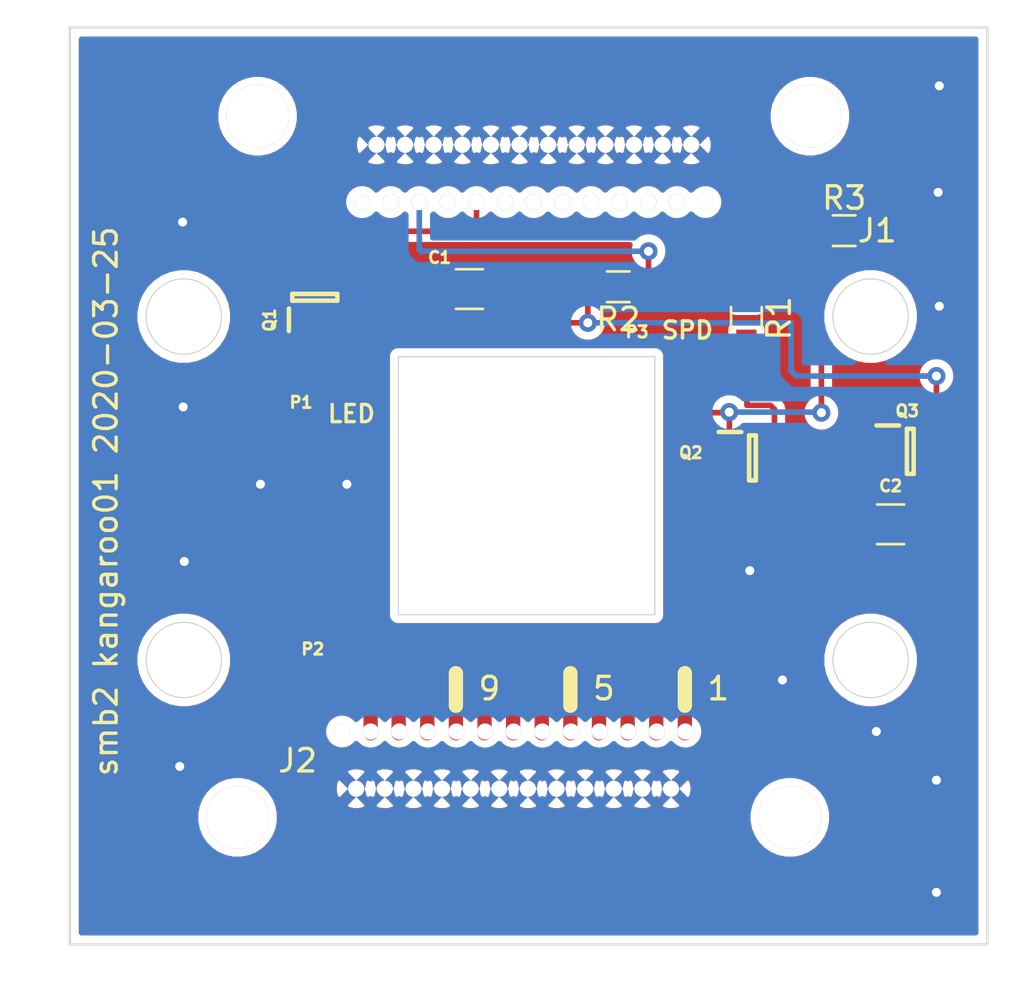
<source format=kicad_pcb>
(kicad_pcb (version 20171130) (host pcbnew "(5.1.5-0-10_14)")

  (general
    (thickness 1.6)
    (drawings 22)
    (tracks 100)
    (zones 0)
    (modules 13)
    (nets 31)
  )

  (page A4)
  (layers
    (0 F.Cu signal)
    (31 B.Cu signal)
    (32 B.Adhes user)
    (33 F.Adhes user hide)
    (34 B.Paste user)
    (35 F.Paste user)
    (36 B.SilkS user)
    (37 F.SilkS user)
    (38 B.Mask user hide)
    (39 F.Mask user hide)
    (40 Dwgs.User user hide)
    (41 Cmts.User user hide)
    (42 Eco1.User user hide)
    (43 Eco2.User user hide)
    (44 Edge.Cuts user)
    (45 Margin user hide)
    (46 B.CrtYd user hide)
    (47 F.CrtYd user hide)
    (48 B.Fab user hide)
    (49 F.Fab user hide)
  )

  (setup
    (last_trace_width 0.25)
    (trace_clearance 0.2)
    (zone_clearance 0.35)
    (zone_45_only no)
    (trace_min 0.2)
    (via_size 0.8)
    (via_drill 0.4)
    (via_min_size 0.4)
    (via_min_drill 0.3)
    (uvia_size 0.3)
    (uvia_drill 0.1)
    (uvias_allowed no)
    (uvia_min_size 0.2)
    (uvia_min_drill 0.1)
    (edge_width 0.05)
    (segment_width 0.2)
    (pcb_text_width 0.3)
    (pcb_text_size 1.5 1.5)
    (mod_edge_width 0.12)
    (mod_text_size 1 1)
    (mod_text_width 0.15)
    (pad_size 1.524 1.524)
    (pad_drill 0.762)
    (pad_to_mask_clearance 0.051)
    (solder_mask_min_width 0.25)
    (aux_axis_origin 0 0)
    (visible_elements FFFFFFFF)
    (pcbplotparams
      (layerselection 0x010fc_ffffffff)
      (usegerberextensions false)
      (usegerberattributes false)
      (usegerberadvancedattributes false)
      (creategerberjobfile false)
      (excludeedgelayer true)
      (linewidth 0.100000)
      (plotframeref false)
      (viasonmask false)
      (mode 1)
      (useauxorigin false)
      (hpglpennumber 1)
      (hpglpenspeed 20)
      (hpglpendiameter 15.000000)
      (psnegative false)
      (psa4output false)
      (plotreference true)
      (plotvalue true)
      (plotinvisibletext false)
      (padsonsilk false)
      (subtractmaskfromsilk false)
      (outputformat 1)
      (mirror false)
      (drillshape 1)
      (scaleselection 1)
      (outputdirectory "./"))
  )

  (net 0 "")
  (net 1 GND)
  (net 2 "Net-(C2-Pad1)")
  (net 3 "Net-(J1-Pad13)")
  (net 4 "Net-(J1-Pad12)")
  (net 5 "Net-(J1-Pad11)")
  (net 6 "Net-(J1-Pad10)")
  (net 7 "Net-(J1-Pad9)")
  (net 8 "Net-(J1-Pad8)")
  (net 9 "Net-(J1-Pad7)")
  (net 10 "Net-(J1-Pad6)")
  (net 11 "Net-(J1-Pad5)")
  (net 12 "Net-(J1-Pad4)")
  (net 13 "Net-(J1-Pad3)")
  (net 14 "Net-(J1-Pad2)")
  (net 15 "Net-(J1-Pad1)")
  (net 16 "Net-(J2-Pad13)")
  (net 17 "Net-(J2-Pad12)")
  (net 18 "Net-(J2-Pad11)")
  (net 19 "Net-(J2-Pad10)")
  (net 20 "Net-(J2-Pad9)")
  (net 21 "Net-(J2-Pad8)")
  (net 22 "Net-(J2-Pad7)")
  (net 23 "Net-(J2-Pad6)")
  (net 24 "Net-(J2-Pad3)")
  (net 25 "Net-(J2-Pad1)")
  (net 26 "Net-(J2-Pad2)")
  (net 27 "Net-(J2-Pad5)")
  (net 28 "Net-(J2-Pad4)")
  (net 29 "Net-(C1-Pad1)")
  (net 30 "Net-(P3-Pad1)")

  (net_class Default "This is the default net class."
    (clearance 0.2)
    (trace_width 0.25)
    (via_dia 0.8)
    (via_drill 0.4)
    (uvia_dia 0.3)
    (uvia_drill 0.1)
    (add_net GND)
    (add_net "Net-(C1-Pad1)")
    (add_net "Net-(C2-Pad1)")
    (add_net "Net-(J1-Pad1)")
    (add_net "Net-(J1-Pad10)")
    (add_net "Net-(J1-Pad11)")
    (add_net "Net-(J1-Pad12)")
    (add_net "Net-(J1-Pad13)")
    (add_net "Net-(J1-Pad2)")
    (add_net "Net-(J1-Pad3)")
    (add_net "Net-(J1-Pad4)")
    (add_net "Net-(J1-Pad5)")
    (add_net "Net-(J1-Pad6)")
    (add_net "Net-(J1-Pad7)")
    (add_net "Net-(J1-Pad8)")
    (add_net "Net-(J1-Pad9)")
    (add_net "Net-(J2-Pad1)")
    (add_net "Net-(J2-Pad10)")
    (add_net "Net-(J2-Pad11)")
    (add_net "Net-(J2-Pad12)")
    (add_net "Net-(J2-Pad13)")
    (add_net "Net-(J2-Pad2)")
    (add_net "Net-(J2-Pad3)")
    (add_net "Net-(J2-Pad4)")
    (add_net "Net-(J2-Pad5)")
    (add_net "Net-(J2-Pad6)")
    (add_net "Net-(J2-Pad7)")
    (add_net "Net-(J2-Pad8)")
    (add_net "Net-(J2-Pad9)")
    (add_net "Net-(P3-Pad1)")
  )

  (module Resistors_SMD:R_0603_HandSoldering (layer F.Cu) (tedit 58E0A804) (tstamp 5E7A5EC7)
    (at 156.2824 92.7608)
    (descr "Resistor SMD 0603, hand soldering")
    (tags "resistor 0603")
    (path /5E79A1AD)
    (attr smd)
    (fp_text reference R3 (at 0 -1.45) (layer F.SilkS)
      (effects (font (size 1 1) (thickness 0.15)))
    )
    (fp_text value R (at 0 1.55) (layer F.Fab)
      (effects (font (size 1 1) (thickness 0.15)))
    )
    (fp_text user %R (at 0 0) (layer F.Fab)
      (effects (font (size 0.4 0.4) (thickness 0.075)))
    )
    (fp_line (start -0.8 0.4) (end -0.8 -0.4) (layer F.Fab) (width 0.1))
    (fp_line (start 0.8 0.4) (end -0.8 0.4) (layer F.Fab) (width 0.1))
    (fp_line (start 0.8 -0.4) (end 0.8 0.4) (layer F.Fab) (width 0.1))
    (fp_line (start -0.8 -0.4) (end 0.8 -0.4) (layer F.Fab) (width 0.1))
    (fp_line (start 0.5 0.68) (end -0.5 0.68) (layer F.SilkS) (width 0.12))
    (fp_line (start -0.5 -0.68) (end 0.5 -0.68) (layer F.SilkS) (width 0.12))
    (fp_line (start -1.96 -0.7) (end 1.95 -0.7) (layer F.CrtYd) (width 0.05))
    (fp_line (start -1.96 -0.7) (end -1.96 0.7) (layer F.CrtYd) (width 0.05))
    (fp_line (start 1.95 0.7) (end 1.95 -0.7) (layer F.CrtYd) (width 0.05))
    (fp_line (start 1.95 0.7) (end -1.96 0.7) (layer F.CrtYd) (width 0.05))
    (pad 1 smd rect (at -1.1 0) (size 1.2 0.9) (layers F.Cu F.Paste F.Mask)
      (net 11 "Net-(J1-Pad5)"))
    (pad 2 smd rect (at 1.1 0) (size 1.2 0.9) (layers F.Cu F.Paste F.Mask)
      (net 30 "Net-(P3-Pad1)"))
    (model ${KISYS3DMOD}/Resistors_SMD.3dshapes/R_0603.wrl
      (at (xyz 0 0 0))
      (scale (xyz 1 1 1))
      (rotate (xyz 0 0 0))
    )
  )

  (module Resistors_SMD:R_0603_HandSoldering (layer F.Cu) (tedit 58E0A804) (tstamp 5E7A5E58)
    (at 146.257 95.25 180)
    (descr "Resistor SMD 0603, hand soldering")
    (tags "resistor 0603")
    (path /5E79AE4E)
    (attr smd)
    (fp_text reference R2 (at 0 -1.45) (layer F.SilkS)
      (effects (font (size 1 1) (thickness 0.15)))
    )
    (fp_text value R (at 0 1.55) (layer F.Fab)
      (effects (font (size 1 1) (thickness 0.15)))
    )
    (fp_text user %R (at 0 0) (layer F.Fab)
      (effects (font (size 0.4 0.4) (thickness 0.075)))
    )
    (fp_line (start -0.8 0.4) (end -0.8 -0.4) (layer F.Fab) (width 0.1))
    (fp_line (start 0.8 0.4) (end -0.8 0.4) (layer F.Fab) (width 0.1))
    (fp_line (start 0.8 -0.4) (end 0.8 0.4) (layer F.Fab) (width 0.1))
    (fp_line (start -0.8 -0.4) (end 0.8 -0.4) (layer F.Fab) (width 0.1))
    (fp_line (start 0.5 0.68) (end -0.5 0.68) (layer F.SilkS) (width 0.12))
    (fp_line (start -0.5 -0.68) (end 0.5 -0.68) (layer F.SilkS) (width 0.12))
    (fp_line (start -1.96 -0.7) (end 1.95 -0.7) (layer F.CrtYd) (width 0.05))
    (fp_line (start -1.96 -0.7) (end -1.96 0.7) (layer F.CrtYd) (width 0.05))
    (fp_line (start 1.95 0.7) (end 1.95 -0.7) (layer F.CrtYd) (width 0.05))
    (fp_line (start 1.95 0.7) (end -1.96 0.7) (layer F.CrtYd) (width 0.05))
    (pad 1 smd rect (at -1.1 0 180) (size 1.2 0.9) (layers F.Cu F.Paste F.Mask)
      (net 13 "Net-(J1-Pad3)"))
    (pad 2 smd rect (at 1.1 0 180) (size 1.2 0.9) (layers F.Cu F.Paste F.Mask)
      (net 29 "Net-(C1-Pad1)"))
    (model ${KISYS3DMOD}/Resistors_SMD.3dshapes/R_0603.wrl
      (at (xyz 0 0 0))
      (scale (xyz 1 1 1))
      (rotate (xyz 0 0 0))
    )
  )

  (module Resistors_SMD:R_0603_HandSoldering (layer F.Cu) (tedit 58E0A804) (tstamp 5E7A9D91)
    (at 151.9428 96.6508 270)
    (descr "Resistor SMD 0603, hand soldering")
    (tags "resistor 0603")
    (path /5E799546)
    (attr smd)
    (fp_text reference R1 (at 0 -1.45 90) (layer F.SilkS)
      (effects (font (size 1 1) (thickness 0.15)))
    )
    (fp_text value R (at 0 1.55 90) (layer F.Fab)
      (effects (font (size 1 1) (thickness 0.15)))
    )
    (fp_text user %R (at 0 0 90) (layer F.Fab)
      (effects (font (size 0.4 0.4) (thickness 0.075)))
    )
    (fp_line (start -0.8 0.4) (end -0.8 -0.4) (layer F.Fab) (width 0.1))
    (fp_line (start 0.8 0.4) (end -0.8 0.4) (layer F.Fab) (width 0.1))
    (fp_line (start 0.8 -0.4) (end 0.8 0.4) (layer F.Fab) (width 0.1))
    (fp_line (start -0.8 -0.4) (end 0.8 -0.4) (layer F.Fab) (width 0.1))
    (fp_line (start 0.5 0.68) (end -0.5 0.68) (layer F.SilkS) (width 0.12))
    (fp_line (start -0.5 -0.68) (end 0.5 -0.68) (layer F.SilkS) (width 0.12))
    (fp_line (start -1.96 -0.7) (end 1.95 -0.7) (layer F.CrtYd) (width 0.05))
    (fp_line (start -1.96 -0.7) (end -1.96 0.7) (layer F.CrtYd) (width 0.05))
    (fp_line (start 1.95 0.7) (end 1.95 -0.7) (layer F.CrtYd) (width 0.05))
    (fp_line (start 1.95 0.7) (end -1.96 0.7) (layer F.CrtYd) (width 0.05))
    (pad 1 smd rect (at -1.1 0 270) (size 1.2 0.9) (layers F.Cu F.Paste F.Mask)
      (net 13 "Net-(J1-Pad3)"))
    (pad 2 smd rect (at 1.1 0 270) (size 1.2 0.9) (layers F.Cu F.Paste F.Mask)
      (net 2 "Net-(C2-Pad1)"))
    (model ${KISYS3DMOD}/Resistors_SMD.3dshapes/R_0603.wrl
      (at (xyz 0 0 0))
      (scale (xyz 1 1 1))
      (rotate (xyz 0 0 0))
    )
  )

  (module DMND62D0U:SOT65P210X110-3N (layer F.Cu) (tedit 5E7BCFFD) (tstamp 5E7E2110)
    (at 159.2166 102.5548)
    (descr DMN62D0UW-7-1)
    (tags "MOSFET (N-Channel)")
    (path /5E798123)
    (attr smd)
    (fp_text reference Q3 (at -0.1364 -1.793) (layer F.SilkS)
      (effects (font (size 0.508 0.508) (thickness 0.127)))
    )
    (fp_text value DMN62D0UW-7 (at -3.7432 -0.1928 -90) (layer F.SilkS) hide
      (effects (font (size 0.508 0.508) (thickness 0.127)))
    )
    (fp_line (start -1.5 -1.15) (end -0.5 -1.15) (layer F.SilkS) (width 0.2))
    (fp_line (start -0.15 1) (end -0.15 -1) (layer F.SilkS) (width 0.2))
    (fp_line (start 0.15 1) (end -0.15 1) (layer F.SilkS) (width 0.2))
    (fp_line (start 0.15 -1) (end 0.15 1) (layer F.SilkS) (width 0.2))
    (fp_line (start -0.15 -1) (end 0.15 -1) (layer F.SilkS) (width 0.2))
    (fp_line (start -0.625 -0.35) (end 0.025 -1) (layer F.Fab) (width 0.1))
    (fp_line (start -0.625 1) (end -0.625 -1) (layer F.Fab) (width 0.1))
    (fp_line (start 0.625 1) (end -0.625 1) (layer F.Fab) (width 0.1))
    (fp_line (start 0.625 -1) (end 0.625 1) (layer F.Fab) (width 0.1))
    (fp_line (start -0.625 -1) (end 0.625 -1) (layer F.Fab) (width 0.1))
    (fp_line (start -1.75 1.35) (end -1.75 -1.35) (layer F.CrtYd) (width 0.05))
    (fp_line (start 1.75 1.35) (end -1.75 1.35) (layer F.CrtYd) (width 0.05))
    (fp_line (start 1.75 -1.35) (end 1.75 1.35) (layer F.CrtYd) (width 0.05))
    (fp_line (start -1.75 -1.35) (end 1.75 -1.35) (layer F.CrtYd) (width 0.05))
    (fp_text user %R (at 0 0) (layer F.Fab)
      (effects (font (size 1.27 1.27) (thickness 0.254)))
    )
    (pad 3 smd rect (at 1 0 90) (size 0.5 1) (layers F.Cu F.Paste F.Mask)
      (net 29 "Net-(C1-Pad1)"))
    (pad 2 smd rect (at -1 0.65 90) (size 0.5 1) (layers F.Cu F.Paste F.Mask)
      (net 1 GND))
    (pad 1 smd rect (at -1 -0.65 90) (size 0.5 1) (layers F.Cu F.Paste F.Mask)
      (net 2 "Net-(C2-Pad1)"))
    (model DMN62D0UW-7.stp
      (at (xyz 0 0 0))
      (scale (xyz 1 1 1))
      (rotate (xyz 0 0 0))
    )
    (model ${DMN}/DMN62D0UW-7.stp
      (at (xyz 0 0 0))
      (scale (xyz 1 1 1))
      (rotate (xyz 0 0 0))
    )
  )

  (module Resistors_SMD:R_0805_HandSoldering (layer F.Cu) (tedit 58E0A804) (tstamp 5E7E20DB)
    (at 158.3436 105.791)
    (descr "Resistor SMD 0805, hand soldering")
    (tags "resistor 0805")
    (path /5E7A05F3)
    (attr smd)
    (fp_text reference C2 (at 0 -1.7) (layer F.SilkS)
      (effects (font (size 0.508 0.508) (thickness 0.127)))
    )
    (fp_text value C (at 0 1.75) (layer F.Fab)
      (effects (font (size 1 1) (thickness 0.15)))
    )
    (fp_text user %R (at 0 0) (layer F.Fab)
      (effects (font (size 0.5 0.5) (thickness 0.075)))
    )
    (fp_line (start -1 0.62) (end -1 -0.62) (layer F.Fab) (width 0.1))
    (fp_line (start 1 0.62) (end -1 0.62) (layer F.Fab) (width 0.1))
    (fp_line (start 1 -0.62) (end 1 0.62) (layer F.Fab) (width 0.1))
    (fp_line (start -1 -0.62) (end 1 -0.62) (layer F.Fab) (width 0.1))
    (fp_line (start 0.6 0.88) (end -0.6 0.88) (layer F.SilkS) (width 0.12))
    (fp_line (start -0.6 -0.88) (end 0.6 -0.88) (layer F.SilkS) (width 0.12))
    (fp_line (start -2.35 -0.9) (end 2.35 -0.9) (layer F.CrtYd) (width 0.05))
    (fp_line (start -2.35 -0.9) (end -2.35 0.9) (layer F.CrtYd) (width 0.05))
    (fp_line (start 2.35 0.9) (end 2.35 -0.9) (layer F.CrtYd) (width 0.05))
    (fp_line (start 2.35 0.9) (end -2.35 0.9) (layer F.CrtYd) (width 0.05))
    (pad 1 smd rect (at -1.35 0) (size 1.5 1.3) (layers F.Cu F.Paste F.Mask)
      (net 2 "Net-(C2-Pad1)"))
    (pad 2 smd rect (at 1.35 0) (size 1.5 1.3) (layers F.Cu F.Paste F.Mask)
      (net 1 GND))
    (model ${KISYS3DMOD}/Resistors_SMD.3dshapes/R_0805.wrl
      (at (xyz 0 0 0))
      (scale (xyz 1 1 1))
      (rotate (xyz 0 0 0))
    )
  )

  (module myfootprints:MicroD-25-M-upsidedown (layer F.Cu) (tedit 5E7D06EB) (tstamp 5E7E1BC5)
    (at 145.4272 116.2558 270)
    (path /5E7D529E)
    (fp_text reference J2 (at 0.0254 13.398) (layer F.SilkS)
      (effects (font (size 1 1) (thickness 0.15)))
    )
    (fp_text value MicroD-25-M (at -3.81 3.8354) (layer F.Fab)
      (effects (font (size 1 1) (thickness 0.15)))
    )
    (pad 26 thru_hole circle (at 2.54 -8.445 270) (size 2.79 2.79) (drill 2.79) (layers *.Cu *.Mask F.SilkS))
    (pad 0 thru_hole circle (at 2.54 16.065 270) (size 2.79 2.79) (drill 2.79) (layers *.Cu *.Mask F.SilkS))
    (pad 14 thru_hole circle (at 1.27 -3.17 270) (size 0.7112 0.7112) (drill 0.71) (layers *.Cu *.Mask F.SilkS)
      (net 1 GND))
    (pad 15 thru_hole circle (at 1.27 -1.9 270) (size 0.7112 0.7112) (drill 0.71) (layers *.Cu *.Mask F.SilkS)
      (net 1 GND))
    (pad 16 thru_hole circle (at 1.27 -0.63 270) (size 0.7112 0.7112) (drill 0.71) (layers *.Cu *.Mask F.SilkS)
      (net 1 GND))
    (pad 17 thru_hole circle (at 1.27 0.64 270) (size 0.7112 0.7112) (drill 0.71) (layers *.Cu *.Mask F.SilkS)
      (net 1 GND))
    (pad 18 thru_hole circle (at 1.27 1.91 270) (size 0.7112 0.7112) (drill 0.71) (layers *.Cu *.Mask F.SilkS)
      (net 1 GND))
    (pad 19 thru_hole circle (at 1.27 3.18 270) (size 0.7112 0.7112) (drill 0.71) (layers *.Cu *.Mask F.SilkS)
      (net 1 GND))
    (pad 20 thru_hole circle (at 1.27 4.45 270) (size 0.7112 0.7112) (drill 0.71) (layers *.Cu *.Mask F.SilkS)
      (net 1 GND))
    (pad 21 thru_hole circle (at 1.27 5.72 270) (size 0.7112 0.7112) (drill 0.71) (layers *.Cu *.Mask F.SilkS)
      (net 1 GND))
    (pad 22 thru_hole circle (at 1.27 6.99 270) (size 0.7112 0.7112) (drill 0.71) (layers *.Cu *.Mask F.SilkS)
      (net 1 GND))
    (pad 23 thru_hole circle (at 1.27 8.26 270) (size 0.7112 0.7112) (drill 0.7112) (layers *.Cu *.Mask F.SilkS)
      (net 1 GND))
    (pad 24 thru_hole circle (at 1.27 9.53 270) (size 0.7112 0.7112) (drill 0.71) (layers *.Cu *.Mask F.SilkS)
      (net 1 GND))
    (pad 25 thru_hole circle (at 1.27 10.8 270) (size 0.7112 0.7112) (drill 0.71) (layers *.Cu *.Mask F.SilkS)
      (net 1 GND))
    (pad 1 thru_hole circle (at -1.27 -3.81 270) (size 0.715 0.715) (drill 0.71) (layers *.Cu *.Mask F.SilkS)
      (net 25 "Net-(J2-Pad1)"))
    (pad 2 thru_hole circle (at -1.27 -2.54 270) (size 0.715 0.715) (drill 0.71) (layers *.Cu *.Mask F.SilkS)
      (net 26 "Net-(J2-Pad2)"))
    (pad 3 thru_hole circle (at -1.27 -1.27 270) (size 0.715 0.715) (drill 0.71) (layers *.Cu *.Mask F.SilkS)
      (net 24 "Net-(J2-Pad3)"))
    (pad 4 thru_hole circle (at -1.27 0 270) (size 0.715 0.715) (drill 0.71) (layers *.Cu *.Mask F.SilkS)
      (net 28 "Net-(J2-Pad4)"))
    (pad 5 thru_hole circle (at -1.27 1.27 270) (size 0.715 0.715) (drill 0.71) (layers *.Cu *.Mask F.SilkS)
      (net 27 "Net-(J2-Pad5)"))
    (pad 6 thru_hole circle (at -1.27 2.54 270) (size 0.715 0.715) (drill 0.71) (layers *.Cu *.Mask F.SilkS)
      (net 23 "Net-(J2-Pad6)"))
    (pad 7 thru_hole circle (at -1.27 3.81 270) (size 0.715 0.715) (drill 0.71) (layers *.Cu *.Mask F.SilkS)
      (net 22 "Net-(J2-Pad7)"))
    (pad 8 thru_hole circle (at -1.27 5.08 270) (size 0.715 0.715) (drill 0.71) (layers *.Cu *.Mask F.SilkS)
      (net 21 "Net-(J2-Pad8)"))
    (pad 9 thru_hole circle (at -1.27 6.35 270) (size 0.715 0.715) (drill 0.71) (layers *.Cu *.Mask F.SilkS)
      (net 20 "Net-(J2-Pad9)"))
    (pad 10 thru_hole circle (at -1.27 7.62 270) (size 0.715 0.715) (drill 0.71) (layers *.Cu *.Mask F.SilkS)
      (net 19 "Net-(J2-Pad10)"))
    (pad 11 thru_hole circle (at -1.27 8.89 270) (size 0.715 0.715) (drill 0.71) (layers *.Cu *.Mask F.SilkS)
      (net 18 "Net-(J2-Pad11)"))
    (pad 12 thru_hole circle (at -1.27 10.16 270) (size 0.715 0.715) (drill 0.71) (layers *.Cu *.Mask F.SilkS)
      (net 17 "Net-(J2-Pad12)"))
    (pad 13 thru_hole circle (at -1.27 11.43 270) (size 0.71 0.71) (drill 0.71) (layers *.Cu *.Mask F.SilkS)
      (net 16 "Net-(J2-Pad13)"))
    (model /Users/smb2/Documents/PCB/Kicad/Footprints.pretty/3D/MicroD_381-025-112L565.STEP
      (offset (xyz 7.8486 -3.81 -5.181599999999999))
      (scale (xyz 1 1 1))
      (rotate (xyz 90 0 90))
    )
  )

  (module myfootprints:MicroD-25-M-upsidedown (layer F.Cu) (tedit 5E7D06EB) (tstamp 5E7C1890)
    (at 138.6972 90.2208 90)
    (path /5E7C669B)
    (fp_text reference J1 (at -2.54 19.05) (layer F.SilkS)
      (effects (font (size 1 1) (thickness 0.15)))
    )
    (fp_text value MicroD-25-M (at -3.81 3.8354) (layer F.Fab)
      (effects (font (size 1 1) (thickness 0.15)))
    )
    (pad 26 thru_hole circle (at 2.54 -8.445 90) (size 2.79 2.79) (drill 2.79) (layers *.Cu *.Mask F.SilkS))
    (pad 0 thru_hole circle (at 2.54 16.065 90) (size 2.79 2.79) (drill 2.79) (layers *.Cu *.Mask F.SilkS))
    (pad 14 thru_hole circle (at 1.27 -3.17 90) (size 0.7112 0.7112) (drill 0.71) (layers *.Cu *.Mask F.SilkS)
      (net 1 GND))
    (pad 15 thru_hole circle (at 1.27 -1.9 90) (size 0.7112 0.7112) (drill 0.71) (layers *.Cu *.Mask F.SilkS)
      (net 1 GND))
    (pad 16 thru_hole circle (at 1.27 -0.63 90) (size 0.7112 0.7112) (drill 0.71) (layers *.Cu *.Mask F.SilkS)
      (net 1 GND))
    (pad 17 thru_hole circle (at 1.27 0.64 90) (size 0.7112 0.7112) (drill 0.71) (layers *.Cu *.Mask F.SilkS)
      (net 1 GND))
    (pad 18 thru_hole circle (at 1.27 1.91 90) (size 0.7112 0.7112) (drill 0.71) (layers *.Cu *.Mask F.SilkS)
      (net 1 GND))
    (pad 19 thru_hole circle (at 1.27 3.18 90) (size 0.7112 0.7112) (drill 0.71) (layers *.Cu *.Mask F.SilkS)
      (net 1 GND))
    (pad 20 thru_hole circle (at 1.27 4.45 90) (size 0.7112 0.7112) (drill 0.71) (layers *.Cu *.Mask F.SilkS)
      (net 1 GND))
    (pad 21 thru_hole circle (at 1.27 5.72 90) (size 0.7112 0.7112) (drill 0.71) (layers *.Cu *.Mask F.SilkS)
      (net 1 GND))
    (pad 22 thru_hole circle (at 1.27 6.99 90) (size 0.7112 0.7112) (drill 0.71) (layers *.Cu *.Mask F.SilkS)
      (net 1 GND))
    (pad 23 thru_hole circle (at 1.27 8.26 90) (size 0.7112 0.7112) (drill 0.7112) (layers *.Cu *.Mask F.SilkS)
      (net 1 GND))
    (pad 24 thru_hole circle (at 1.27 9.53 90) (size 0.7112 0.7112) (drill 0.71) (layers *.Cu *.Mask F.SilkS)
      (net 1 GND))
    (pad 25 thru_hole circle (at 1.27 10.8 90) (size 0.7112 0.7112) (drill 0.71) (layers *.Cu *.Mask F.SilkS)
      (net 1 GND))
    (pad 1 thru_hole circle (at -1.27 -3.81 90) (size 0.715 0.715) (drill 0.71) (layers *.Cu *.Mask F.SilkS)
      (net 15 "Net-(J1-Pad1)"))
    (pad 2 thru_hole circle (at -1.27 -2.54 90) (size 0.715 0.715) (drill 0.71) (layers *.Cu *.Mask F.SilkS)
      (net 14 "Net-(J1-Pad2)"))
    (pad 3 thru_hole circle (at -1.27 -1.27 90) (size 0.715 0.715) (drill 0.71) (layers *.Cu *.Mask F.SilkS)
      (net 13 "Net-(J1-Pad3)"))
    (pad 4 thru_hole circle (at -1.27 0 90) (size 0.715 0.715) (drill 0.71) (layers *.Cu *.Mask F.SilkS)
      (net 12 "Net-(J1-Pad4)"))
    (pad 5 thru_hole circle (at -1.27 1.27 90) (size 0.715 0.715) (drill 0.71) (layers *.Cu *.Mask F.SilkS)
      (net 11 "Net-(J1-Pad5)"))
    (pad 6 thru_hole circle (at -1.27 2.54 90) (size 0.715 0.715) (drill 0.71) (layers *.Cu *.Mask F.SilkS)
      (net 10 "Net-(J1-Pad6)"))
    (pad 7 thru_hole circle (at -1.27 3.81 90) (size 0.715 0.715) (drill 0.71) (layers *.Cu *.Mask F.SilkS)
      (net 9 "Net-(J1-Pad7)"))
    (pad 8 thru_hole circle (at -1.27 5.08 90) (size 0.715 0.715) (drill 0.71) (layers *.Cu *.Mask F.SilkS)
      (net 8 "Net-(J1-Pad8)"))
    (pad 9 thru_hole circle (at -1.27 6.35 90) (size 0.715 0.715) (drill 0.71) (layers *.Cu *.Mask F.SilkS)
      (net 7 "Net-(J1-Pad9)"))
    (pad 10 thru_hole circle (at -1.27 7.62 90) (size 0.715 0.715) (drill 0.71) (layers *.Cu *.Mask F.SilkS)
      (net 6 "Net-(J1-Pad10)"))
    (pad 11 thru_hole circle (at -1.27 8.89 90) (size 0.715 0.715) (drill 0.71) (layers *.Cu *.Mask F.SilkS)
      (net 5 "Net-(J1-Pad11)"))
    (pad 12 thru_hole circle (at -1.27 10.16 90) (size 0.715 0.715) (drill 0.71) (layers *.Cu *.Mask F.SilkS)
      (net 4 "Net-(J1-Pad12)"))
    (pad 13 thru_hole circle (at -1.27 11.43 90) (size 0.71 0.71) (drill 0.71) (layers *.Cu *.Mask F.SilkS)
      (net 3 "Net-(J1-Pad13)"))
    (model /Users/smb2/Documents/PCB/Kicad/Footprints.pretty/3D/MicroD_381-025-112L565.STEP
      (offset (xyz 7.8486 -3.81 -5.181599999999999))
      (scale (xyz 1 1 1))
      (rotate (xyz 90 0 90))
    )
  )

  (module uD:wirebond-1 (layer F.Cu) (tedit 5E7CC403) (tstamp 5E7CD6BF)
    (at 143.0782 91.4908)
    (path /5E8E833B)
    (attr smd)
    (fp_text reference P3 (at 4.0132 5.7658) (layer F.SilkS)
      (effects (font (size 0.508 0.508) (thickness 0.127)))
    )
    (fp_text value CONN_01X01 (at 5.9944 9.6266) (layer F.Fab)
      (effects (font (size 1 1) (thickness 0.15)))
    )
    (pad 1 smd rect (at 6.35 7.62) (size 0.762 1) (layers F.Cu F.Mask)
      (net 30 "Net-(P3-Pad1)"))
  )

  (module uD:wirebond-1 (layer F.Cu) (tedit 5E7CC403) (tstamp 5E7CD30B)
    (at 128.5748 91.4146)
    (path /5E8EA3FF)
    (attr smd)
    (fp_text reference P1 (at 3.6068 8.9662) (layer F.SilkS)
      (effects (font (size 0.508 0.508) (thickness 0.127)))
    )
    (fp_text value CONN_01X01 (at 5.9944 9.6266) (layer F.Fab)
      (effects (font (size 1 1) (thickness 0.15)))
    )
    (pad 1 smd rect (at 6.35 7.62) (size 0.762 1) (layers F.Cu F.Mask)
      (net 29 "Net-(C1-Pad1)"))
  )

  (module uD:wirebond-12 (layer F.Cu) (tedit 5E7CBB8B) (tstamp 5E7CC652)
    (at 128.8923 103.7082)
    (path /5E7B1ED6)
    (fp_text reference P2 (at 3.81 7.62) (layer F.SilkS)
      (effects (font (size 0.508 0.508) (thickness 0.127)))
    )
    (fp_text value CONN_01X12 (at 5.08 5.08) (layer F.Fab)
      (effects (font (size 0.508 0.508) (thickness 0.127)))
    )
    (pad 12 smd rect (at 20.32 7.62) (size 0.762 1) (layers F.Cu F.Mask)
      (net 25 "Net-(J2-Pad1)"))
    (pad 11 smd rect (at 19.05 7.62) (size 0.762 1) (layers F.Cu F.Mask)
      (net 26 "Net-(J2-Pad2)"))
    (pad 10 smd rect (at 17.78 7.62) (size 0.762 1) (layers F.Cu F.Mask)
      (net 24 "Net-(J2-Pad3)"))
    (pad 9 smd rect (at 16.51 7.62) (size 0.762 1) (layers F.Cu F.Mask)
      (net 28 "Net-(J2-Pad4)"))
    (pad 8 smd rect (at 15.24 7.62) (size 0.762 1) (layers F.Cu F.Mask)
      (net 27 "Net-(J2-Pad5)"))
    (pad 7 smd rect (at 13.97 7.62) (size 0.762 1) (layers F.Cu F.Mask)
      (net 23 "Net-(J2-Pad6)"))
    (pad 6 smd rect (at 12.7 7.62) (size 0.762 1) (layers F.Cu F.Mask)
      (net 22 "Net-(J2-Pad7)"))
    (pad 5 smd rect (at 11.43 7.62) (size 0.762 1) (layers F.Cu F.Mask)
      (net 21 "Net-(J2-Pad8)"))
    (pad 4 smd rect (at 10.16 7.62) (size 0.762 1) (layers F.Cu F.Mask)
      (net 20 "Net-(J2-Pad9)"))
    (pad 3 smd rect (at 8.89 7.62) (size 0.762 1) (layers F.Cu F.Mask)
      (net 19 "Net-(J2-Pad10)"))
    (pad 2 smd rect (at 7.62 7.62) (size 0.762 1) (layers F.Cu F.Mask)
      (net 18 "Net-(J2-Pad11)"))
    (pad 1 smd rect (at 6.35 7.62) (size 0.762 1) (layers F.Cu F.Mask)
      (net 17 "Net-(J2-Pad12)"))
  )

  (module DMND62D0U:SOT65P210X110-3N (layer F.Cu) (tedit 5E7BCFFD) (tstamp 5E7C1EB2)
    (at 152.2128 102.8446)
    (descr DMN62D0UW-7-1)
    (tags "MOSFET (N-Channel)")
    (path /5E794A9D)
    (attr smd)
    (fp_text reference Q2 (at -2.7338 -0.2286) (layer F.SilkS)
      (effects (font (size 0.508 0.508) (thickness 0.127)))
    )
    (fp_text value DMN62D0UW-7 (at 1.0508 2.0828) (layer F.SilkS) hide
      (effects (font (size 0.508 0.508) (thickness 0.127)))
    )
    (fp_line (start -1.5 -1.15) (end -0.5 -1.15) (layer F.SilkS) (width 0.2))
    (fp_line (start -0.15 1) (end -0.15 -1) (layer F.SilkS) (width 0.2))
    (fp_line (start 0.15 1) (end -0.15 1) (layer F.SilkS) (width 0.2))
    (fp_line (start 0.15 -1) (end 0.15 1) (layer F.SilkS) (width 0.2))
    (fp_line (start -0.15 -1) (end 0.15 -1) (layer F.SilkS) (width 0.2))
    (fp_line (start -0.625 -0.35) (end 0.025 -1) (layer F.Fab) (width 0.1))
    (fp_line (start -0.625 1) (end -0.625 -1) (layer F.Fab) (width 0.1))
    (fp_line (start 0.625 1) (end -0.625 1) (layer F.Fab) (width 0.1))
    (fp_line (start 0.625 -1) (end 0.625 1) (layer F.Fab) (width 0.1))
    (fp_line (start -0.625 -1) (end 0.625 -1) (layer F.Fab) (width 0.1))
    (fp_line (start -1.75 1.35) (end -1.75 -1.35) (layer F.CrtYd) (width 0.05))
    (fp_line (start 1.75 1.35) (end -1.75 1.35) (layer F.CrtYd) (width 0.05))
    (fp_line (start 1.75 -1.35) (end 1.75 1.35) (layer F.CrtYd) (width 0.05))
    (fp_line (start -1.75 -1.35) (end 1.75 -1.35) (layer F.CrtYd) (width 0.05))
    (fp_text user %R (at 0 0) (layer F.Fab)
      (effects (font (size 1.27 1.27) (thickness 0.254)))
    )
    (pad 3 smd rect (at 1 0 90) (size 0.5 1) (layers F.Cu F.Paste F.Mask)
      (net 2 "Net-(C2-Pad1)"))
    (pad 2 smd rect (at -1 0.65 90) (size 0.5 1) (layers F.Cu F.Paste F.Mask)
      (net 1 GND))
    (pad 1 smd rect (at -1 -0.65 90) (size 0.5 1) (layers F.Cu F.Paste F.Mask)
      (net 30 "Net-(P3-Pad1)"))
    (model DMN62D0UW-7.stp
      (at (xyz 0 0 0))
      (scale (xyz 1 1 1))
      (rotate (xyz 0 0 0))
    )
    (model ${DMN}/DMN62D0UW-7.stp
      (at (xyz 0 0 0))
      (scale (xyz 1 1 1))
      (rotate (xyz 0 0 0))
    )
  )

  (module DMND62D0U:SOT65P210X110-3N (layer F.Cu) (tedit 5E7BCFFD) (tstamp 5E7C1E9C)
    (at 132.7912 95.7166 90)
    (descr DMN62D0UW-7-1)
    (tags "MOSFET (N-Channel)")
    (path /5E795A0C)
    (attr smd)
    (fp_text reference Q1 (at -1.0066 -2.0066 90) (layer F.SilkS)
      (effects (font (size 0.508 0.508) (thickness 0.127)))
    )
    (fp_text value DMN62D0UW-7 (at 0 -2.54 90) (layer F.SilkS) hide
      (effects (font (size 0.508 0.508) (thickness 0.127)))
    )
    (fp_line (start -1.5 -1.15) (end -0.5 -1.15) (layer F.SilkS) (width 0.2))
    (fp_line (start -0.15 1) (end -0.15 -1) (layer F.SilkS) (width 0.2))
    (fp_line (start 0.15 1) (end -0.15 1) (layer F.SilkS) (width 0.2))
    (fp_line (start 0.15 -1) (end 0.15 1) (layer F.SilkS) (width 0.2))
    (fp_line (start -0.15 -1) (end 0.15 -1) (layer F.SilkS) (width 0.2))
    (fp_line (start -0.625 -0.35) (end 0.025 -1) (layer F.Fab) (width 0.1))
    (fp_line (start -0.625 1) (end -0.625 -1) (layer F.Fab) (width 0.1))
    (fp_line (start 0.625 1) (end -0.625 1) (layer F.Fab) (width 0.1))
    (fp_line (start 0.625 -1) (end 0.625 1) (layer F.Fab) (width 0.1))
    (fp_line (start -0.625 -1) (end 0.625 -1) (layer F.Fab) (width 0.1))
    (fp_line (start -1.75 1.35) (end -1.75 -1.35) (layer F.CrtYd) (width 0.05))
    (fp_line (start 1.75 1.35) (end -1.75 1.35) (layer F.CrtYd) (width 0.05))
    (fp_line (start 1.75 -1.35) (end 1.75 1.35) (layer F.CrtYd) (width 0.05))
    (fp_line (start -1.75 -1.35) (end 1.75 -1.35) (layer F.CrtYd) (width 0.05))
    (fp_text user %R (at 0 0 90) (layer F.Fab)
      (effects (font (size 1.27 1.27) (thickness 0.254)))
    )
    (pad 3 smd rect (at 1 0 180) (size 0.5 1) (layers F.Cu F.Paste F.Mask)
      (net 11 "Net-(J1-Pad5)"))
    (pad 2 smd rect (at -1 0.65 180) (size 0.5 1) (layers F.Cu F.Paste F.Mask)
      (net 1 GND))
    (pad 1 smd rect (at -1 -0.65 180) (size 0.5 1) (layers F.Cu F.Paste F.Mask)
      (net 29 "Net-(C1-Pad1)"))
    (model DMN62D0UW-7.stp
      (at (xyz 0 0 0))
      (scale (xyz 1 1 1))
      (rotate (xyz 0 0 0))
    )
    (model ${DMN}/DMN62D0UW-7.stp
      (at (xyz 0 0 0))
      (scale (xyz 1 1 1))
      (rotate (xyz 0 0 0))
    )
  )

  (module Resistors_SMD:R_0805_HandSoldering (layer F.Cu) (tedit 58E0A804) (tstamp 5E7A601A)
    (at 139.653 95.3516)
    (descr "Resistor SMD 0805, hand soldering")
    (tags "resistor 0805")
    (path /5E79F9D6)
    (attr smd)
    (fp_text reference C1 (at -1.3246 -1.397) (layer F.SilkS)
      (effects (font (size 0.508 0.508) (thickness 0.127)))
    )
    (fp_text value C (at 0 1.75) (layer F.Fab)
      (effects (font (size 1 1) (thickness 0.15)))
    )
    (fp_text user %R (at 0 0) (layer F.Fab)
      (effects (font (size 0.5 0.5) (thickness 0.075)))
    )
    (fp_line (start -1 0.62) (end -1 -0.62) (layer F.Fab) (width 0.1))
    (fp_line (start 1 0.62) (end -1 0.62) (layer F.Fab) (width 0.1))
    (fp_line (start 1 -0.62) (end 1 0.62) (layer F.Fab) (width 0.1))
    (fp_line (start -1 -0.62) (end 1 -0.62) (layer F.Fab) (width 0.1))
    (fp_line (start 0.6 0.88) (end -0.6 0.88) (layer F.SilkS) (width 0.12))
    (fp_line (start -0.6 -0.88) (end 0.6 -0.88) (layer F.SilkS) (width 0.12))
    (fp_line (start -2.35 -0.9) (end 2.35 -0.9) (layer F.CrtYd) (width 0.05))
    (fp_line (start -2.35 -0.9) (end -2.35 0.9) (layer F.CrtYd) (width 0.05))
    (fp_line (start 2.35 0.9) (end 2.35 -0.9) (layer F.CrtYd) (width 0.05))
    (fp_line (start 2.35 0.9) (end -2.35 0.9) (layer F.CrtYd) (width 0.05))
    (pad 1 smd rect (at -1.35 0) (size 1.5 1.3) (layers F.Cu F.Paste F.Mask)
      (net 29 "Net-(C1-Pad1)"))
    (pad 2 smd rect (at 1.35 0) (size 1.5 1.3) (layers F.Cu F.Paste F.Mask)
      (net 1 GND))
    (model ${KISYS3DMOD}/Resistors_SMD.3dshapes/R_0805.wrl
      (at (xyz 0 0 0))
      (scale (xyz 1 1 1))
      (rotate (xyz 0 0 0))
    )
  )

  (gr_circle (center 157.4546 111.8108) (end 158.5976 113.03) (layer Edge.Cuts) (width 0.05) (tstamp 5E7E20C9))
  (gr_circle (center 157.4546 96.5708) (end 158.5976 97.79) (layer Edge.Cuts) (width 0.05) (tstamp 5E7E2073))
  (gr_circle (center 126.9746 96.5708) (end 128.1176 97.79) (layer Edge.Cuts) (width 0.05) (tstamp 5E7E206C))
  (gr_circle (center 126.9746 111.8108) (end 128.1176 113.03) (layer Edge.Cuts) (width 0.05))
  (gr_text SPD (at 149.3266 97.1804) (layer F.SilkS)
    (effects (font (size 0.762 0.762) (thickness 0.15)))
  )
  (gr_text LED (at 134.4168 100.8888) (layer F.SilkS)
    (effects (font (size 0.762 0.762) (thickness 0.15)))
  )
  (gr_text 9 (at 140.5382 113.0808) (layer F.SilkS)
    (effects (font (size 1 1) (thickness 0.15)))
  )
  (gr_text 5 (at 145.6182 113.0808) (layer F.SilkS)
    (effects (font (size 1 1) (thickness 0.15)))
  )
  (gr_text 1 (at 150.6982 113.0808) (layer F.SilkS)
    (effects (font (size 1 1) (thickness 0.15)))
  )
  (gr_line (start 139.0523 112.395) (end 139.0523 113.8428) (layer F.SilkS) (width 0.635) (tstamp 5E7E1FD0))
  (gr_line (start 144.1323 112.395) (end 144.1323 113.8428) (layer F.SilkS) (width 0.635) (tstamp 5E7E1FCD))
  (gr_line (start 149.2123 112.395) (end 149.2123 113.8428) (layer F.SilkS) (width 0.635) (tstamp 5E7E1FCA))
  (gr_text "smb2 kangaroo01 2020-03-25" (at 123.5202 104.775 90) (layer F.SilkS)
    (effects (font (size 1 1) (thickness 0.15)))
  )
  (gr_line (start 136.4996 109.8042) (end 147.8788 109.8042) (layer Edge.Cuts) (width 0.05))
  (gr_line (start 147.8788 109.7534) (end 147.8788 109.8042) (layer Edge.Cuts) (width 0.05))
  (gr_line (start 147.8788 98.3488) (end 147.8788 109.7534) (layer Edge.Cuts) (width 0.05))
  (gr_line (start 136.4996 98.3488) (end 147.8788 98.3488) (layer Edge.Cuts) (width 0.05))
  (gr_line (start 136.4996 109.8042) (end 136.4996 98.3488) (layer Edge.Cuts) (width 0.05))
  (gr_line (start 162.6362 83.7438) (end 162.6362 124.4346) (layer Edge.Cuts) (width 0.1))
  (gr_line (start 121.92 83.7438) (end 162.6362 83.7438) (layer Edge.Cuts) (width 0.1) (tstamp 5E7A603B))
  (gr_line (start 121.92 124.4346) (end 121.92 83.7438) (layer Edge.Cuts) (width 0.1))
  (gr_line (start 162.6362 124.4346) (end 121.92 124.4346) (layer Edge.Cuts) (width 0.1))

  (segment (start 136.8502 120.7008) (end 150.8202 120.7008) (width 0.25) (layer F.Cu) (net 1))
  (segment (start 135.5272 87.7316) (end 136.7972 87.7316) (width 0.25) (layer F.Cu) (net 1))
  (segment (start 136.7972 87.7316) (end 138.0672 87.7316) (width 0.25) (layer F.Cu) (net 1))
  (segment (start 138.0672 87.7316) (end 139.3372 87.7316) (width 0.25) (layer F.Cu) (net 1))
  (segment (start 139.3372 87.7316) (end 140.6072 87.7316) (width 0.25) (layer F.Cu) (net 1))
  (segment (start 140.6072 87.7316) (end 141.8772 87.7316) (width 0.25) (layer F.Cu) (net 1))
  (segment (start 141.8772 87.7316) (end 143.1472 87.7316) (width 0.25) (layer F.Cu) (net 1))
  (segment (start 143.1472 87.7316) (end 144.4172 87.7316) (width 0.25) (layer F.Cu) (net 1))
  (segment (start 144.4172 87.7316) (end 145.6872 87.7316) (width 0.25) (layer F.Cu) (net 1))
  (segment (start 145.6872 87.7316) (end 146.9572 87.7316) (width 0.25) (layer F.Cu) (net 1))
  (segment (start 146.9572 87.7316) (end 148.2272 87.7316) (width 0.25) (layer F.Cu) (net 1))
  (segment (start 148.2272 87.7316) (end 149.4972 87.7316) (width 0.25) (layer F.Cu) (net 1))
  (via (at 126.9492 100.584) (size 0.8) (drill 0.4) (layers F.Cu B.Cu) (net 1))
  (via (at 127 107.442) (size 0.8) (drill 0.4) (layers F.Cu B.Cu) (net 1))
  (via (at 130.3782 104.013) (size 0.8) (drill 0.4) (layers F.Cu B.Cu) (net 1))
  (via (at 134.2136 104.013) (size 0.8) (drill 0.4) (layers F.Cu B.Cu) (net 1))
  (via (at 126.9238 92.3798) (size 0.8) (drill 0.4) (layers F.Cu B.Cu) (net 1))
  (via (at 152.0952 107.8484) (size 0.8) (drill 0.4) (layers F.Cu B.Cu) (net 1))
  (via (at 153.543 112.6998) (size 0.8) (drill 0.4) (layers F.Cu B.Cu) (net 1))
  (via (at 157.7086 114.9858) (size 0.8) (drill 0.4) (layers F.Cu B.Cu) (net 1))
  (via (at 160.3756 117.1448) (size 0.8) (drill 0.4) (layers F.Cu B.Cu) (net 1))
  (via (at 160.3756 122.1232) (size 0.8) (drill 0.4) (layers F.Cu B.Cu) (net 1))
  (via (at 126.7968 116.5352) (size 0.8) (drill 0.4) (layers F.Cu B.Cu) (net 1))
  (via (at 160.5026 86.3346) (size 0.8) (drill 0.4) (layers F.Cu B.Cu) (net 1))
  (via (at 160.4518 91.059) (size 0.8) (drill 0.4) (layers F.Cu B.Cu) (net 1))
  (via (at 160.5026 96.1136) (size 0.8) (drill 0.4) (layers F.Cu B.Cu) (net 1))
  (segment (start 135.5802 120.7008) (end 136.8502 120.7008) (width 0.25) (layer F.Cu) (net 1))
  (segment (start 134.5896 120.7008) (end 135.8596 120.7008) (width 0.25) (layer F.Cu) (net 1))
  (segment (start 151.9428 99.0008) (end 151.9682 99.0262) (width 0.25) (layer F.Cu) (net 2))
  (segment (start 151.9428 98.0008) (end 151.9428 99.0008) (width 0.25) (layer F.Cu) (net 2))
  (segment (start 151.9682 99.0262) (end 151.9682 100.5078) (width 0.25) (layer F.Cu) (net 2))
  (segment (start 151.9682 100.5078) (end 153.0096 100.5078) (width 0.25) (layer F.Cu) (net 2))
  (segment (start 153.1874 100.6856) (end 153.1874 102.87) (width 0.25) (layer F.Cu) (net 2))
  (segment (start 153.0096 100.5078) (end 153.1874 100.6856) (width 0.25) (layer F.Cu) (net 2))
  (segment (start 153.9374 102.87) (end 153.9628 102.8954) (width 0.25) (layer F.Cu) (net 2))
  (segment (start 153.1874 102.87) (end 153.9374 102.87) (width 0.25) (layer F.Cu) (net 2))
  (segment (start 156.9936 104.891) (end 156.9936 105.791) (width 0.25) (layer F.Cu) (net 2))
  (segment (start 154.9726 102.87) (end 156.9936 104.891) (width 0.25) (layer F.Cu) (net 2))
  (segment (start 153.9374 102.87) (end 154.9726 102.87) (width 0.25) (layer F.Cu) (net 2))
  (segment (start 155.9378 101.9048) (end 154.9726 102.87) (width 0.25) (layer F.Cu) (net 2))
  (segment (start 158.2166 101.9048) (end 155.9378 101.9048) (width 0.25) (layer F.Cu) (net 2))
  (segment (start 132.8166 92.7862) (end 132.8166 94.7166) (width 0.25) (layer F.Cu) (net 11))
  (segment (start 132.8288 92.774) (end 132.8166 92.7862) (width 0.25) (layer F.Cu) (net 11))
  (segment (start 139.9672 92.773) (end 139.9672 91.4908) (width 0.25) (layer F.Cu) (net 11))
  (segment (start 132.8166 92.7862) (end 139.954 92.7862) (width 0.25) (layer F.Cu) (net 11))
  (segment (start 139.954 92.7862) (end 139.9672 92.773) (width 0.25) (layer F.Cu) (net 11))
  (segment (start 139.954 92.7862) (end 154.9324 92.7862) (width 0.25) (layer F.Cu) (net 11))
  (via (at 147.5994 93.6752) (size 0.8) (drill 0.4) (layers F.Cu B.Cu) (net 13))
  (segment (start 147.5872 93.663) (end 147.5994 93.6752) (width 0.25) (layer B.Cu) (net 13))
  (segment (start 147.5994 95.1738) (end 147.6502 95.2246) (width 0.25) (layer F.Cu) (net 13))
  (segment (start 147.5994 93.6752) (end 147.5994 95.1738) (width 0.25) (layer F.Cu) (net 13))
  (segment (start 151.892 95.25) (end 151.9428 95.3008) (width 0.25) (layer F.Cu) (net 13))
  (segment (start 147.607 95.25) (end 151.892 95.25) (width 0.25) (layer F.Cu) (net 13))
  (segment (start 147.5994 93.6752) (end 137.5156 93.6752) (width 0.25) (layer B.Cu) (net 13))
  (segment (start 137.4272 93.5868) (end 137.4272 91.4908) (width 0.25) (layer B.Cu) (net 13))
  (segment (start 137.5156 93.6752) (end 137.4272 93.5868) (width 0.25) (layer B.Cu) (net 13))
  (segment (start 135.2677 111.1758) (end 135.2677 115.062) (width 0.635) (layer F.Cu) (net 17))
  (segment (start 136.5123 115.062) (end 136.5123 111.1758) (width 0.635) (layer F.Cu) (net 18))
  (segment (start 137.7823 115.062) (end 137.7823 111.1758) (width 0.635) (layer F.Cu) (net 19))
  (segment (start 139.0523 115.062) (end 139.0523 111.1758) (width 0.635) (layer F.Cu) (net 20))
  (segment (start 140.3223 115.062) (end 140.3223 111.1758) (width 0.635) (layer F.Cu) (net 21))
  (segment (start 141.5923 115.062) (end 141.5923 111.1758) (width 0.635) (layer F.Cu) (net 22))
  (segment (start 142.8623 115.062) (end 142.8623 111.1758) (width 0.635) (layer F.Cu) (net 23))
  (segment (start 146.6723 115.062) (end 146.6723 111.1758) (width 0.635) (layer F.Cu) (net 24))
  (segment (start 149.2123 115.062) (end 149.2123 111.1504) (width 0.635) (layer F.Cu) (net 25))
  (segment (start 147.9423 115.062) (end 147.9423 111.1758) (width 0.635) (layer F.Cu) (net 26))
  (segment (start 144.1323 115.062) (end 144.1323 111.1758) (width 0.635) (layer F.Cu) (net 27) (tstamp 5E7E1B27))
  (segment (start 145.4023 115.062) (end 145.4023 111.1758) (width 0.635) (layer F.Cu) (net 28))
  (via (at 144.907 96.8502) (size 0.8) (drill 0.4) (layers F.Cu B.Cu) (net 29))
  (segment (start 132.1666 96.7166) (end 132.1666 98.9734) (width 0.25) (layer F.Cu) (net 29))
  (segment (start 132.1666 98.9734) (end 132.304 99.1108) (width 0.25) (layer F.Cu) (net 29))
  (via (at 160.3756 99.2124) (size 0.8) (drill 0.4) (layers F.Cu B.Cu) (net 29))
  (segment (start 144.907 95.25) (end 144.907 96.8502) (width 0.25) (layer F.Cu) (net 29))
  (segment (start 132.3548 99.06) (end 134.9502 99.06) (width 0.25) (layer F.Cu) (net 29))
  (segment (start 132.304 99.1108) (end 132.3548 99.06) (width 0.25) (layer F.Cu) (net 29))
  (segment (start 144.907 96.8502) (end 138.3284 96.8502) (width 0.25) (layer F.Cu) (net 29))
  (segment (start 138.303 96.8248) (end 138.303 95.3516) (width 0.25) (layer F.Cu) (net 29))
  (segment (start 138.3284 96.8502) (end 138.303 96.8248) (width 0.25) (layer F.Cu) (net 29))
  (segment (start 135.001 95.3516) (end 138.303 95.3516) (width 0.25) (layer F.Cu) (net 29))
  (segment (start 134.9502 95.4024) (end 135.001 95.3516) (width 0.25) (layer F.Cu) (net 29))
  (segment (start 134.9502 99.06) (end 134.9502 95.4024) (width 0.25) (layer F.Cu) (net 29))
  (segment (start 153.924 96.8502) (end 144.907 96.8502) (width 0.25) (layer B.Cu) (net 29))
  (segment (start 160.3756 102.3958) (end 160.2166 102.5548) (width 0.25) (layer F.Cu) (net 29))
  (segment (start 160.3756 99.2124) (end 160.3756 102.3958) (width 0.25) (layer F.Cu) (net 29))
  (segment (start 153.924 96.8502) (end 153.924 98.9838) (width 0.25) (layer B.Cu) (net 29))
  (segment (start 154.1526 99.2124) (end 160.3756 99.2124) (width 0.25) (layer B.Cu) (net 29))
  (segment (start 153.924 98.9838) (end 154.1526 99.2124) (width 0.25) (layer B.Cu) (net 29))
  (via (at 151.1808 100.8126) (size 0.8) (drill 0.4) (layers F.Cu B.Cu) (net 30))
  (via (at 155.2702 100.838) (size 0.8) (drill 0.4) (layers F.Cu B.Cu) (net 30))
  (segment (start 151.1874 100.9462) (end 151.0792 100.838) (width 0.25) (layer F.Cu) (net 30))
  (segment (start 151.1874 102.22) (end 151.1874 100.9462) (width 0.25) (layer F.Cu) (net 30))
  (segment (start 149.4282 100.7872) (end 149.479 100.838) (width 0.25) (layer F.Cu) (net 30))
  (segment (start 149.479 100.838) (end 151.0792 100.838) (width 0.25) (layer F.Cu) (net 30))
  (segment (start 149.4282 99.0092) (end 149.4282 100.7872) (width 0.25) (layer F.Cu) (net 30))
  (segment (start 155.2702 95.4786) (end 155.2702 100.838) (width 0.25) (layer F.Cu) (net 30))
  (segment (start 156.5656 94.1832) (end 155.2702 95.4786) (width 0.25) (layer F.Cu) (net 30))
  (segment (start 157.6324 94.1832) (end 156.5656 94.1832) (width 0.25) (layer F.Cu) (net 30))
  (segment (start 157.6324 92.7608) (end 157.6324 94.1832) (width 0.25) (layer F.Cu) (net 30))
  (segment (start 155.2448 100.8126) (end 155.2702 100.838) (width 0.25) (layer B.Cu) (net 30))
  (segment (start 151.1808 100.8126) (end 155.2448 100.8126) (width 0.25) (layer B.Cu) (net 30))

  (zone (net 0) (net_name "") (layer F.Mask) (tstamp 5E7BBC1D) (hatch edge 0.508)
    (connect_pads (clearance 0.35))
    (min_thickness 0.254)
    (fill yes (arc_segments 32) (thermal_gap 0.508) (thermal_bridge_width 0.508))
    (polygon
      (pts
        (xy 148.7424 110.6424) (xy 135.7376 110.6424) (xy 135.7376 97.6376) (xy 148.7424 97.6376)
      )
    )
    (filled_polygon
      (pts
        (xy 148.6154 110.5154) (xy 135.8646 110.5154) (xy 135.8646 98.3488) (xy 136.4996 98.3488) (xy 136.4996 109.8042)
        (xy 147.8788 109.8042) (xy 147.8788 98.3488) (xy 136.4996 98.3488) (xy 135.8646 98.3488) (xy 135.8646 97.7646)
        (xy 148.6154 97.7646)
      )
    )
  )
  (zone (net 0) (net_name "") (layer B.Mask) (tstamp 5E7BBC1A) (hatch edge 0.508)
    (connect_pads (clearance 0.35))
    (min_thickness 0.254)
    (fill yes (arc_segments 32) (thermal_gap 0.508) (thermal_bridge_width 0.508))
    (polygon
      (pts
        (xy 155.8798 116.1288) (xy 128.8796 116.1288) (xy 128.8796 102.5652) (xy 155.8798 102.5652)
      )
    )
    (filled_polygon
      (pts
        (xy 136.4996 109.8042) (xy 147.8788 109.8042) (xy 147.8788 102.6922) (xy 155.7528 102.6922) (xy 155.7528 116.0018)
        (xy 129.0066 116.0018) (xy 129.0066 102.6922) (xy 136.4996 102.6922)
      )
    )
  )
  (zone (net 1) (net_name GND) (layer B.Cu) (tstamp 0) (hatch edge 0.508)
    (connect_pads (clearance 0.35))
    (min_thickness 0.254)
    (fill yes (arc_segments 32) (thermal_gap 0.508) (thermal_bridge_width 0.508))
    (polygon
      (pts
        (xy 164.1856 127.2032) (xy 120.1674 127.2032) (xy 120.1674 82.5246) (xy 164.1856 82.5246)
      )
    )
    (filled_polygon
      (pts
        (xy 162.109201 123.9076) (xy 122.447 123.9076) (xy 122.447 118.611424) (xy 127.4902 118.611424) (xy 127.4902 118.980176)
        (xy 127.56214 119.341842) (xy 127.703255 119.682525) (xy 127.908123 119.989131) (xy 128.168869 120.249877) (xy 128.475475 120.454745)
        (xy 128.816158 120.59586) (xy 129.177824 120.6678) (xy 129.546576 120.6678) (xy 129.908242 120.59586) (xy 130.248925 120.454745)
        (xy 130.555531 120.249877) (xy 130.816277 119.989131) (xy 131.021145 119.682525) (xy 131.16226 119.341842) (xy 131.2342 118.980176)
        (xy 131.2342 118.611424) (xy 152.0002 118.611424) (xy 152.0002 118.980176) (xy 152.07214 119.341842) (xy 152.213255 119.682525)
        (xy 152.418123 119.989131) (xy 152.678869 120.249877) (xy 152.985475 120.454745) (xy 153.326158 120.59586) (xy 153.687824 120.6678)
        (xy 154.056576 120.6678) (xy 154.418242 120.59586) (xy 154.758925 120.454745) (xy 155.065531 120.249877) (xy 155.326277 119.989131)
        (xy 155.531145 119.682525) (xy 155.67226 119.341842) (xy 155.7442 118.980176) (xy 155.7442 118.611424) (xy 155.67226 118.249758)
        (xy 155.531145 117.909075) (xy 155.326277 117.602469) (xy 155.065531 117.341723) (xy 154.758925 117.136855) (xy 154.418242 116.99574)
        (xy 154.056576 116.9238) (xy 153.687824 116.9238) (xy 153.326158 116.99574) (xy 152.985475 117.136855) (xy 152.678869 117.341723)
        (xy 152.418123 117.602469) (xy 152.213255 117.909075) (xy 152.07214 118.249758) (xy 152.0002 118.611424) (xy 131.2342 118.611424)
        (xy 131.16226 118.249758) (xy 131.141792 118.200343) (xy 134.132262 118.200343) (xy 134.14965 118.399157) (xy 134.32921 118.475542)
        (xy 134.520221 118.515428) (xy 134.715344 118.517283) (xy 134.907079 118.481036) (xy 135.088059 118.408079) (xy 135.10475 118.399157)
        (xy 135.122138 118.200343) (xy 135.402262 118.200343) (xy 135.41965 118.399157) (xy 135.59921 118.475542) (xy 135.790221 118.515428)
        (xy 135.985344 118.517283) (xy 136.177079 118.481036) (xy 136.358059 118.408079) (xy 136.37475 118.399157) (xy 136.392138 118.200343)
        (xy 136.672262 118.200343) (xy 136.68965 118.399157) (xy 136.86921 118.475542) (xy 137.060221 118.515428) (xy 137.255344 118.517283)
        (xy 137.447079 118.481036) (xy 137.628059 118.408079) (xy 137.64475 118.399157) (xy 137.662138 118.200343) (xy 137.942262 118.200343)
        (xy 137.95965 118.399157) (xy 138.13921 118.475542) (xy 138.330221 118.515428) (xy 138.525344 118.517283) (xy 138.717079 118.481036)
        (xy 138.898059 118.408079) (xy 138.91475 118.399157) (xy 138.932138 118.200343) (xy 139.212262 118.200343) (xy 139.22965 118.399157)
        (xy 139.40921 118.475542) (xy 139.600221 118.515428) (xy 139.795344 118.517283) (xy 139.987079 118.481036) (xy 140.168059 118.408079)
        (xy 140.18475 118.399157) (xy 140.202138 118.200343) (xy 140.482262 118.200343) (xy 140.49965 118.399157) (xy 140.67921 118.475542)
        (xy 140.870221 118.515428) (xy 141.065344 118.517283) (xy 141.257079 118.481036) (xy 141.438059 118.408079) (xy 141.45475 118.399157)
        (xy 141.472138 118.200343) (xy 141.752262 118.200343) (xy 141.76965 118.399157) (xy 141.94921 118.475542) (xy 142.140221 118.515428)
        (xy 142.335344 118.517283) (xy 142.527079 118.481036) (xy 142.708059 118.408079) (xy 142.72475 118.399157) (xy 142.742138 118.200343)
        (xy 143.022262 118.200343) (xy 143.03965 118.399157) (xy 143.21921 118.475542) (xy 143.410221 118.515428) (xy 143.605344 118.517283)
        (xy 143.797079 118.481036) (xy 143.978059 118.408079) (xy 143.99475 118.399157) (xy 144.012138 118.200343) (xy 144.292262 118.200343)
        (xy 144.30965 118.399157) (xy 144.48921 118.475542) (xy 144.680221 118.515428) (xy 144.875344 118.517283) (xy 145.067079 118.481036)
        (xy 145.248059 118.408079) (xy 145.26475 118.399157) (xy 145.282138 118.200343) (xy 145.562262 118.200343) (xy 145.57965 118.399157)
        (xy 145.75921 118.475542) (xy 145.950221 118.515428) (xy 146.145344 118.517283) (xy 146.337079 118.481036) (xy 146.518059 118.408079)
        (xy 146.53475 118.399157) (xy 146.552138 118.200343) (xy 146.832262 118.200343) (xy 146.84965 118.399157) (xy 147.02921 118.475542)
        (xy 147.220221 118.515428) (xy 147.415344 118.517283) (xy 147.607079 118.481036) (xy 147.788059 118.408079) (xy 147.80475 118.399157)
        (xy 147.822138 118.200343) (xy 148.102262 118.200343) (xy 148.11965 118.399157) (xy 148.29921 118.475542) (xy 148.490221 118.515428)
        (xy 148.685344 118.517283) (xy 148.877079 118.481036) (xy 149.058059 118.408079) (xy 149.07475 118.399157) (xy 149.092138 118.200343)
        (xy 148.5972 117.705405) (xy 148.102262 118.200343) (xy 147.822138 118.200343) (xy 147.3272 117.705405) (xy 146.832262 118.200343)
        (xy 146.552138 118.200343) (xy 146.0572 117.705405) (xy 145.562262 118.200343) (xy 145.282138 118.200343) (xy 144.7872 117.705405)
        (xy 144.292262 118.200343) (xy 144.012138 118.200343) (xy 143.5172 117.705405) (xy 143.022262 118.200343) (xy 142.742138 118.200343)
        (xy 142.2472 117.705405) (xy 141.752262 118.200343) (xy 141.472138 118.200343) (xy 140.9772 117.705405) (xy 140.482262 118.200343)
        (xy 140.202138 118.200343) (xy 139.7072 117.705405) (xy 139.212262 118.200343) (xy 138.932138 118.200343) (xy 138.4372 117.705405)
        (xy 137.942262 118.200343) (xy 137.662138 118.200343) (xy 137.1672 117.705405) (xy 136.672262 118.200343) (xy 136.392138 118.200343)
        (xy 135.8972 117.705405) (xy 135.402262 118.200343) (xy 135.122138 118.200343) (xy 134.6272 117.705405) (xy 134.132262 118.200343)
        (xy 131.141792 118.200343) (xy 131.021145 117.909075) (xy 130.823945 117.613944) (xy 133.635717 117.613944) (xy 133.671964 117.805679)
        (xy 133.744921 117.986659) (xy 133.753843 118.00335) (xy 133.952657 118.020738) (xy 134.447595 117.5258) (xy 134.806805 117.5258)
        (xy 134.908227 117.627222) (xy 134.941964 117.805679) (xy 135.014921 117.986659) (xy 135.023843 118.00335) (xy 135.222657 118.020738)
        (xy 135.2622 117.981195) (xy 135.301743 118.020738) (xy 135.500557 118.00335) (xy 135.576942 117.82379) (xy 135.616828 117.632779)
        (xy 135.616888 117.626507) (xy 135.717595 117.5258) (xy 136.076805 117.5258) (xy 136.178227 117.627222) (xy 136.211964 117.805679)
        (xy 136.284921 117.986659) (xy 136.293843 118.00335) (xy 136.492657 118.020738) (xy 136.5322 117.981195) (xy 136.571743 118.020738)
        (xy 136.770557 118.00335) (xy 136.846942 117.82379) (xy 136.886828 117.632779) (xy 136.886888 117.626507) (xy 136.987595 117.5258)
        (xy 137.346805 117.5258) (xy 137.448227 117.627222) (xy 137.481964 117.805679) (xy 137.554921 117.986659) (xy 137.563843 118.00335)
        (xy 137.762657 118.020738) (xy 137.8022 117.981195) (xy 137.841743 118.020738) (xy 138.040557 118.00335) (xy 138.116942 117.82379)
        (xy 138.156828 117.632779) (xy 138.156888 117.626507) (xy 138.257595 117.5258) (xy 138.616805 117.5258) (xy 138.718227 117.627222)
        (xy 138.751964 117.805679) (xy 138.824921 117.986659) (xy 138.833843 118.00335) (xy 139.032657 118.020738) (xy 139.0722 117.981195)
        (xy 139.111743 118.020738) (xy 139.310557 118.00335) (xy 139.386942 117.82379) (xy 139.426828 117.632779) (xy 139.426888 117.626507)
        (xy 139.527595 117.5258) (xy 139.886805 117.5258) (xy 139.988227 117.627222) (xy 140.021964 117.805679) (xy 140.094921 117.986659)
        (xy 140.103843 118.00335) (xy 140.302657 118.020738) (xy 140.3422 117.981195) (xy 140.381743 118.020738) (xy 140.580557 118.00335)
        (xy 140.656942 117.82379) (xy 140.696828 117.632779) (xy 140.696888 117.626507) (xy 140.797595 117.5258) (xy 141.156805 117.5258)
        (xy 141.258227 117.627222) (xy 141.291964 117.805679) (xy 141.364921 117.986659) (xy 141.373843 118.00335) (xy 141.572657 118.020738)
        (xy 141.6122 117.981195) (xy 141.651743 118.020738) (xy 141.850557 118.00335) (xy 141.926942 117.82379) (xy 141.966828 117.632779)
        (xy 141.966888 117.626507) (xy 142.067595 117.5258) (xy 142.426805 117.5258) (xy 142.528227 117.627222) (xy 142.561964 117.805679)
        (xy 142.634921 117.986659) (xy 142.643843 118.00335) (xy 142.842657 118.020738) (xy 142.8822 117.981195) (xy 142.921743 118.020738)
        (xy 143.120557 118.00335) (xy 143.196942 117.82379) (xy 143.236828 117.632779) (xy 143.236888 117.626507) (xy 143.337595 117.5258)
        (xy 143.696805 117.5258) (xy 143.798227 117.627222) (xy 143.831964 117.805679) (xy 143.904921 117.986659) (xy 143.913843 118.00335)
        (xy 144.112657 118.020738) (xy 144.1522 117.981195) (xy 144.191743 118.020738) (xy 144.390557 118.00335) (xy 144.466942 117.82379)
        (xy 144.506828 117.632779) (xy 144.506888 117.626507) (xy 144.607595 117.5258) (xy 144.966805 117.5258) (xy 145.068227 117.627222)
        (xy 145.101964 117.805679) (xy 145.174921 117.986659) (xy 145.183843 118.00335) (xy 145.382657 118.020738) (xy 145.4222 117.981195)
        (xy 145.461743 118.020738) (xy 145.660557 118.00335) (xy 145.736942 117.82379) (xy 145.776828 117.632779) (xy 145.776888 117.626507)
        (xy 145.877595 117.5258) (xy 146.236805 117.5258) (xy 146.338227 117.627222) (xy 146.371964 117.805679) (xy 146.444921 117.986659)
        (xy 146.453843 118.00335) (xy 146.652657 118.020738) (xy 146.6922 117.981195) (xy 146.731743 118.020738) (xy 146.930557 118.00335)
        (xy 147.006942 117.82379) (xy 147.046828 117.632779) (xy 147.046888 117.626507) (xy 147.147595 117.5258) (xy 147.506805 117.5258)
        (xy 147.608227 117.627222) (xy 147.641964 117.805679) (xy 147.714921 117.986659) (xy 147.723843 118.00335) (xy 147.922657 118.020738)
        (xy 147.9622 117.981195) (xy 148.001743 118.020738) (xy 148.200557 118.00335) (xy 148.276942 117.82379) (xy 148.316828 117.632779)
        (xy 148.316888 117.626507) (xy 148.417595 117.5258) (xy 148.776805 117.5258) (xy 149.271743 118.020738) (xy 149.470557 118.00335)
        (xy 149.546942 117.82379) (xy 149.586828 117.632779) (xy 149.588683 117.437656) (xy 149.552436 117.245921) (xy 149.479479 117.064941)
        (xy 149.470557 117.04825) (xy 149.271743 117.030862) (xy 148.776805 117.5258) (xy 148.417595 117.5258) (xy 148.316173 117.424378)
        (xy 148.282436 117.245921) (xy 148.209479 117.064941) (xy 148.200557 117.04825) (xy 148.001743 117.030862) (xy 147.9622 117.070405)
        (xy 147.922657 117.030862) (xy 147.723843 117.04825) (xy 147.647458 117.22781) (xy 147.607572 117.418821) (xy 147.607512 117.425093)
        (xy 147.506805 117.5258) (xy 147.147595 117.5258) (xy 147.046173 117.424378) (xy 147.012436 117.245921) (xy 146.939479 117.064941)
        (xy 146.930557 117.04825) (xy 146.731743 117.030862) (xy 146.6922 117.070405) (xy 146.652657 117.030862) (xy 146.453843 117.04825)
        (xy 146.377458 117.22781) (xy 146.337572 117.418821) (xy 146.337512 117.425093) (xy 146.236805 117.5258) (xy 145.877595 117.5258)
        (xy 145.776173 117.424378) (xy 145.742436 117.245921) (xy 145.669479 117.064941) (xy 145.660557 117.04825) (xy 145.461743 117.030862)
        (xy 145.4222 117.070405) (xy 145.382657 117.030862) (xy 145.183843 117.04825) (xy 145.107458 117.22781) (xy 145.067572 117.418821)
        (xy 145.067512 117.425093) (xy 144.966805 117.5258) (xy 144.607595 117.5258) (xy 144.506173 117.424378) (xy 144.472436 117.245921)
        (xy 144.399479 117.064941) (xy 144.390557 117.04825) (xy 144.191743 117.030862) (xy 144.1522 117.070405) (xy 144.112657 117.030862)
        (xy 143.913843 117.04825) (xy 143.837458 117.22781) (xy 143.797572 117.418821) (xy 143.797512 117.425093) (xy 143.696805 117.5258)
        (xy 143.337595 117.5258) (xy 143.236173 117.424378) (xy 143.202436 117.245921) (xy 143.129479 117.064941) (xy 143.120557 117.04825)
        (xy 142.921743 117.030862) (xy 142.8822 117.070405) (xy 142.842657 117.030862) (xy 142.643843 117.04825) (xy 142.567458 117.22781)
        (xy 142.527572 117.418821) (xy 142.527512 117.425093) (xy 142.426805 117.5258) (xy 142.067595 117.5258) (xy 141.966173 117.424378)
        (xy 141.932436 117.245921) (xy 141.859479 117.064941) (xy 141.850557 117.04825) (xy 141.651743 117.030862) (xy 141.6122 117.070405)
        (xy 141.572657 117.030862) (xy 141.373843 117.04825) (xy 141.297458 117.22781) (xy 141.257572 117.418821) (xy 141.257512 117.425093)
        (xy 141.156805 117.5258) (xy 140.797595 117.5258) (xy 140.696173 117.424378) (xy 140.662436 117.245921) (xy 140.589479 117.064941)
        (xy 140.580557 117.04825) (xy 140.381743 117.030862) (xy 140.3422 117.070405) (xy 140.302657 117.030862) (xy 140.103843 117.04825)
        (xy 140.027458 117.22781) (xy 139.987572 117.418821) (xy 139.987512 117.425093) (xy 139.886805 117.5258) (xy 139.527595 117.5258)
        (xy 139.426173 117.424378) (xy 139.392436 117.245921) (xy 139.319479 117.064941) (xy 139.310557 117.04825) (xy 139.111743 117.030862)
        (xy 139.0722 117.070405) (xy 139.032657 117.030862) (xy 138.833843 117.04825) (xy 138.757458 117.22781) (xy 138.717572 117.418821)
        (xy 138.717512 117.425093) (xy 138.616805 117.5258) (xy 138.257595 117.5258) (xy 138.156173 117.424378) (xy 138.122436 117.245921)
        (xy 138.049479 117.064941) (xy 138.040557 117.04825) (xy 137.841743 117.030862) (xy 137.8022 117.070405) (xy 137.762657 117.030862)
        (xy 137.563843 117.04825) (xy 137.487458 117.22781) (xy 137.447572 117.418821) (xy 137.447512 117.425093) (xy 137.346805 117.5258)
        (xy 136.987595 117.5258) (xy 136.886173 117.424378) (xy 136.852436 117.245921) (xy 136.779479 117.064941) (xy 136.770557 117.04825)
        (xy 136.571743 117.030862) (xy 136.5322 117.070405) (xy 136.492657 117.030862) (xy 136.293843 117.04825) (xy 136.217458 117.22781)
        (xy 136.177572 117.418821) (xy 136.177512 117.425093) (xy 136.076805 117.5258) (xy 135.717595 117.5258) (xy 135.616173 117.424378)
        (xy 135.582436 117.245921) (xy 135.509479 117.064941) (xy 135.500557 117.04825) (xy 135.301743 117.030862) (xy 135.2622 117.070405)
        (xy 135.222657 117.030862) (xy 135.023843 117.04825) (xy 134.947458 117.22781) (xy 134.907572 117.418821) (xy 134.907512 117.425093)
        (xy 134.806805 117.5258) (xy 134.447595 117.5258) (xy 133.952657 117.030862) (xy 133.753843 117.04825) (xy 133.677458 117.22781)
        (xy 133.637572 117.418821) (xy 133.635717 117.613944) (xy 130.823945 117.613944) (xy 130.816277 117.602469) (xy 130.555531 117.341723)
        (xy 130.248925 117.136855) (xy 129.908242 116.99574) (xy 129.546576 116.9238) (xy 129.177824 116.9238) (xy 128.816158 116.99574)
        (xy 128.475475 117.136855) (xy 128.168869 117.341723) (xy 127.908123 117.602469) (xy 127.703255 117.909075) (xy 127.56214 118.249758)
        (xy 127.4902 118.611424) (xy 122.447 118.611424) (xy 122.447 116.851257) (xy 134.132262 116.851257) (xy 134.6272 117.346195)
        (xy 135.122138 116.851257) (xy 135.402262 116.851257) (xy 135.8972 117.346195) (xy 136.392138 116.851257) (xy 136.672262 116.851257)
        (xy 137.1672 117.346195) (xy 137.662138 116.851257) (xy 137.942262 116.851257) (xy 138.4372 117.346195) (xy 138.932138 116.851257)
        (xy 139.212262 116.851257) (xy 139.7072 117.346195) (xy 140.202138 116.851257) (xy 140.482262 116.851257) (xy 140.9772 117.346195)
        (xy 141.472138 116.851257) (xy 141.752262 116.851257) (xy 142.2472 117.346195) (xy 142.742138 116.851257) (xy 143.022262 116.851257)
        (xy 143.5172 117.346195) (xy 144.012138 116.851257) (xy 144.292262 116.851257) (xy 144.7872 117.346195) (xy 145.282138 116.851257)
        (xy 145.562262 116.851257) (xy 146.0572 117.346195) (xy 146.552138 116.851257) (xy 146.832262 116.851257) (xy 147.3272 117.346195)
        (xy 147.822138 116.851257) (xy 148.102262 116.851257) (xy 148.5972 117.346195) (xy 149.092138 116.851257) (xy 149.07475 116.652443)
        (xy 148.89519 116.576058) (xy 148.704179 116.536172) (xy 148.509056 116.534317) (xy 148.317321 116.570564) (xy 148.136341 116.643521)
        (xy 148.11965 116.652443) (xy 148.102262 116.851257) (xy 147.822138 116.851257) (xy 147.80475 116.652443) (xy 147.62519 116.576058)
        (xy 147.434179 116.536172) (xy 147.239056 116.534317) (xy 147.047321 116.570564) (xy 146.866341 116.643521) (xy 146.84965 116.652443)
        (xy 146.832262 116.851257) (xy 146.552138 116.851257) (xy 146.53475 116.652443) (xy 146.35519 116.576058) (xy 146.164179 116.536172)
        (xy 145.969056 116.534317) (xy 145.777321 116.570564) (xy 145.596341 116.643521) (xy 145.57965 116.652443) (xy 145.562262 116.851257)
        (xy 145.282138 116.851257) (xy 145.26475 116.652443) (xy 145.08519 116.576058) (xy 144.894179 116.536172) (xy 144.699056 116.534317)
        (xy 144.507321 116.570564) (xy 144.326341 116.643521) (xy 144.30965 116.652443) (xy 144.292262 116.851257) (xy 144.012138 116.851257)
        (xy 143.99475 116.652443) (xy 143.81519 116.576058) (xy 143.624179 116.536172) (xy 143.429056 116.534317) (xy 143.237321 116.570564)
        (xy 143.056341 116.643521) (xy 143.03965 116.652443) (xy 143.022262 116.851257) (xy 142.742138 116.851257) (xy 142.72475 116.652443)
        (xy 142.54519 116.576058) (xy 142.354179 116.536172) (xy 142.159056 116.534317) (xy 141.967321 116.570564) (xy 141.786341 116.643521)
        (xy 141.76965 116.652443) (xy 141.752262 116.851257) (xy 141.472138 116.851257) (xy 141.45475 116.652443) (xy 141.27519 116.576058)
        (xy 141.084179 116.536172) (xy 140.889056 116.534317) (xy 140.697321 116.570564) (xy 140.516341 116.643521) (xy 140.49965 116.652443)
        (xy 140.482262 116.851257) (xy 140.202138 116.851257) (xy 140.18475 116.652443) (xy 140.00519 116.576058) (xy 139.814179 116.536172)
        (xy 139.619056 116.534317) (xy 139.427321 116.570564) (xy 139.246341 116.643521) (xy 139.22965 116.652443) (xy 139.212262 116.851257)
        (xy 138.932138 116.851257) (xy 138.91475 116.652443) (xy 138.73519 116.576058) (xy 138.544179 116.536172) (xy 138.349056 116.534317)
        (xy 138.157321 116.570564) (xy 137.976341 116.643521) (xy 137.95965 116.652443) (xy 137.942262 116.851257) (xy 137.662138 116.851257)
        (xy 137.64475 116.652443) (xy 137.46519 116.576058) (xy 137.274179 116.536172) (xy 137.079056 116.534317) (xy 136.887321 116.570564)
        (xy 136.706341 116.643521) (xy 136.68965 116.652443) (xy 136.672262 116.851257) (xy 136.392138 116.851257) (xy 136.37475 116.652443)
        (xy 136.19519 116.576058) (xy 136.004179 116.536172) (xy 135.809056 116.534317) (xy 135.617321 116.570564) (xy 135.436341 116.643521)
        (xy 135.41965 116.652443) (xy 135.402262 116.851257) (xy 135.122138 116.851257) (xy 135.10475 116.652443) (xy 134.92519 116.576058)
        (xy 134.734179 116.536172) (xy 134.539056 116.534317) (xy 134.347321 116.570564) (xy 134.166341 116.643521) (xy 134.14965 116.652443)
        (xy 134.132262 116.851257) (xy 122.447 116.851257) (xy 122.447 114.903855) (xy 133.1652 114.903855) (xy 133.1652 115.067745)
        (xy 133.197173 115.228486) (xy 133.259891 115.3799) (xy 133.350943 115.516169) (xy 133.466831 115.632057) (xy 133.6031 115.723109)
        (xy 133.754514 115.785827) (xy 133.915255 115.8178) (xy 134.079145 115.8178) (xy 134.239886 115.785827) (xy 134.3913 115.723109)
        (xy 134.527569 115.632057) (xy 134.630432 115.529194) (xy 134.735237 115.633999) (xy 134.871916 115.725324) (xy 135.023785 115.788231)
        (xy 135.185009 115.8203) (xy 135.349391 115.8203) (xy 135.510615 115.788231) (xy 135.662484 115.725324) (xy 135.799163 115.633999)
        (xy 135.9022 115.530962) (xy 136.005237 115.633999) (xy 136.141916 115.725324) (xy 136.293785 115.788231) (xy 136.455009 115.8203)
        (xy 136.619391 115.8203) (xy 136.780615 115.788231) (xy 136.932484 115.725324) (xy 137.069163 115.633999) (xy 137.1722 115.530962)
        (xy 137.275237 115.633999) (xy 137.411916 115.725324) (xy 137.563785 115.788231) (xy 137.725009 115.8203) (xy 137.889391 115.8203)
        (xy 138.050615 115.788231) (xy 138.202484 115.725324) (xy 138.339163 115.633999) (xy 138.4422 115.530962) (xy 138.545237 115.633999)
        (xy 138.681916 115.725324) (xy 138.833785 115.788231) (xy 138.995009 115.8203) (xy 139.159391 115.8203) (xy 139.320615 115.788231)
        (xy 139.472484 115.725324) (xy 139.609163 115.633999) (xy 139.7122 115.530962) (xy 139.815237 115.633999) (xy 139.951916 115.725324)
        (xy 140.103785 115.788231) (xy 140.265009 115.8203) (xy 140.429391 115.8203) (xy 140.590615 115.788231) (xy 140.742484 115.725324)
        (xy 140.879163 115.633999) (xy 140.9822 115.530962) (xy 141.085237 115.633999) (xy 141.221916 115.725324) (xy 141.373785 115.788231)
        (xy 141.535009 115.8203) (xy 141.699391 115.8203) (xy 141.860615 115.788231) (xy 142.012484 115.725324) (xy 142.149163 115.633999)
        (xy 142.2522 115.530962) (xy 142.355237 115.633999) (xy 142.491916 115.725324) (xy 142.643785 115.788231) (xy 142.805009 115.8203)
        (xy 142.969391 115.8203) (xy 143.130615 115.788231) (xy 143.282484 115.725324) (xy 143.419163 115.633999) (xy 143.5222 115.530962)
        (xy 143.625237 115.633999) (xy 143.761916 115.725324) (xy 143.913785 115.788231) (xy 144.075009 115.8203) (xy 144.239391 115.8203)
        (xy 144.400615 115.788231) (xy 144.552484 115.725324) (xy 144.689163 115.633999) (xy 144.7922 115.530962) (xy 144.895237 115.633999)
        (xy 145.031916 115.725324) (xy 145.183785 115.788231) (xy 145.345009 115.8203) (xy 145.509391 115.8203) (xy 145.670615 115.788231)
        (xy 145.822484 115.725324) (xy 145.959163 115.633999) (xy 146.0622 115.530962) (xy 146.165237 115.633999) (xy 146.301916 115.725324)
        (xy 146.453785 115.788231) (xy 146.615009 115.8203) (xy 146.779391 115.8203) (xy 146.940615 115.788231) (xy 147.092484 115.725324)
        (xy 147.229163 115.633999) (xy 147.3322 115.530962) (xy 147.435237 115.633999) (xy 147.571916 115.725324) (xy 147.723785 115.788231)
        (xy 147.885009 115.8203) (xy 148.049391 115.8203) (xy 148.210615 115.788231) (xy 148.362484 115.725324) (xy 148.499163 115.633999)
        (xy 148.6022 115.530962) (xy 148.705237 115.633999) (xy 148.841916 115.725324) (xy 148.993785 115.788231) (xy 149.155009 115.8203)
        (xy 149.319391 115.8203) (xy 149.480615 115.788231) (xy 149.632484 115.725324) (xy 149.769163 115.633999) (xy 149.885399 115.517763)
        (xy 149.976724 115.381084) (xy 150.039631 115.229215) (xy 150.0717 115.067991) (xy 150.0717 114.903609) (xy 150.039631 114.742385)
        (xy 149.976724 114.590516) (xy 149.885399 114.453837) (xy 149.769163 114.337601) (xy 149.632484 114.246276) (xy 149.480615 114.183369)
        (xy 149.319391 114.1513) (xy 149.155009 114.1513) (xy 148.993785 114.183369) (xy 148.841916 114.246276) (xy 148.705237 114.337601)
        (xy 148.6022 114.440638) (xy 148.499163 114.337601) (xy 148.362484 114.246276) (xy 148.210615 114.183369) (xy 148.049391 114.1513)
        (xy 147.885009 114.1513) (xy 147.723785 114.183369) (xy 147.571916 114.246276) (xy 147.435237 114.337601) (xy 147.3322 114.440638)
        (xy 147.229163 114.337601) (xy 147.092484 114.246276) (xy 146.940615 114.183369) (xy 146.779391 114.1513) (xy 146.615009 114.1513)
        (xy 146.453785 114.183369) (xy 146.301916 114.246276) (xy 146.165237 114.337601) (xy 146.0622 114.440638) (xy 145.959163 114.337601)
        (xy 145.822484 114.246276) (xy 145.670615 114.183369) (xy 145.509391 114.1513) (xy 145.345009 114.1513) (xy 145.183785 114.183369)
        (xy 145.031916 114.246276) (xy 144.895237 114.337601) (xy 144.7922 114.440638) (xy 144.689163 114.337601) (xy 144.552484 114.246276)
        (xy 144.400615 114.183369) (xy 144.239391 114.1513) (xy 144.075009 114.1513) (xy 143.913785 114.183369) (xy 143.761916 114.246276)
        (xy 143.625237 114.337601) (xy 143.5222 114.440638) (xy 143.419163 114.337601) (xy 143.282484 114.246276) (xy 143.130615 114.183369)
        (xy 142.969391 114.1513) (xy 142.805009 114.1513) (xy 142.643785 114.183369) (xy 142.491916 114.246276) (xy 142.355237 114.337601)
        (xy 142.2522 114.440638) (xy 142.149163 114.337601) (xy 142.012484 114.246276) (xy 141.860615 114.183369) (xy 141.699391 114.1513)
        (xy 141.535009 114.1513) (xy 141.373785 114.183369) (xy 141.221916 114.246276) (xy 141.085237 114.337601) (xy 140.9822 114.440638)
        (xy 140.879163 114.337601) (xy 140.742484 114.246276) (xy 140.590615 114.183369) (xy 140.429391 114.1513) (xy 140.265009 114.1513)
        (xy 140.103785 114.183369) (xy 139.951916 114.246276) (xy 139.815237 114.337601) (xy 139.7122 114.440638) (xy 139.609163 114.337601)
        (xy 139.472484 114.246276) (xy 139.320615 114.183369) (xy 139.159391 114.1513) (xy 138.995009 114.1513) (xy 138.833785 114.183369)
        (xy 138.681916 114.246276) (xy 138.545237 114.337601) (xy 138.4422 114.440638) (xy 138.339163 114.337601) (xy 138.202484 114.246276)
        (xy 138.050615 114.183369) (xy 137.889391 114.1513) (xy 137.725009 114.1513) (xy 137.563785 114.183369) (xy 137.411916 114.246276)
        (xy 137.275237 114.337601) (xy 137.1722 114.440638) (xy 137.069163 114.337601) (xy 136.932484 114.246276) (xy 136.780615 114.183369)
        (xy 136.619391 114.1513) (xy 136.455009 114.1513) (xy 136.293785 114.183369) (xy 136.141916 114.246276) (xy 136.005237 114.337601)
        (xy 135.9022 114.440638) (xy 135.799163 114.337601) (xy 135.662484 114.246276) (xy 135.510615 114.183369) (xy 135.349391 114.1513)
        (xy 135.185009 114.1513) (xy 135.023785 114.183369) (xy 134.871916 114.246276) (xy 134.735237 114.337601) (xy 134.630432 114.442406)
        (xy 134.527569 114.339543) (xy 134.3913 114.248491) (xy 134.239886 114.185773) (xy 134.079145 114.1538) (xy 133.915255 114.1538)
        (xy 133.754514 114.185773) (xy 133.6031 114.248491) (xy 133.466831 114.339543) (xy 133.350943 114.455431) (xy 133.259891 114.5917)
        (xy 133.197173 114.743114) (xy 133.1652 114.903855) (xy 122.447 114.903855) (xy 122.447 111.595829) (xy 124.791965 111.595829)
        (xy 124.791965 112.025771) (xy 124.875842 112.447451) (xy 125.040374 112.844665) (xy 125.279237 113.202149) (xy 125.583251 113.506163)
        (xy 125.940735 113.745026) (xy 126.337949 113.909558) (xy 126.759629 113.993435) (xy 127.189571 113.993435) (xy 127.611251 113.909558)
        (xy 128.008465 113.745026) (xy 128.365949 113.506163) (xy 128.669963 113.202149) (xy 128.908826 112.844665) (xy 129.073358 112.447451)
        (xy 129.157235 112.025771) (xy 129.157235 111.595829) (xy 155.271965 111.595829) (xy 155.271965 112.025771) (xy 155.355842 112.447451)
        (xy 155.520374 112.844665) (xy 155.759237 113.202149) (xy 156.063251 113.506163) (xy 156.420735 113.745026) (xy 156.817949 113.909558)
        (xy 157.239629 113.993435) (xy 157.669571 113.993435) (xy 158.091251 113.909558) (xy 158.488465 113.745026) (xy 158.845949 113.506163)
        (xy 159.149963 113.202149) (xy 159.388826 112.844665) (xy 159.553358 112.447451) (xy 159.637235 112.025771) (xy 159.637235 111.595829)
        (xy 159.553358 111.174149) (xy 159.388826 110.776935) (xy 159.149963 110.419451) (xy 158.845949 110.115437) (xy 158.488465 109.876574)
        (xy 158.091251 109.712042) (xy 157.669571 109.628165) (xy 157.239629 109.628165) (xy 156.817949 109.712042) (xy 156.420735 109.876574)
        (xy 156.063251 110.115437) (xy 155.759237 110.419451) (xy 155.520374 110.776935) (xy 155.355842 111.174149) (xy 155.271965 111.595829)
        (xy 129.157235 111.595829) (xy 129.073358 111.174149) (xy 128.908826 110.776935) (xy 128.669963 110.419451) (xy 128.365949 110.115437)
        (xy 128.008465 109.876574) (xy 127.611251 109.712042) (xy 127.189571 109.628165) (xy 126.759629 109.628165) (xy 126.337949 109.712042)
        (xy 125.940735 109.876574) (xy 125.583251 110.115437) (xy 125.279237 110.419451) (xy 125.040374 110.776935) (xy 124.875842 111.174149)
        (xy 124.791965 111.595829) (xy 122.447 111.595829) (xy 122.447 96.355829) (xy 124.791965 96.355829) (xy 124.791965 96.785771)
        (xy 124.875842 97.207451) (xy 125.040374 97.604665) (xy 125.279237 97.962149) (xy 125.583251 98.266163) (xy 125.940735 98.505026)
        (xy 126.337949 98.669558) (xy 126.759629 98.753435) (xy 127.189571 98.753435) (xy 127.611251 98.669558) (xy 128.008465 98.505026)
        (xy 128.242273 98.3488) (xy 135.995172 98.3488) (xy 135.997601 98.373463) (xy 135.9976 109.779547) (xy 135.995172 109.8042)
        (xy 136.004864 109.902609) (xy 136.033569 109.997236) (xy 136.05303 110.033645) (xy 136.080183 110.084445) (xy 136.142916 110.160884)
        (xy 136.219355 110.223617) (xy 136.306564 110.270231) (xy 136.401191 110.298936) (xy 136.4996 110.308628) (xy 136.524253 110.3062)
        (xy 147.854147 110.3062) (xy 147.8788 110.308628) (xy 147.903453 110.3062) (xy 147.977209 110.298936) (xy 148.071836 110.270231)
        (xy 148.159045 110.223617) (xy 148.235484 110.160884) (xy 148.298217 110.084445) (xy 148.344831 109.997236) (xy 148.373536 109.902609)
        (xy 148.383228 109.8042) (xy 148.3808 109.779547) (xy 148.3808 100.726223) (xy 150.3038 100.726223) (xy 150.3038 100.898977)
        (xy 150.337503 101.068411) (xy 150.403613 101.228015) (xy 150.49959 101.371655) (xy 150.621745 101.49381) (xy 150.765385 101.589787)
        (xy 150.924989 101.655897) (xy 151.094423 101.6896) (xy 151.267177 101.6896) (xy 151.436611 101.655897) (xy 151.596215 101.589787)
        (xy 151.739855 101.49381) (xy 151.819065 101.4146) (xy 154.606535 101.4146) (xy 154.711145 101.51921) (xy 154.854785 101.615187)
        (xy 155.014389 101.681297) (xy 155.183823 101.715) (xy 155.356577 101.715) (xy 155.526011 101.681297) (xy 155.685615 101.615187)
        (xy 155.829255 101.51921) (xy 155.95141 101.397055) (xy 156.047387 101.253415) (xy 156.113497 101.093811) (xy 156.1472 100.924377)
        (xy 156.1472 100.751623) (xy 156.113497 100.582189) (xy 156.047387 100.422585) (xy 155.95141 100.278945) (xy 155.829255 100.15679)
        (xy 155.685615 100.060813) (xy 155.526011 99.994703) (xy 155.356577 99.961) (xy 155.183823 99.961) (xy 155.014389 99.994703)
        (xy 154.854785 100.060813) (xy 154.711145 100.15679) (xy 154.657335 100.2106) (xy 151.819065 100.2106) (xy 151.739855 100.13139)
        (xy 151.596215 100.035413) (xy 151.436611 99.969303) (xy 151.267177 99.9356) (xy 151.094423 99.9356) (xy 150.924989 99.969303)
        (xy 150.765385 100.035413) (xy 150.621745 100.13139) (xy 150.49959 100.253545) (xy 150.403613 100.397185) (xy 150.337503 100.556789)
        (xy 150.3038 100.726223) (xy 148.3808 100.726223) (xy 148.3808 98.373453) (xy 148.383228 98.3488) (xy 148.373536 98.250391)
        (xy 148.344831 98.155764) (xy 148.298217 98.068555) (xy 148.235484 97.992116) (xy 148.159045 97.929383) (xy 148.071836 97.882769)
        (xy 147.977209 97.854064) (xy 147.903453 97.8468) (xy 147.8788 97.844372) (xy 147.854147 97.8468) (xy 136.524253 97.8468)
        (xy 136.4996 97.844372) (xy 136.474947 97.8468) (xy 136.401191 97.854064) (xy 136.306564 97.882769) (xy 136.219355 97.929383)
        (xy 136.142916 97.992116) (xy 136.080183 98.068555) (xy 136.033569 98.155764) (xy 136.004864 98.250391) (xy 135.995172 98.3488)
        (xy 128.242273 98.3488) (xy 128.365949 98.266163) (xy 128.669963 97.962149) (xy 128.908826 97.604665) (xy 129.073358 97.207451)
        (xy 129.157235 96.785771) (xy 129.157235 96.763823) (xy 144.03 96.763823) (xy 144.03 96.936577) (xy 144.063703 97.106011)
        (xy 144.129813 97.265615) (xy 144.22579 97.409255) (xy 144.347945 97.53141) (xy 144.491585 97.627387) (xy 144.651189 97.693497)
        (xy 144.820623 97.7272) (xy 144.993377 97.7272) (xy 145.162811 97.693497) (xy 145.322415 97.627387) (xy 145.466055 97.53141)
        (xy 145.545265 97.4522) (xy 153.322 97.4522) (xy 153.322001 98.954234) (xy 153.319089 98.9838) (xy 153.330712 99.101812)
        (xy 153.365134 99.215289) (xy 153.365135 99.21529) (xy 153.421035 99.319871) (xy 153.496264 99.411537) (xy 153.519228 99.430384)
        (xy 153.706015 99.617171) (xy 153.724863 99.640137) (xy 153.816529 99.715366) (xy 153.92111 99.771266) (xy 154.034588 99.805689)
        (xy 154.123034 99.8144) (xy 154.123043 99.8144) (xy 154.152599 99.817311) (xy 154.182156 99.8144) (xy 159.737335 99.8144)
        (xy 159.816545 99.89361) (xy 159.960185 99.989587) (xy 160.119789 100.055697) (xy 160.289223 100.0894) (xy 160.461977 100.0894)
        (xy 160.631411 100.055697) (xy 160.791015 99.989587) (xy 160.934655 99.89361) (xy 161.05681 99.771455) (xy 161.152787 99.627815)
        (xy 161.218897 99.468211) (xy 161.2526 99.298777) (xy 161.2526 99.126023) (xy 161.218897 98.956589) (xy 161.152787 98.796985)
        (xy 161.05681 98.653345) (xy 160.934655 98.53119) (xy 160.791015 98.435213) (xy 160.631411 98.369103) (xy 160.461977 98.3354)
        (xy 160.289223 98.3354) (xy 160.119789 98.369103) (xy 159.960185 98.435213) (xy 159.816545 98.53119) (xy 159.737335 98.6104)
        (xy 158.234071 98.6104) (xy 158.488465 98.505026) (xy 158.845949 98.266163) (xy 159.149963 97.962149) (xy 159.388826 97.604665)
        (xy 159.553358 97.207451) (xy 159.637235 96.785771) (xy 159.637235 96.355829) (xy 159.553358 95.934149) (xy 159.388826 95.536935)
        (xy 159.149963 95.179451) (xy 158.845949 94.875437) (xy 158.488465 94.636574) (xy 158.091251 94.472042) (xy 157.669571 94.388165)
        (xy 157.239629 94.388165) (xy 156.817949 94.472042) (xy 156.420735 94.636574) (xy 156.063251 94.875437) (xy 155.759237 95.179451)
        (xy 155.520374 95.536935) (xy 155.355842 95.934149) (xy 155.271965 96.355829) (xy 155.271965 96.785771) (xy 155.355842 97.207451)
        (xy 155.520374 97.604665) (xy 155.759237 97.962149) (xy 156.063251 98.266163) (xy 156.420735 98.505026) (xy 156.675129 98.6104)
        (xy 154.526 98.6104) (xy 154.526 96.879766) (xy 154.528912 96.8502) (xy 154.517289 96.732188) (xy 154.482866 96.61871)
        (xy 154.426966 96.514129) (xy 154.351737 96.422463) (xy 154.260071 96.347234) (xy 154.15549 96.291334) (xy 154.042012 96.256911)
        (xy 153.953566 96.2482) (xy 153.924 96.245288) (xy 153.894434 96.2482) (xy 145.545265 96.2482) (xy 145.466055 96.16899)
        (xy 145.322415 96.073013) (xy 145.162811 96.006903) (xy 144.993377 95.9732) (xy 144.820623 95.9732) (xy 144.651189 96.006903)
        (xy 144.491585 96.073013) (xy 144.347945 96.16899) (xy 144.22579 96.291145) (xy 144.129813 96.434785) (xy 144.063703 96.594389)
        (xy 144.03 96.763823) (xy 129.157235 96.763823) (xy 129.157235 96.355829) (xy 129.073358 95.934149) (xy 128.908826 95.536935)
        (xy 128.669963 95.179451) (xy 128.365949 94.875437) (xy 128.008465 94.636574) (xy 127.611251 94.472042) (xy 127.189571 94.388165)
        (xy 126.759629 94.388165) (xy 126.337949 94.472042) (xy 125.940735 94.636574) (xy 125.583251 94.875437) (xy 125.279237 95.179451)
        (xy 125.040374 95.536935) (xy 124.875842 95.934149) (xy 124.791965 96.355829) (xy 122.447 96.355829) (xy 122.447 91.408609)
        (xy 134.0527 91.408609) (xy 134.0527 91.572991) (xy 134.084769 91.734215) (xy 134.147676 91.886084) (xy 134.239001 92.022763)
        (xy 134.355237 92.138999) (xy 134.491916 92.230324) (xy 134.643785 92.293231) (xy 134.805009 92.3253) (xy 134.969391 92.3253)
        (xy 135.130615 92.293231) (xy 135.282484 92.230324) (xy 135.419163 92.138999) (xy 135.5222 92.035962) (xy 135.625237 92.138999)
        (xy 135.761916 92.230324) (xy 135.913785 92.293231) (xy 136.075009 92.3253) (xy 136.239391 92.3253) (xy 136.400615 92.293231)
        (xy 136.552484 92.230324) (xy 136.689163 92.138999) (xy 136.7922 92.035962) (xy 136.825201 92.068963) (xy 136.8252 93.557243)
        (xy 136.822289 93.5868) (xy 136.8252 93.616356) (xy 136.8252 93.616365) (xy 136.833911 93.704811) (xy 136.868334 93.818289)
        (xy 136.924234 93.92287) (xy 136.999463 94.014537) (xy 137.022432 94.033387) (xy 137.069014 94.07997) (xy 137.087863 94.102937)
        (xy 137.179529 94.178166) (xy 137.28411 94.234066) (xy 137.397588 94.268489) (xy 137.486034 94.2772) (xy 137.486043 94.2772)
        (xy 137.515599 94.280111) (xy 137.545156 94.2772) (xy 146.961135 94.2772) (xy 147.040345 94.35641) (xy 147.183985 94.452387)
        (xy 147.343589 94.518497) (xy 147.513023 94.5522) (xy 147.685777 94.5522) (xy 147.855211 94.518497) (xy 148.014815 94.452387)
        (xy 148.158455 94.35641) (xy 148.28061 94.234255) (xy 148.376587 94.090615) (xy 148.442697 93.931011) (xy 148.4764 93.761577)
        (xy 148.4764 93.588823) (xy 148.442697 93.419389) (xy 148.376587 93.259785) (xy 148.28061 93.116145) (xy 148.158455 92.99399)
        (xy 148.014815 92.898013) (xy 147.855211 92.831903) (xy 147.685777 92.7982) (xy 147.513023 92.7982) (xy 147.343589 92.831903)
        (xy 147.183985 92.898013) (xy 147.040345 92.99399) (xy 146.961135 93.0732) (xy 138.0292 93.0732) (xy 138.0292 92.068962)
        (xy 138.0622 92.035962) (xy 138.165237 92.138999) (xy 138.301916 92.230324) (xy 138.453785 92.293231) (xy 138.615009 92.3253)
        (xy 138.779391 92.3253) (xy 138.940615 92.293231) (xy 139.092484 92.230324) (xy 139.229163 92.138999) (xy 139.3322 92.035962)
        (xy 139.435237 92.138999) (xy 139.571916 92.230324) (xy 139.723785 92.293231) (xy 139.885009 92.3253) (xy 140.049391 92.3253)
        (xy 140.210615 92.293231) (xy 140.362484 92.230324) (xy 140.499163 92.138999) (xy 140.6022 92.035962) (xy 140.705237 92.138999)
        (xy 140.841916 92.230324) (xy 140.993785 92.293231) (xy 141.155009 92.3253) (xy 141.319391 92.3253) (xy 141.480615 92.293231)
        (xy 141.632484 92.230324) (xy 141.769163 92.138999) (xy 141.8722 92.035962) (xy 141.975237 92.138999) (xy 142.111916 92.230324)
        (xy 142.263785 92.293231) (xy 142.425009 92.3253) (xy 142.589391 92.3253) (xy 142.750615 92.293231) (xy 142.902484 92.230324)
        (xy 143.039163 92.138999) (xy 143.1422 92.035962) (xy 143.245237 92.138999) (xy 143.381916 92.230324) (xy 143.533785 92.293231)
        (xy 143.695009 92.3253) (xy 143.859391 92.3253) (xy 144.020615 92.293231) (xy 144.172484 92.230324) (xy 144.309163 92.138999)
        (xy 144.4122 92.035962) (xy 144.515237 92.138999) (xy 144.651916 92.230324) (xy 144.803785 92.293231) (xy 144.965009 92.3253)
        (xy 145.129391 92.3253) (xy 145.290615 92.293231) (xy 145.442484 92.230324) (xy 145.579163 92.138999) (xy 145.6822 92.035962)
        (xy 145.785237 92.138999) (xy 145.921916 92.230324) (xy 146.073785 92.293231) (xy 146.235009 92.3253) (xy 146.399391 92.3253)
        (xy 146.560615 92.293231) (xy 146.712484 92.230324) (xy 146.849163 92.138999) (xy 146.9522 92.035962) (xy 147.055237 92.138999)
        (xy 147.191916 92.230324) (xy 147.343785 92.293231) (xy 147.505009 92.3253) (xy 147.669391 92.3253) (xy 147.830615 92.293231)
        (xy 147.982484 92.230324) (xy 148.119163 92.138999) (xy 148.2222 92.035962) (xy 148.325237 92.138999) (xy 148.461916 92.230324)
        (xy 148.613785 92.293231) (xy 148.775009 92.3253) (xy 148.939391 92.3253) (xy 149.100615 92.293231) (xy 149.252484 92.230324)
        (xy 149.389163 92.138999) (xy 149.493968 92.034194) (xy 149.596831 92.137057) (xy 149.7331 92.228109) (xy 149.884514 92.290827)
        (xy 150.045255 92.3228) (xy 150.209145 92.3228) (xy 150.369886 92.290827) (xy 150.5213 92.228109) (xy 150.657569 92.137057)
        (xy 150.773457 92.021169) (xy 150.864509 91.8849) (xy 150.927227 91.733486) (xy 150.9592 91.572745) (xy 150.9592 91.408855)
        (xy 150.927227 91.248114) (xy 150.864509 91.0967) (xy 150.773457 90.960431) (xy 150.657569 90.844543) (xy 150.5213 90.753491)
        (xy 150.369886 90.690773) (xy 150.209145 90.6588) (xy 150.045255 90.6588) (xy 149.884514 90.690773) (xy 149.7331 90.753491)
        (xy 149.596831 90.844543) (xy 149.493968 90.947406) (xy 149.389163 90.842601) (xy 149.252484 90.751276) (xy 149.100615 90.688369)
        (xy 148.939391 90.6563) (xy 148.775009 90.6563) (xy 148.613785 90.688369) (xy 148.461916 90.751276) (xy 148.325237 90.842601)
        (xy 148.2222 90.945638) (xy 148.119163 90.842601) (xy 147.982484 90.751276) (xy 147.830615 90.688369) (xy 147.669391 90.6563)
        (xy 147.505009 90.6563) (xy 147.343785 90.688369) (xy 147.191916 90.751276) (xy 147.055237 90.842601) (xy 146.9522 90.945638)
        (xy 146.849163 90.842601) (xy 146.712484 90.751276) (xy 146.560615 90.688369) (xy 146.399391 90.6563) (xy 146.235009 90.6563)
        (xy 146.073785 90.688369) (xy 145.921916 90.751276) (xy 145.785237 90.842601) (xy 145.6822 90.945638) (xy 145.579163 90.842601)
        (xy 145.442484 90.751276) (xy 145.290615 90.688369) (xy 145.129391 90.6563) (xy 144.965009 90.6563) (xy 144.803785 90.688369)
        (xy 144.651916 90.751276) (xy 144.515237 90.842601) (xy 144.4122 90.945638) (xy 144.309163 90.842601) (xy 144.172484 90.751276)
        (xy 144.020615 90.688369) (xy 143.859391 90.6563) (xy 143.695009 90.6563) (xy 143.533785 90.688369) (xy 143.381916 90.751276)
        (xy 143.245237 90.842601) (xy 143.1422 90.945638) (xy 143.039163 90.842601) (xy 142.902484 90.751276) (xy 142.750615 90.688369)
        (xy 142.589391 90.6563) (xy 142.425009 90.6563) (xy 142.263785 90.688369) (xy 142.111916 90.751276) (xy 141.975237 90.842601)
        (xy 141.8722 90.945638) (xy 141.769163 90.842601) (xy 141.632484 90.751276) (xy 141.480615 90.688369) (xy 141.319391 90.6563)
        (xy 141.155009 90.6563) (xy 140.993785 90.688369) (xy 140.841916 90.751276) (xy 140.705237 90.842601) (xy 140.6022 90.945638)
        (xy 140.499163 90.842601) (xy 140.362484 90.751276) (xy 140.210615 90.688369) (xy 140.049391 90.6563) (xy 139.885009 90.6563)
        (xy 139.723785 90.688369) (xy 139.571916 90.751276) (xy 139.435237 90.842601) (xy 139.3322 90.945638) (xy 139.229163 90.842601)
        (xy 139.092484 90.751276) (xy 138.940615 90.688369) (xy 138.779391 90.6563) (xy 138.615009 90.6563) (xy 138.453785 90.688369)
        (xy 138.301916 90.751276) (xy 138.165237 90.842601) (xy 138.0622 90.945638) (xy 137.959163 90.842601) (xy 137.822484 90.751276)
        (xy 137.670615 90.688369) (xy 137.509391 90.6563) (xy 137.345009 90.6563) (xy 137.183785 90.688369) (xy 137.031916 90.751276)
        (xy 136.895237 90.842601) (xy 136.7922 90.945638) (xy 136.689163 90.842601) (xy 136.552484 90.751276) (xy 136.400615 90.688369)
        (xy 136.239391 90.6563) (xy 136.075009 90.6563) (xy 135.913785 90.688369) (xy 135.761916 90.751276) (xy 135.625237 90.842601)
        (xy 135.5222 90.945638) (xy 135.419163 90.842601) (xy 135.282484 90.751276) (xy 135.130615 90.688369) (xy 134.969391 90.6563)
        (xy 134.805009 90.6563) (xy 134.643785 90.688369) (xy 134.491916 90.751276) (xy 134.355237 90.842601) (xy 134.239001 90.958837)
        (xy 134.147676 91.095516) (xy 134.084769 91.247385) (xy 134.0527 91.408609) (xy 122.447 91.408609) (xy 122.447 89.625343)
        (xy 135.032262 89.625343) (xy 135.04965 89.824157) (xy 135.22921 89.900542) (xy 135.420221 89.940428) (xy 135.615344 89.942283)
        (xy 135.807079 89.906036) (xy 135.988059 89.833079) (xy 136.00475 89.824157) (xy 136.022138 89.625343) (xy 136.302262 89.625343)
        (xy 136.31965 89.824157) (xy 136.49921 89.900542) (xy 136.690221 89.940428) (xy 136.885344 89.942283) (xy 137.077079 89.906036)
        (xy 137.258059 89.833079) (xy 137.27475 89.824157) (xy 137.292138 89.625343) (xy 137.572262 89.625343) (xy 137.58965 89.824157)
        (xy 137.76921 89.900542) (xy 137.960221 89.940428) (xy 138.155344 89.942283) (xy 138.347079 89.906036) (xy 138.528059 89.833079)
        (xy 138.54475 89.824157) (xy 138.562138 89.625343) (xy 138.842262 89.625343) (xy 138.85965 89.824157) (xy 139.03921 89.900542)
        (xy 139.230221 89.940428) (xy 139.425344 89.942283) (xy 139.617079 89.906036) (xy 139.798059 89.833079) (xy 139.81475 89.824157)
        (xy 139.832138 89.625343) (xy 140.112262 89.625343) (xy 140.12965 89.824157) (xy 140.30921 89.900542) (xy 140.500221 89.940428)
        (xy 140.695344 89.942283) (xy 140.887079 89.906036) (xy 141.068059 89.833079) (xy 141.08475 89.824157) (xy 141.102138 89.625343)
        (xy 141.382262 89.625343) (xy 141.39965 89.824157) (xy 141.57921 89.900542) (xy 141.770221 89.940428) (xy 141.965344 89.942283)
        (xy 142.157079 89.906036) (xy 142.338059 89.833079) (xy 142.35475 89.824157) (xy 142.372138 89.625343) (xy 142.652262 89.625343)
        (xy 142.66965 89.824157) (xy 142.84921 89.900542) (xy 143.040221 89.940428) (xy 143.235344 89.942283) (xy 143.427079 89.906036)
        (xy 143.608059 89.833079) (xy 143.62475 89.824157) (xy 143.642138 89.625343) (xy 143.922262 89.625343) (xy 143.93965 89.824157)
        (xy 144.11921 89.900542) (xy 144.310221 89.940428) (xy 144.505344 89.942283) (xy 144.697079 89.906036) (xy 144.878059 89.833079)
        (xy 144.89475 89.824157) (xy 144.912138 89.625343) (xy 145.192262 89.625343) (xy 145.20965 89.824157) (xy 145.38921 89.900542)
        (xy 145.580221 89.940428) (xy 145.775344 89.942283) (xy 145.967079 89.906036) (xy 146.148059 89.833079) (xy 146.16475 89.824157)
        (xy 146.182138 89.625343) (xy 146.462262 89.625343) (xy 146.47965 89.824157) (xy 146.65921 89.900542) (xy 146.850221 89.940428)
        (xy 147.045344 89.942283) (xy 147.237079 89.906036) (xy 147.418059 89.833079) (xy 147.43475 89.824157) (xy 147.452138 89.625343)
        (xy 147.732262 89.625343) (xy 147.74965 89.824157) (xy 147.92921 89.900542) (xy 148.120221 89.940428) (xy 148.315344 89.942283)
        (xy 148.507079 89.906036) (xy 148.688059 89.833079) (xy 148.70475 89.824157) (xy 148.722138 89.625343) (xy 149.002262 89.625343)
        (xy 149.01965 89.824157) (xy 149.19921 89.900542) (xy 149.390221 89.940428) (xy 149.585344 89.942283) (xy 149.777079 89.906036)
        (xy 149.958059 89.833079) (xy 149.97475 89.824157) (xy 149.992138 89.625343) (xy 149.4972 89.130405) (xy 149.002262 89.625343)
        (xy 148.722138 89.625343) (xy 148.2272 89.130405) (xy 147.732262 89.625343) (xy 147.452138 89.625343) (xy 146.9572 89.130405)
        (xy 146.462262 89.625343) (xy 146.182138 89.625343) (xy 145.6872 89.130405) (xy 145.192262 89.625343) (xy 144.912138 89.625343)
        (xy 144.4172 89.130405) (xy 143.922262 89.625343) (xy 143.642138 89.625343) (xy 143.1472 89.130405) (xy 142.652262 89.625343)
        (xy 142.372138 89.625343) (xy 141.8772 89.130405) (xy 141.382262 89.625343) (xy 141.102138 89.625343) (xy 140.6072 89.130405)
        (xy 140.112262 89.625343) (xy 139.832138 89.625343) (xy 139.3372 89.130405) (xy 138.842262 89.625343) (xy 138.562138 89.625343)
        (xy 138.0672 89.130405) (xy 137.572262 89.625343) (xy 137.292138 89.625343) (xy 136.7972 89.130405) (xy 136.302262 89.625343)
        (xy 136.022138 89.625343) (xy 135.5272 89.130405) (xy 135.032262 89.625343) (xy 122.447 89.625343) (xy 122.447 87.496424)
        (xy 128.3802 87.496424) (xy 128.3802 87.865176) (xy 128.45214 88.226842) (xy 128.593255 88.567525) (xy 128.798123 88.874131)
        (xy 129.058869 89.134877) (xy 129.365475 89.339745) (xy 129.706158 89.48086) (xy 130.067824 89.5528) (xy 130.436576 89.5528)
        (xy 130.798242 89.48086) (xy 131.138925 89.339745) (xy 131.445531 89.134877) (xy 131.541464 89.038944) (xy 134.535717 89.038944)
        (xy 134.571964 89.230679) (xy 134.644921 89.411659) (xy 134.653843 89.42835) (xy 134.852657 89.445738) (xy 135.347595 88.9508)
        (xy 135.706805 88.9508) (xy 135.808227 89.052222) (xy 135.841964 89.230679) (xy 135.914921 89.411659) (xy 135.923843 89.42835)
        (xy 136.122657 89.445738) (xy 136.1622 89.406195) (xy 136.201743 89.445738) (xy 136.400557 89.42835) (xy 136.476942 89.24879)
        (xy 136.516828 89.057779) (xy 136.516888 89.051507) (xy 136.617595 88.9508) (xy 136.976805 88.9508) (xy 137.078227 89.052222)
        (xy 137.111964 89.230679) (xy 137.184921 89.411659) (xy 137.193843 89.42835) (xy 137.392657 89.445738) (xy 137.4322 89.406195)
        (xy 137.471743 89.445738) (xy 137.670557 89.42835) (xy 137.746942 89.24879) (xy 137.786828 89.057779) (xy 137.786888 89.051507)
        (xy 137.887595 88.9508) (xy 138.246805 88.9508) (xy 138.348227 89.052222) (xy 138.381964 89.230679) (xy 138.454921 89.411659)
        (xy 138.463843 89.42835) (xy 138.662657 89.445738) (xy 138.7022 89.406195) (xy 138.741743 89.445738) (xy 138.940557 89.42835)
        (xy 139.016942 89.24879) (xy 139.056828 89.057779) (xy 139.056888 89.051507) (xy 139.157595 88.9508) (xy 139.516805 88.9508)
        (xy 139.618227 89.052222) (xy 139.651964 89.230679) (xy 139.724921 89.411659) (xy 139.733843 89.42835) (xy 139.932657 89.445738)
        (xy 139.9722 89.406195) (xy 140.011743 89.445738) (xy 140.210557 89.42835) (xy 140.286942 89.24879) (xy 140.326828 89.057779)
        (xy 140.326888 89.051507) (xy 140.427595 88.9508) (xy 140.786805 88.9508) (xy 140.888227 89.052222) (xy 140.921964 89.230679)
        (xy 140.994921 89.411659) (xy 141.003843 89.42835) (xy 141.202657 89.445738) (xy 141.2422 89.406195) (xy 141.281743 89.445738)
        (xy 141.480557 89.42835) (xy 141.556942 89.24879) (xy 141.596828 89.057779) (xy 141.596888 89.051507) (xy 141.697595 88.9508)
        (xy 142.056805 88.9508) (xy 142.158227 89.052222) (xy 142.191964 89.230679) (xy 142.264921 89.411659) (xy 142.273843 89.42835)
        (xy 142.472657 89.445738) (xy 142.5122 89.406195) (xy 142.551743 89.445738) (xy 142.750557 89.42835) (xy 142.826942 89.24879)
        (xy 142.866828 89.057779) (xy 142.866888 89.051507) (xy 142.967595 88.9508) (xy 143.326805 88.9508) (xy 143.428227 89.052222)
        (xy 143.461964 89.230679) (xy 143.534921 89.411659) (xy 143.543843 89.42835) (xy 143.742657 89.445738) (xy 143.7822 89.406195)
        (xy 143.821743 89.445738) (xy 144.020557 89.42835) (xy 144.096942 89.24879) (xy 144.136828 89.057779) (xy 144.136888 89.051507)
        (xy 144.237595 88.9508) (xy 144.596805 88.9508) (xy 144.698227 89.052222) (xy 144.731964 89.230679) (xy 144.804921 89.411659)
        (xy 144.813843 89.42835) (xy 145.012657 89.445738) (xy 145.0522 89.406195) (xy 145.091743 89.445738) (xy 145.290557 89.42835)
        (xy 145.366942 89.24879) (xy 145.406828 89.057779) (xy 145.406888 89.051507) (xy 145.507595 88.9508) (xy 145.866805 88.9508)
        (xy 145.968227 89.052222) (xy 146.001964 89.230679) (xy 146.074921 89.411659) (xy 146.083843 89.42835) (xy 146.282657 89.445738)
        (xy 146.3222 89.406195) (xy 146.361743 89.445738) (xy 146.560557 89.42835) (xy 146.636942 89.24879) (xy 146.676828 89.057779)
        (xy 146.676888 89.051507) (xy 146.777595 88.9508) (xy 147.136805 88.9508) (xy 147.238227 89.052222) (xy 147.271964 89.230679)
        (xy 147.344921 89.411659) (xy 147.353843 89.42835) (xy 147.552657 89.445738) (xy 147.5922 89.406195) (xy 147.631743 89.445738)
        (xy 147.830557 89.42835) (xy 147.906942 89.24879) (xy 147.946828 89.057779) (xy 147.946888 89.051507) (xy 148.047595 88.9508)
        (xy 148.406805 88.9508) (xy 148.508227 89.052222) (xy 148.541964 89.230679) (xy 148.614921 89.411659) (xy 148.623843 89.42835)
        (xy 148.822657 89.445738) (xy 148.8622 89.406195) (xy 148.901743 89.445738) (xy 149.100557 89.42835) (xy 149.176942 89.24879)
        (xy 149.216828 89.057779) (xy 149.216888 89.051507) (xy 149.317595 88.9508) (xy 149.676805 88.9508) (xy 150.171743 89.445738)
        (xy 150.370557 89.42835) (xy 150.446942 89.24879) (xy 150.486828 89.057779) (xy 150.488683 88.862656) (xy 150.452436 88.670921)
        (xy 150.379479 88.489941) (xy 150.370557 88.47325) (xy 150.171743 88.455862) (xy 149.676805 88.9508) (xy 149.317595 88.9508)
        (xy 149.216173 88.849378) (xy 149.182436 88.670921) (xy 149.109479 88.489941) (xy 149.100557 88.47325) (xy 148.901743 88.455862)
        (xy 148.8622 88.495405) (xy 148.822657 88.455862) (xy 148.623843 88.47325) (xy 148.547458 88.65281) (xy 148.507572 88.843821)
        (xy 148.507512 88.850093) (xy 148.406805 88.9508) (xy 148.047595 88.9508) (xy 147.946173 88.849378) (xy 147.912436 88.670921)
        (xy 147.839479 88.489941) (xy 147.830557 88.47325) (xy 147.631743 88.455862) (xy 147.5922 88.495405) (xy 147.552657 88.455862)
        (xy 147.353843 88.47325) (xy 147.277458 88.65281) (xy 147.237572 88.843821) (xy 147.237512 88.850093) (xy 147.136805 88.9508)
        (xy 146.777595 88.9508) (xy 146.676173 88.849378) (xy 146.642436 88.670921) (xy 146.569479 88.489941) (xy 146.560557 88.47325)
        (xy 146.361743 88.455862) (xy 146.3222 88.495405) (xy 146.282657 88.455862) (xy 146.083843 88.47325) (xy 146.007458 88.65281)
        (xy 145.967572 88.843821) (xy 145.967512 88.850093) (xy 145.866805 88.9508) (xy 145.507595 88.9508) (xy 145.406173 88.849378)
        (xy 145.372436 88.670921) (xy 145.299479 88.489941) (xy 145.290557 88.47325) (xy 145.091743 88.455862) (xy 145.0522 88.495405)
        (xy 145.012657 88.455862) (xy 144.813843 88.47325) (xy 144.737458 88.65281) (xy 144.697572 88.843821) (xy 144.697512 88.850093)
        (xy 144.596805 88.9508) (xy 144.237595 88.9508) (xy 144.136173 88.849378) (xy 144.102436 88.670921) (xy 144.029479 88.489941)
        (xy 144.020557 88.47325) (xy 143.821743 88.455862) (xy 143.7822 88.495405) (xy 143.742657 88.455862) (xy 143.543843 88.47325)
        (xy 143.467458 88.65281) (xy 143.427572 88.843821) (xy 143.427512 88.850093) (xy 143.326805 88.9508) (xy 142.967595 88.9508)
        (xy 142.866173 88.849378) (xy 142.832436 88.670921) (xy 142.759479 88.489941) (xy 142.750557 88.47325) (xy 142.551743 88.455862)
        (xy 142.5122 88.495405) (xy 142.472657 88.455862) (xy 142.273843 88.47325) (xy 142.197458 88.65281) (xy 142.157572 88.843821)
        (xy 142.157512 88.850093) (xy 142.056805 88.9508) (xy 141.697595 88.9508) (xy 141.596173 88.849378) (xy 141.562436 88.670921)
        (xy 141.489479 88.489941) (xy 141.480557 88.47325) (xy 141.281743 88.455862) (xy 141.2422 88.495405) (xy 141.202657 88.455862)
        (xy 141.003843 88.47325) (xy 140.927458 88.65281) (xy 140.887572 88.843821) (xy 140.887512 88.850093) (xy 140.786805 88.9508)
        (xy 140.427595 88.9508) (xy 140.326173 88.849378) (xy 140.292436 88.670921) (xy 140.219479 88.489941) (xy 140.210557 88.47325)
        (xy 140.011743 88.455862) (xy 139.9722 88.495405) (xy 139.932657 88.455862) (xy 139.733843 88.47325) (xy 139.657458 88.65281)
        (xy 139.617572 88.843821) (xy 139.617512 88.850093) (xy 139.516805 88.9508) (xy 139.157595 88.9508) (xy 139.056173 88.849378)
        (xy 139.022436 88.670921) (xy 138.949479 88.489941) (xy 138.940557 88.47325) (xy 138.741743 88.455862) (xy 138.7022 88.495405)
        (xy 138.662657 88.455862) (xy 138.463843 88.47325) (xy 138.387458 88.65281) (xy 138.347572 88.843821) (xy 138.347512 88.850093)
        (xy 138.246805 88.9508) (xy 137.887595 88.9508) (xy 137.786173 88.849378) (xy 137.752436 88.670921) (xy 137.679479 88.489941)
        (xy 137.670557 88.47325) (xy 137.471743 88.455862) (xy 137.4322 88.495405) (xy 137.392657 88.455862) (xy 137.193843 88.47325)
        (xy 137.117458 88.65281) (xy 137.077572 88.843821) (xy 137.077512 88.850093) (xy 136.976805 88.9508) (xy 136.617595 88.9508)
        (xy 136.516173 88.849378) (xy 136.482436 88.670921) (xy 136.409479 88.489941) (xy 136.400557 88.47325) (xy 136.201743 88.455862)
        (xy 136.1622 88.495405) (xy 136.122657 88.455862) (xy 135.923843 88.47325) (xy 135.847458 88.65281) (xy 135.807572 88.843821)
        (xy 135.807512 88.850093) (xy 135.706805 88.9508) (xy 135.347595 88.9508) (xy 134.852657 88.455862) (xy 134.653843 88.47325)
        (xy 134.577458 88.65281) (xy 134.537572 88.843821) (xy 134.535717 89.038944) (xy 131.541464 89.038944) (xy 131.706277 88.874131)
        (xy 131.911145 88.567525) (xy 132.031791 88.276257) (xy 135.032262 88.276257) (xy 135.5272 88.771195) (xy 136.022138 88.276257)
        (xy 136.302262 88.276257) (xy 136.7972 88.771195) (xy 137.292138 88.276257) (xy 137.572262 88.276257) (xy 138.0672 88.771195)
        (xy 138.562138 88.276257) (xy 138.842262 88.276257) (xy 139.3372 88.771195) (xy 139.832138 88.276257) (xy 140.112262 88.276257)
        (xy 140.6072 88.771195) (xy 141.102138 88.276257) (xy 141.382262 88.276257) (xy 141.8772 88.771195) (xy 142.372138 88.276257)
        (xy 142.652262 88.276257) (xy 143.1472 88.771195) (xy 143.642138 88.276257) (xy 143.922262 88.276257) (xy 144.4172 88.771195)
        (xy 144.912138 88.276257) (xy 145.192262 88.276257) (xy 145.6872 88.771195) (xy 146.182138 88.276257) (xy 146.462262 88.276257)
        (xy 146.9572 88.771195) (xy 147.452138 88.276257) (xy 147.732262 88.276257) (xy 148.2272 88.771195) (xy 148.722138 88.276257)
        (xy 149.002262 88.276257) (xy 149.4972 88.771195) (xy 149.992138 88.276257) (xy 149.97475 88.077443) (xy 149.79519 88.001058)
        (xy 149.604179 87.961172) (xy 149.409056 87.959317) (xy 149.217321 87.995564) (xy 149.036341 88.068521) (xy 149.01965 88.077443)
        (xy 149.002262 88.276257) (xy 148.722138 88.276257) (xy 148.70475 88.077443) (xy 148.52519 88.001058) (xy 148.334179 87.961172)
        (xy 148.139056 87.959317) (xy 147.947321 87.995564) (xy 147.766341 88.068521) (xy 147.74965 88.077443) (xy 147.732262 88.276257)
        (xy 147.452138 88.276257) (xy 147.43475 88.077443) (xy 147.25519 88.001058) (xy 147.064179 87.961172) (xy 146.869056 87.959317)
        (xy 146.677321 87.995564) (xy 146.496341 88.068521) (xy 146.47965 88.077443) (xy 146.462262 88.276257) (xy 146.182138 88.276257)
        (xy 146.16475 88.077443) (xy 145.98519 88.001058) (xy 145.794179 87.961172) (xy 145.599056 87.959317) (xy 145.407321 87.995564)
        (xy 145.226341 88.068521) (xy 145.20965 88.077443) (xy 145.192262 88.276257) (xy 144.912138 88.276257) (xy 144.89475 88.077443)
        (xy 144.71519 88.001058) (xy 144.524179 87.961172) (xy 144.329056 87.959317) (xy 144.137321 87.995564) (xy 143.956341 88.068521)
        (xy 143.93965 88.077443) (xy 143.922262 88.276257) (xy 143.642138 88.276257) (xy 143.62475 88.077443) (xy 143.44519 88.001058)
        (xy 143.254179 87.961172) (xy 143.059056 87.959317) (xy 142.867321 87.995564) (xy 142.686341 88.068521) (xy 142.66965 88.077443)
        (xy 142.652262 88.276257) (xy 142.372138 88.276257) (xy 142.35475 88.077443) (xy 142.17519 88.001058) (xy 141.984179 87.961172)
        (xy 141.789056 87.959317) (xy 141.597321 87.995564) (xy 141.416341 88.068521) (xy 141.39965 88.077443) (xy 141.382262 88.276257)
        (xy 141.102138 88.276257) (xy 141.08475 88.077443) (xy 140.90519 88.001058) (xy 140.714179 87.961172) (xy 140.519056 87.959317)
        (xy 140.327321 87.995564) (xy 140.146341 88.068521) (xy 140.12965 88.077443) (xy 140.112262 88.276257) (xy 139.832138 88.276257)
        (xy 139.81475 88.077443) (xy 139.63519 88.001058) (xy 139.444179 87.961172) (xy 139.249056 87.959317) (xy 139.057321 87.995564)
        (xy 138.876341 88.068521) (xy 138.85965 88.077443) (xy 138.842262 88.276257) (xy 138.562138 88.276257) (xy 138.54475 88.077443)
        (xy 138.36519 88.001058) (xy 138.174179 87.961172) (xy 137.979056 87.959317) (xy 137.787321 87.995564) (xy 137.606341 88.068521)
        (xy 137.58965 88.077443) (xy 137.572262 88.276257) (xy 137.292138 88.276257) (xy 137.27475 88.077443) (xy 137.09519 88.001058)
        (xy 136.904179 87.961172) (xy 136.709056 87.959317) (xy 136.517321 87.995564) (xy 136.336341 88.068521) (xy 136.31965 88.077443)
        (xy 136.302262 88.276257) (xy 136.022138 88.276257) (xy 136.00475 88.077443) (xy 135.82519 88.001058) (xy 135.634179 87.961172)
        (xy 135.439056 87.959317) (xy 135.247321 87.995564) (xy 135.066341 88.068521) (xy 135.04965 88.077443) (xy 135.032262 88.276257)
        (xy 132.031791 88.276257) (xy 132.05226 88.226842) (xy 132.1242 87.865176) (xy 132.1242 87.496424) (xy 152.8902 87.496424)
        (xy 152.8902 87.865176) (xy 152.96214 88.226842) (xy 153.103255 88.567525) (xy 153.308123 88.874131) (xy 153.568869 89.134877)
        (xy 153.875475 89.339745) (xy 154.216158 89.48086) (xy 154.577824 89.5528) (xy 154.946576 89.5528) (xy 155.308242 89.48086)
        (xy 155.648925 89.339745) (xy 155.955531 89.134877) (xy 156.216277 88.874131) (xy 156.421145 88.567525) (xy 156.56226 88.226842)
        (xy 156.6342 87.865176) (xy 156.6342 87.496424) (xy 156.56226 87.134758) (xy 156.421145 86.794075) (xy 156.216277 86.487469)
        (xy 155.955531 86.226723) (xy 155.648925 86.021855) (xy 155.308242 85.88074) (xy 154.946576 85.8088) (xy 154.577824 85.8088)
        (xy 154.216158 85.88074) (xy 153.875475 86.021855) (xy 153.568869 86.226723) (xy 153.308123 86.487469) (xy 153.103255 86.794075)
        (xy 152.96214 87.134758) (xy 152.8902 87.496424) (xy 132.1242 87.496424) (xy 132.05226 87.134758) (xy 131.911145 86.794075)
        (xy 131.706277 86.487469) (xy 131.445531 86.226723) (xy 131.138925 86.021855) (xy 130.798242 85.88074) (xy 130.436576 85.8088)
        (xy 130.067824 85.8088) (xy 129.706158 85.88074) (xy 129.365475 86.021855) (xy 129.058869 86.226723) (xy 128.798123 86.487469)
        (xy 128.593255 86.794075) (xy 128.45214 87.134758) (xy 128.3802 87.496424) (xy 122.447 87.496424) (xy 122.447 84.2708)
        (xy 162.1092 84.2708)
      )
    )
  )
  (zone (net 1) (net_name GND) (layer F.Cu) (tstamp 0) (hatch edge 0.508)
    (connect_pads (clearance 0.35))
    (min_thickness 0.254)
    (fill yes (arc_segments 32) (thermal_gap 0.508) (thermal_bridge_width 0.508))
    (polygon
      (pts
        (xy 164.2618 127.254) (xy 118.8212 127.254) (xy 118.8212 82.677) (xy 164.2618 82.677)
      )
    )
    (filled_polygon
      (pts
        (xy 162.109201 123.9076) (xy 122.447 123.9076) (xy 122.447 118.611424) (xy 127.4902 118.611424) (xy 127.4902 118.980176)
        (xy 127.56214 119.341842) (xy 127.703255 119.682525) (xy 127.908123 119.989131) (xy 128.168869 120.249877) (xy 128.475475 120.454745)
        (xy 128.816158 120.59586) (xy 129.177824 120.6678) (xy 129.546576 120.6678) (xy 129.908242 120.59586) (xy 130.248925 120.454745)
        (xy 130.555531 120.249877) (xy 130.816277 119.989131) (xy 131.021145 119.682525) (xy 131.16226 119.341842) (xy 131.2342 118.980176)
        (xy 131.2342 118.611424) (xy 152.0002 118.611424) (xy 152.0002 118.980176) (xy 152.07214 119.341842) (xy 152.213255 119.682525)
        (xy 152.418123 119.989131) (xy 152.678869 120.249877) (xy 152.985475 120.454745) (xy 153.326158 120.59586) (xy 153.687824 120.6678)
        (xy 154.056576 120.6678) (xy 154.418242 120.59586) (xy 154.758925 120.454745) (xy 155.065531 120.249877) (xy 155.326277 119.989131)
        (xy 155.531145 119.682525) (xy 155.67226 119.341842) (xy 155.7442 118.980176) (xy 155.7442 118.611424) (xy 155.67226 118.249758)
        (xy 155.531145 117.909075) (xy 155.326277 117.602469) (xy 155.065531 117.341723) (xy 154.758925 117.136855) (xy 154.418242 116.99574)
        (xy 154.056576 116.9238) (xy 153.687824 116.9238) (xy 153.326158 116.99574) (xy 152.985475 117.136855) (xy 152.678869 117.341723)
        (xy 152.418123 117.602469) (xy 152.213255 117.909075) (xy 152.07214 118.249758) (xy 152.0002 118.611424) (xy 131.2342 118.611424)
        (xy 131.16226 118.249758) (xy 131.141792 118.200343) (xy 134.132262 118.200343) (xy 134.14965 118.399157) (xy 134.32921 118.475542)
        (xy 134.520221 118.515428) (xy 134.715344 118.517283) (xy 134.907079 118.481036) (xy 135.088059 118.408079) (xy 135.10475 118.399157)
        (xy 135.122138 118.200343) (xy 135.402262 118.200343) (xy 135.41965 118.399157) (xy 135.59921 118.475542) (xy 135.790221 118.515428)
        (xy 135.985344 118.517283) (xy 136.177079 118.481036) (xy 136.358059 118.408079) (xy 136.37475 118.399157) (xy 136.392138 118.200343)
        (xy 136.672262 118.200343) (xy 136.68965 118.399157) (xy 136.86921 118.475542) (xy 137.060221 118.515428) (xy 137.255344 118.517283)
        (xy 137.447079 118.481036) (xy 137.628059 118.408079) (xy 137.64475 118.399157) (xy 137.662138 118.200343) (xy 137.942262 118.200343)
        (xy 137.95965 118.399157) (xy 138.13921 118.475542) (xy 138.330221 118.515428) (xy 138.525344 118.517283) (xy 138.717079 118.481036)
        (xy 138.898059 118.408079) (xy 138.91475 118.399157) (xy 138.932138 118.200343) (xy 139.212262 118.200343) (xy 139.22965 118.399157)
        (xy 139.40921 118.475542) (xy 139.600221 118.515428) (xy 139.795344 118.517283) (xy 139.987079 118.481036) (xy 140.168059 118.408079)
        (xy 140.18475 118.399157) (xy 140.202138 118.200343) (xy 140.482262 118.200343) (xy 140.49965 118.399157) (xy 140.67921 118.475542)
        (xy 140.870221 118.515428) (xy 141.065344 118.517283) (xy 141.257079 118.481036) (xy 141.438059 118.408079) (xy 141.45475 118.399157)
        (xy 141.472138 118.200343) (xy 141.752262 118.200343) (xy 141.76965 118.399157) (xy 141.94921 118.475542) (xy 142.140221 118.515428)
        (xy 142.335344 118.517283) (xy 142.527079 118.481036) (xy 142.708059 118.408079) (xy 142.72475 118.399157) (xy 142.742138 118.200343)
        (xy 143.022262 118.200343) (xy 143.03965 118.399157) (xy 143.21921 118.475542) (xy 143.410221 118.515428) (xy 143.605344 118.517283)
        (xy 143.797079 118.481036) (xy 143.978059 118.408079) (xy 143.99475 118.399157) (xy 144.012138 118.200343) (xy 144.292262 118.200343)
        (xy 144.30965 118.399157) (xy 144.48921 118.475542) (xy 144.680221 118.515428) (xy 144.875344 118.517283) (xy 145.067079 118.481036)
        (xy 145.248059 118.408079) (xy 145.26475 118.399157) (xy 145.282138 118.200343) (xy 145.562262 118.200343) (xy 145.57965 118.399157)
        (xy 145.75921 118.475542) (xy 145.950221 118.515428) (xy 146.145344 118.517283) (xy 146.337079 118.481036) (xy 146.518059 118.408079)
        (xy 146.53475 118.399157) (xy 146.552138 118.200343) (xy 146.832262 118.200343) (xy 146.84965 118.399157) (xy 147.02921 118.475542)
        (xy 147.220221 118.515428) (xy 147.415344 118.517283) (xy 147.607079 118.481036) (xy 147.788059 118.408079) (xy 147.80475 118.399157)
        (xy 147.822138 118.200343) (xy 148.102262 118.200343) (xy 148.11965 118.399157) (xy 148.29921 118.475542) (xy 148.490221 118.515428)
        (xy 148.685344 118.517283) (xy 148.877079 118.481036) (xy 149.058059 118.408079) (xy 149.07475 118.399157) (xy 149.092138 118.200343)
        (xy 148.5972 117.705405) (xy 148.102262 118.200343) (xy 147.822138 118.200343) (xy 147.3272 117.705405) (xy 146.832262 118.200343)
        (xy 146.552138 118.200343) (xy 146.0572 117.705405) (xy 145.562262 118.200343) (xy 145.282138 118.200343) (xy 144.7872 117.705405)
        (xy 144.292262 118.200343) (xy 144.012138 118.200343) (xy 143.5172 117.705405) (xy 143.022262 118.200343) (xy 142.742138 118.200343)
        (xy 142.2472 117.705405) (xy 141.752262 118.200343) (xy 141.472138 118.200343) (xy 140.9772 117.705405) (xy 140.482262 118.200343)
        (xy 140.202138 118.200343) (xy 139.7072 117.705405) (xy 139.212262 118.200343) (xy 138.932138 118.200343) (xy 138.4372 117.705405)
        (xy 137.942262 118.200343) (xy 137.662138 118.200343) (xy 137.1672 117.705405) (xy 136.672262 118.200343) (xy 136.392138 118.200343)
        (xy 135.8972 117.705405) (xy 135.402262 118.200343) (xy 135.122138 118.200343) (xy 134.6272 117.705405) (xy 134.132262 118.200343)
        (xy 131.141792 118.200343) (xy 131.021145 117.909075) (xy 130.823945 117.613944) (xy 133.635717 117.613944) (xy 133.671964 117.805679)
        (xy 133.744921 117.986659) (xy 133.753843 118.00335) (xy 133.952657 118.020738) (xy 134.447595 117.5258) (xy 134.806805 117.5258)
        (xy 134.908227 117.627222) (xy 134.941964 117.805679) (xy 135.014921 117.986659) (xy 135.023843 118.00335) (xy 135.222657 118.020738)
        (xy 135.2622 117.981195) (xy 135.301743 118.020738) (xy 135.500557 118.00335) (xy 135.576942 117.82379) (xy 135.616828 117.632779)
        (xy 135.616888 117.626507) (xy 135.717595 117.5258) (xy 136.076805 117.5258) (xy 136.178227 117.627222) (xy 136.211964 117.805679)
        (xy 136.284921 117.986659) (xy 136.293843 118.00335) (xy 136.492657 118.020738) (xy 136.5322 117.981195) (xy 136.571743 118.020738)
        (xy 136.770557 118.00335) (xy 136.846942 117.82379) (xy 136.886828 117.632779) (xy 136.886888 117.626507) (xy 136.987595 117.5258)
        (xy 137.346805 117.5258) (xy 137.448227 117.627222) (xy 137.481964 117.805679) (xy 137.554921 117.986659) (xy 137.563843 118.00335)
        (xy 137.762657 118.020738) (xy 137.8022 117.981195) (xy 137.841743 118.020738) (xy 138.040557 118.00335) (xy 138.116942 117.82379)
        (xy 138.156828 117.632779) (xy 138.156888 117.626507) (xy 138.257595 117.5258) (xy 138.616805 117.5258) (xy 138.718227 117.627222)
        (xy 138.751964 117.805679) (xy 138.824921 117.986659) (xy 138.833843 118.00335) (xy 139.032657 118.020738) (xy 139.0722 117.981195)
        (xy 139.111743 118.020738) (xy 139.310557 118.00335) (xy 139.386942 117.82379) (xy 139.426828 117.632779) (xy 139.426888 117.626507)
        (xy 139.527595 117.5258) (xy 139.886805 117.5258) (xy 139.988227 117.627222) (xy 140.021964 117.805679) (xy 140.094921 117.986659)
        (xy 140.103843 118.00335) (xy 140.302657 118.020738) (xy 140.3422 117.981195) (xy 140.381743 118.020738) (xy 140.580557 118.00335)
        (xy 140.656942 117.82379) (xy 140.696828 117.632779) (xy 140.696888 117.626507) (xy 140.797595 117.5258) (xy 141.156805 117.5258)
        (xy 141.258227 117.627222) (xy 141.291964 117.805679) (xy 141.364921 117.986659) (xy 141.373843 118.00335) (xy 141.572657 118.020738)
        (xy 141.6122 117.981195) (xy 141.651743 118.020738) (xy 141.850557 118.00335) (xy 141.926942 117.82379) (xy 141.966828 117.632779)
        (xy 141.966888 117.626507) (xy 142.067595 117.5258) (xy 142.426805 117.5258) (xy 142.528227 117.627222) (xy 142.561964 117.805679)
        (xy 142.634921 117.986659) (xy 142.643843 118.00335) (xy 142.842657 118.020738) (xy 142.8822 117.981195) (xy 142.921743 118.020738)
        (xy 143.120557 118.00335) (xy 143.196942 117.82379) (xy 143.236828 117.632779) (xy 143.236888 117.626507) (xy 143.337595 117.5258)
        (xy 143.696805 117.5258) (xy 143.798227 117.627222) (xy 143.831964 117.805679) (xy 143.904921 117.986659) (xy 143.913843 118.00335)
        (xy 144.112657 118.020738) (xy 144.1522 117.981195) (xy 144.191743 118.020738) (xy 144.390557 118.00335) (xy 144.466942 117.82379)
        (xy 144.506828 117.632779) (xy 144.506888 117.626507) (xy 144.607595 117.5258) (xy 144.966805 117.5258) (xy 145.068227 117.627222)
        (xy 145.101964 117.805679) (xy 145.174921 117.986659) (xy 145.183843 118.00335) (xy 145.382657 118.020738) (xy 145.4222 117.981195)
        (xy 145.461743 118.020738) (xy 145.660557 118.00335) (xy 145.736942 117.82379) (xy 145.776828 117.632779) (xy 145.776888 117.626507)
        (xy 145.877595 117.5258) (xy 146.236805 117.5258) (xy 146.338227 117.627222) (xy 146.371964 117.805679) (xy 146.444921 117.986659)
        (xy 146.453843 118.00335) (xy 146.652657 118.020738) (xy 146.6922 117.981195) (xy 146.731743 118.020738) (xy 146.930557 118.00335)
        (xy 147.006942 117.82379) (xy 147.046828 117.632779) (xy 147.046888 117.626507) (xy 147.147595 117.5258) (xy 147.506805 117.5258)
        (xy 147.608227 117.627222) (xy 147.641964 117.805679) (xy 147.714921 117.986659) (xy 147.723843 118.00335) (xy 147.922657 118.020738)
        (xy 147.9622 117.981195) (xy 148.001743 118.020738) (xy 148.200557 118.00335) (xy 148.276942 117.82379) (xy 148.316828 117.632779)
        (xy 148.316888 117.626507) (xy 148.417595 117.5258) (xy 148.776805 117.5258) (xy 149.271743 118.020738) (xy 149.470557 118.00335)
        (xy 149.546942 117.82379) (xy 149.586828 117.632779) (xy 149.588683 117.437656) (xy 149.552436 117.245921) (xy 149.479479 117.064941)
        (xy 149.470557 117.04825) (xy 149.271743 117.030862) (xy 148.776805 117.5258) (xy 148.417595 117.5258) (xy 148.316173 117.424378)
        (xy 148.282436 117.245921) (xy 148.209479 117.064941) (xy 148.200557 117.04825) (xy 148.001743 117.030862) (xy 147.9622 117.070405)
        (xy 147.922657 117.030862) (xy 147.723843 117.04825) (xy 147.647458 117.22781) (xy 147.607572 117.418821) (xy 147.607512 117.425093)
        (xy 147.506805 117.5258) (xy 147.147595 117.5258) (xy 147.046173 117.424378) (xy 147.012436 117.245921) (xy 146.939479 117.064941)
        (xy 146.930557 117.04825) (xy 146.731743 117.030862) (xy 146.6922 117.070405) (xy 146.652657 117.030862) (xy 146.453843 117.04825)
        (xy 146.377458 117.22781) (xy 146.337572 117.418821) (xy 146.337512 117.425093) (xy 146.236805 117.5258) (xy 145.877595 117.5258)
        (xy 145.776173 117.424378) (xy 145.742436 117.245921) (xy 145.669479 117.064941) (xy 145.660557 117.04825) (xy 145.461743 117.030862)
        (xy 145.4222 117.070405) (xy 145.382657 117.030862) (xy 145.183843 117.04825) (xy 145.107458 117.22781) (xy 145.067572 117.418821)
        (xy 145.067512 117.425093) (xy 144.966805 117.5258) (xy 144.607595 117.5258) (xy 144.506173 117.424378) (xy 144.472436 117.245921)
        (xy 144.399479 117.064941) (xy 144.390557 117.04825) (xy 144.191743 117.030862) (xy 144.1522 117.070405) (xy 144.112657 117.030862)
        (xy 143.913843 117.04825) (xy 143.837458 117.22781) (xy 143.797572 117.418821) (xy 143.797512 117.425093) (xy 143.696805 117.5258)
        (xy 143.337595 117.5258) (xy 143.236173 117.424378) (xy 143.202436 117.245921) (xy 143.129479 117.064941) (xy 143.120557 117.04825)
        (xy 142.921743 117.030862) (xy 142.8822 117.070405) (xy 142.842657 117.030862) (xy 142.643843 117.04825) (xy 142.567458 117.22781)
        (xy 142.527572 117.418821) (xy 142.527512 117.425093) (xy 142.426805 117.5258) (xy 142.067595 117.5258) (xy 141.966173 117.424378)
        (xy 141.932436 117.245921) (xy 141.859479 117.064941) (xy 141.850557 117.04825) (xy 141.651743 117.030862) (xy 141.6122 117.070405)
        (xy 141.572657 117.030862) (xy 141.373843 117.04825) (xy 141.297458 117.22781) (xy 141.257572 117.418821) (xy 141.257512 117.425093)
        (xy 141.156805 117.5258) (xy 140.797595 117.5258) (xy 140.696173 117.424378) (xy 140.662436 117.245921) (xy 140.589479 117.064941)
        (xy 140.580557 117.04825) (xy 140.381743 117.030862) (xy 140.3422 117.070405) (xy 140.302657 117.030862) (xy 140.103843 117.04825)
        (xy 140.027458 117.22781) (xy 139.987572 117.418821) (xy 139.987512 117.425093) (xy 139.886805 117.5258) (xy 139.527595 117.5258)
        (xy 139.426173 117.424378) (xy 139.392436 117.245921) (xy 139.319479 117.064941) (xy 139.310557 117.04825) (xy 139.111743 117.030862)
        (xy 139.0722 117.070405) (xy 139.032657 117.030862) (xy 138.833843 117.04825) (xy 138.757458 117.22781) (xy 138.717572 117.418821)
        (xy 138.717512 117.425093) (xy 138.616805 117.5258) (xy 138.257595 117.5258) (xy 138.156173 117.424378) (xy 138.122436 117.245921)
        (xy 138.049479 117.064941) (xy 138.040557 117.04825) (xy 137.841743 117.030862) (xy 137.8022 117.070405) (xy 137.762657 117.030862)
        (xy 137.563843 117.04825) (xy 137.487458 117.22781) (xy 137.447572 117.418821) (xy 137.447512 117.425093) (xy 137.346805 117.5258)
        (xy 136.987595 117.5258) (xy 136.886173 117.424378) (xy 136.852436 117.245921) (xy 136.779479 117.064941) (xy 136.770557 117.04825)
        (xy 136.571743 117.030862) (xy 136.5322 117.070405) (xy 136.492657 117.030862) (xy 136.293843 117.04825) (xy 136.217458 117.22781)
        (xy 136.177572 117.418821) (xy 136.177512 117.425093) (xy 136.076805 117.5258) (xy 135.717595 117.5258) (xy 135.616173 117.424378)
        (xy 135.582436 117.245921) (xy 135.509479 117.064941) (xy 135.500557 117.04825) (xy 135.301743 117.030862) (xy 135.2622 117.070405)
        (xy 135.222657 117.030862) (xy 135.023843 117.04825) (xy 134.947458 117.22781) (xy 134.907572 117.418821) (xy 134.907512 117.425093)
        (xy 134.806805 117.5258) (xy 134.447595 117.5258) (xy 133.952657 117.030862) (xy 133.753843 117.04825) (xy 133.677458 117.22781)
        (xy 133.637572 117.418821) (xy 133.635717 117.613944) (xy 130.823945 117.613944) (xy 130.816277 117.602469) (xy 130.555531 117.341723)
        (xy 130.248925 117.136855) (xy 129.908242 116.99574) (xy 129.546576 116.9238) (xy 129.177824 116.9238) (xy 128.816158 116.99574)
        (xy 128.475475 117.136855) (xy 128.168869 117.341723) (xy 127.908123 117.602469) (xy 127.703255 117.909075) (xy 127.56214 118.249758)
        (xy 127.4902 118.611424) (xy 122.447 118.611424) (xy 122.447 116.851257) (xy 134.132262 116.851257) (xy 134.6272 117.346195)
        (xy 135.122138 116.851257) (xy 135.402262 116.851257) (xy 135.8972 117.346195) (xy 136.392138 116.851257) (xy 136.672262 116.851257)
        (xy 137.1672 117.346195) (xy 137.662138 116.851257) (xy 137.942262 116.851257) (xy 138.4372 117.346195) (xy 138.932138 116.851257)
        (xy 139.212262 116.851257) (xy 139.7072 117.346195) (xy 140.202138 116.851257) (xy 140.482262 116.851257) (xy 140.9772 117.346195)
        (xy 141.472138 116.851257) (xy 141.752262 116.851257) (xy 142.2472 117.346195) (xy 142.742138 116.851257) (xy 143.022262 116.851257)
        (xy 143.5172 117.346195) (xy 144.012138 116.851257) (xy 144.292262 116.851257) (xy 144.7872 117.346195) (xy 145.282138 116.851257)
        (xy 145.562262 116.851257) (xy 146.0572 117.346195) (xy 146.552138 116.851257) (xy 146.832262 116.851257) (xy 147.3272 117.346195)
        (xy 147.822138 116.851257) (xy 148.102262 116.851257) (xy 148.5972 117.346195) (xy 149.092138 116.851257) (xy 149.07475 116.652443)
        (xy 148.89519 116.576058) (xy 148.704179 116.536172) (xy 148.509056 116.534317) (xy 148.317321 116.570564) (xy 148.136341 116.643521)
        (xy 148.11965 116.652443) (xy 148.102262 116.851257) (xy 147.822138 116.851257) (xy 147.80475 116.652443) (xy 147.62519 116.576058)
        (xy 147.434179 116.536172) (xy 147.239056 116.534317) (xy 147.047321 116.570564) (xy 146.866341 116.643521) (xy 146.84965 116.652443)
        (xy 146.832262 116.851257) (xy 146.552138 116.851257) (xy 146.53475 116.652443) (xy 146.35519 116.576058) (xy 146.164179 116.536172)
        (xy 145.969056 116.534317) (xy 145.777321 116.570564) (xy 145.596341 116.643521) (xy 145.57965 116.652443) (xy 145.562262 116.851257)
        (xy 145.282138 116.851257) (xy 145.26475 116.652443) (xy 145.08519 116.576058) (xy 144.894179 116.536172) (xy 144.699056 116.534317)
        (xy 144.507321 116.570564) (xy 144.326341 116.643521) (xy 144.30965 116.652443) (xy 144.292262 116.851257) (xy 144.012138 116.851257)
        (xy 143.99475 116.652443) (xy 143.81519 116.576058) (xy 143.624179 116.536172) (xy 143.429056 116.534317) (xy 143.237321 116.570564)
        (xy 143.056341 116.643521) (xy 143.03965 116.652443) (xy 143.022262 116.851257) (xy 142.742138 116.851257) (xy 142.72475 116.652443)
        (xy 142.54519 116.576058) (xy 142.354179 116.536172) (xy 142.159056 116.534317) (xy 141.967321 116.570564) (xy 141.786341 116.643521)
        (xy 141.76965 116.652443) (xy 141.752262 116.851257) (xy 141.472138 116.851257) (xy 141.45475 116.652443) (xy 141.27519 116.576058)
        (xy 141.084179 116.536172) (xy 140.889056 116.534317) (xy 140.697321 116.570564) (xy 140.516341 116.643521) (xy 140.49965 116.652443)
        (xy 140.482262 116.851257) (xy 140.202138 116.851257) (xy 140.18475 116.652443) (xy 140.00519 116.576058) (xy 139.814179 116.536172)
        (xy 139.619056 116.534317) (xy 139.427321 116.570564) (xy 139.246341 116.643521) (xy 139.22965 116.652443) (xy 139.212262 116.851257)
        (xy 138.932138 116.851257) (xy 138.91475 116.652443) (xy 138.73519 116.576058) (xy 138.544179 116.536172) (xy 138.349056 116.534317)
        (xy 138.157321 116.570564) (xy 137.976341 116.643521) (xy 137.95965 116.652443) (xy 137.942262 116.851257) (xy 137.662138 116.851257)
        (xy 137.64475 116.652443) (xy 137.46519 116.576058) (xy 137.274179 116.536172) (xy 137.079056 116.534317) (xy 136.887321 116.570564)
        (xy 136.706341 116.643521) (xy 136.68965 116.652443) (xy 136.672262 116.851257) (xy 136.392138 116.851257) (xy 136.37475 116.652443)
        (xy 136.19519 116.576058) (xy 136.004179 116.536172) (xy 135.809056 116.534317) (xy 135.617321 116.570564) (xy 135.436341 116.643521)
        (xy 135.41965 116.652443) (xy 135.402262 116.851257) (xy 135.122138 116.851257) (xy 135.10475 116.652443) (xy 134.92519 116.576058)
        (xy 134.734179 116.536172) (xy 134.539056 116.534317) (xy 134.347321 116.570564) (xy 134.166341 116.643521) (xy 134.14965 116.652443)
        (xy 134.132262 116.851257) (xy 122.447 116.851257) (xy 122.447 114.903855) (xy 133.1652 114.903855) (xy 133.1652 115.067745)
        (xy 133.197173 115.228486) (xy 133.259891 115.3799) (xy 133.350943 115.516169) (xy 133.466831 115.632057) (xy 133.6031 115.723109)
        (xy 133.754514 115.785827) (xy 133.915255 115.8178) (xy 134.079145 115.8178) (xy 134.239886 115.785827) (xy 134.3913 115.723109)
        (xy 134.527569 115.632057) (xy 134.626525 115.533101) (xy 134.703187 115.626514) (xy 134.824165 115.725799) (xy 134.962188 115.799574)
        (xy 135.111952 115.845004) (xy 135.2677 115.860344) (xy 135.423449 115.845004) (xy 135.573213 115.799574) (xy 135.711236 115.725799)
        (xy 135.832214 115.626514) (xy 135.89 115.556102) (xy 135.947786 115.626514) (xy 136.068764 115.725799) (xy 136.206787 115.799574)
        (xy 136.356551 115.845004) (xy 136.5123 115.860344) (xy 136.668048 115.845004) (xy 136.817812 115.799574) (xy 136.955835 115.725799)
        (xy 137.061255 115.639283) (xy 137.069163 115.633999) (xy 137.075888 115.627274) (xy 137.076814 115.626514) (xy 137.077574 115.625588)
        (xy 137.154167 115.548995) (xy 137.217786 115.626514) (xy 137.338764 115.725799) (xy 137.476787 115.799574) (xy 137.626551 115.845004)
        (xy 137.7823 115.860344) (xy 137.938048 115.845004) (xy 138.087812 115.799574) (xy 138.225835 115.725799) (xy 138.331255 115.639283)
        (xy 138.339163 115.633999) (xy 138.345888 115.627274) (xy 138.346814 115.626514) (xy 138.347574 115.625588) (xy 138.424167 115.548995)
        (xy 138.487786 115.626514) (xy 138.608764 115.725799) (xy 138.746787 115.799574) (xy 138.896551 115.845004) (xy 139.0523 115.860344)
        (xy 139.208048 115.845004) (xy 139.357812 115.799574) (xy 139.495835 115.725799) (xy 139.601255 115.639283) (xy 139.609163 115.633999)
        (xy 139.615888 115.627274) (xy 139.616814 115.626514) (xy 139.617574 115.625588) (xy 139.694167 115.548995) (xy 139.757786 115.626514)
        (xy 139.878764 115.725799) (xy 140.016787 115.799574) (xy 140.166551 115.845004) (xy 140.3223 115.860344) (xy 140.478048 115.845004)
        (xy 140.627812 115.799574) (xy 140.765835 115.725799) (xy 140.871255 115.639283) (xy 140.879163 115.633999) (xy 140.885888 115.627274)
        (xy 140.886814 115.626514) (xy 140.887574 115.625588) (xy 140.964167 115.548995) (xy 141.027786 115.626514) (xy 141.148764 115.725799)
        (xy 141.286787 115.799574) (xy 141.436551 115.845004) (xy 141.5923 115.860344) (xy 141.748048 115.845004) (xy 141.897812 115.799574)
        (xy 142.035835 115.725799) (xy 142.141255 115.639283) (xy 142.149163 115.633999) (xy 142.155888 115.627274) (xy 142.156814 115.626514)
        (xy 142.157574 115.625588) (xy 142.234167 115.548995) (xy 142.297786 115.626514) (xy 142.418764 115.725799) (xy 142.556787 115.799574)
        (xy 142.706551 115.845004) (xy 142.8623 115.860344) (xy 143.018048 115.845004) (xy 143.167812 115.799574) (xy 143.305835 115.725799)
        (xy 143.411255 115.639283) (xy 143.419163 115.633999) (xy 143.425888 115.627274) (xy 143.426814 115.626514) (xy 143.427574 115.625588)
        (xy 143.504167 115.548995) (xy 143.567786 115.626514) (xy 143.688764 115.725799) (xy 143.826787 115.799574) (xy 143.976551 115.845004)
        (xy 144.1323 115.860344) (xy 144.288048 115.845004) (xy 144.437812 115.799574) (xy 144.575835 115.725799) (xy 144.681255 115.639283)
        (xy 144.689163 115.633999) (xy 144.695888 115.627274) (xy 144.696814 115.626514) (xy 144.697574 115.625588) (xy 144.774167 115.548995)
        (xy 144.837786 115.626514) (xy 144.958764 115.725799) (xy 145.096787 115.799574) (xy 145.246551 115.845004) (xy 145.4023 115.860344)
        (xy 145.558048 115.845004) (xy 145.707812 115.799574) (xy 145.845835 115.725799) (xy 145.951255 115.639283) (xy 145.959163 115.633999)
        (xy 145.965888 115.627274) (xy 145.966814 115.626514) (xy 145.967574 115.625588) (xy 146.044167 115.548995) (xy 146.107786 115.626514)
        (xy 146.228764 115.725799) (xy 146.366787 115.799574) (xy 146.516551 115.845004) (xy 146.6723 115.860344) (xy 146.828048 115.845004)
        (xy 146.977812 115.799574) (xy 147.115835 115.725799) (xy 147.221255 115.639283) (xy 147.229163 115.633999) (xy 147.235888 115.627274)
        (xy 147.236814 115.626514) (xy 147.237574 115.625588) (xy 147.314167 115.548995) (xy 147.377786 115.626514) (xy 147.498764 115.725799)
        (xy 147.636787 115.799574) (xy 147.786551 115.845004) (xy 147.9423 115.860344) (xy 148.098048 115.845004) (xy 148.247812 115.799574)
        (xy 148.385835 115.725799) (xy 148.491255 115.639283) (xy 148.499163 115.633999) (xy 148.505888 115.627274) (xy 148.506814 115.626514)
        (xy 148.507574 115.625588) (xy 148.584167 115.548995) (xy 148.647786 115.626514) (xy 148.768764 115.725799) (xy 148.906787 115.799574)
        (xy 149.056551 115.845004) (xy 149.2123 115.860344) (xy 149.368048 115.845004) (xy 149.517812 115.799574) (xy 149.655835 115.725799)
        (xy 149.761255 115.639283) (xy 149.769163 115.633999) (xy 149.775888 115.627274) (xy 149.776814 115.626514) (xy 149.777574 115.625588)
        (xy 149.885399 115.517763) (xy 149.976724 115.381084) (xy 150.039631 115.229215) (xy 150.0717 115.067991) (xy 150.0717 114.903609)
        (xy 150.039631 114.742385) (xy 150.0068 114.663125) (xy 150.0068 112.06648) (xy 150.036122 112.011623) (xy 150.063397 111.921708)
        (xy 150.072607 111.8282) (xy 150.072607 111.595829) (xy 155.271965 111.595829) (xy 155.271965 112.025771) (xy 155.355842 112.447451)
        (xy 155.520374 112.844665) (xy 155.759237 113.202149) (xy 156.063251 113.506163) (xy 156.420735 113.745026) (xy 156.817949 113.909558)
        (xy 157.239629 113.993435) (xy 157.669571 113.993435) (xy 158.091251 113.909558) (xy 158.488465 113.745026) (xy 158.845949 113.506163)
        (xy 159.149963 113.202149) (xy 159.388826 112.844665) (xy 159.553358 112.447451) (xy 159.637235 112.025771) (xy 159.637235 111.595829)
        (xy 159.553358 111.174149) (xy 159.388826 110.776935) (xy 159.149963 110.419451) (xy 158.845949 110.115437) (xy 158.488465 109.876574)
        (xy 158.091251 109.712042) (xy 157.669571 109.628165) (xy 157.239629 109.628165) (xy 156.817949 109.712042) (xy 156.420735 109.876574)
        (xy 156.063251 110.115437) (xy 155.759237 110.419451) (xy 155.520374 110.776935) (xy 155.355842 111.174149) (xy 155.271965 111.595829)
        (xy 150.072607 111.595829) (xy 150.072607 110.8282) (xy 150.063397 110.734692) (xy 150.036122 110.644777) (xy 149.991829 110.561911)
        (xy 149.932221 110.489279) (xy 149.859589 110.429671) (xy 149.776723 110.385378) (xy 149.686808 110.358103) (xy 149.5933 110.348893)
        (xy 148.8313 110.348893) (xy 148.737792 110.358103) (xy 148.647877 110.385378) (xy 148.5773 110.423102) (xy 148.506723 110.385378)
        (xy 148.416808 110.358103) (xy 148.3233 110.348893) (xy 147.5613 110.348893) (xy 147.467792 110.358103) (xy 147.377877 110.385378)
        (xy 147.3073 110.423102) (xy 147.236723 110.385378) (xy 147.146808 110.358103) (xy 147.0533 110.348893) (xy 146.2913 110.348893)
        (xy 146.197792 110.358103) (xy 146.107877 110.385378) (xy 146.0373 110.423102) (xy 145.966723 110.385378) (xy 145.876808 110.358103)
        (xy 145.7833 110.348893) (xy 145.0213 110.348893) (xy 144.927792 110.358103) (xy 144.837877 110.385378) (xy 144.7673 110.423102)
        (xy 144.696723 110.385378) (xy 144.606808 110.358103) (xy 144.5133 110.348893) (xy 143.7513 110.348893) (xy 143.657792 110.358103)
        (xy 143.567877 110.385378) (xy 143.4973 110.423102) (xy 143.426723 110.385378) (xy 143.336808 110.358103) (xy 143.2433 110.348893)
        (xy 142.4813 110.348893) (xy 142.387792 110.358103) (xy 142.297877 110.385378) (xy 142.2273 110.423102) (xy 142.156723 110.385378)
        (xy 142.066808 110.358103) (xy 141.9733 110.348893) (xy 141.2113 110.348893) (xy 141.117792 110.358103) (xy 141.027877 110.385378)
        (xy 140.9573 110.423102) (xy 140.886723 110.385378) (xy 140.796808 110.358103) (xy 140.7033 110.348893) (xy 139.9413 110.348893)
        (xy 139.847792 110.358103) (xy 139.757877 110.385378) (xy 139.6873 110.423102) (xy 139.616723 110.385378) (xy 139.526808 110.358103)
        (xy 139.4333 110.348893) (xy 138.6713 110.348893) (xy 138.577792 110.358103) (xy 138.487877 110.385378) (xy 138.4173 110.423102)
        (xy 138.346723 110.385378) (xy 138.256808 110.358103) (xy 138.1633 110.348893) (xy 137.4013 110.348893) (xy 137.307792 110.358103)
        (xy 137.217877 110.385378) (xy 137.1473 110.423102) (xy 137.076723 110.385378) (xy 136.986808 110.358103) (xy 136.8933 110.348893)
        (xy 136.1313 110.348893) (xy 136.037792 110.358103) (xy 135.947877 110.385378) (xy 135.8773 110.423102) (xy 135.806723 110.385378)
        (xy 135.716808 110.358103) (xy 135.6233 110.348893) (xy 134.8613 110.348893) (xy 134.767792 110.358103) (xy 134.677877 110.385378)
        (xy 134.595011 110.429671) (xy 134.522379 110.489279) (xy 134.462771 110.561911) (xy 134.418478 110.644777) (xy 134.391203 110.734692)
        (xy 134.381993 110.8282) (xy 134.381993 111.8282) (xy 134.391203 111.921708) (xy 134.418478 112.011623) (xy 134.462771 112.094489)
        (xy 134.4732 112.107197) (xy 134.473201 114.303215) (xy 134.3913 114.248491) (xy 134.239886 114.185773) (xy 134.079145 114.1538)
        (xy 133.915255 114.1538) (xy 133.754514 114.185773) (xy 133.6031 114.248491) (xy 133.466831 114.339543) (xy 133.350943 114.455431)
        (xy 133.259891 114.5917) (xy 133.197173 114.743114) (xy 133.1652 114.903855) (xy 122.447 114.903855) (xy 122.447 111.595829)
        (xy 124.791965 111.595829) (xy 124.791965 112.025771) (xy 124.875842 112.447451) (xy 125.040374 112.844665) (xy 125.279237 113.202149)
        (xy 125.583251 113.506163) (xy 125.940735 113.745026) (xy 126.337949 113.909558) (xy 126.759629 113.993435) (xy 127.189571 113.993435)
        (xy 127.611251 113.909558) (xy 128.008465 113.745026) (xy 128.365949 113.506163) (xy 128.669963 113.202149) (xy 128.908826 112.844665)
        (xy 129.073358 112.447451) (xy 129.157235 112.025771) (xy 129.157235 111.595829) (xy 129.073358 111.174149) (xy 128.908826 110.776935)
        (xy 128.669963 110.419451) (xy 128.365949 110.115437) (xy 128.008465 109.876574) (xy 127.611251 109.712042) (xy 127.189571 109.628165)
        (xy 126.759629 109.628165) (xy 126.337949 109.712042) (xy 125.940735 109.876574) (xy 125.583251 110.115437) (xy 125.279237 110.419451)
        (xy 125.040374 110.776935) (xy 124.875842 111.174149) (xy 124.791965 111.595829) (xy 122.447 111.595829) (xy 122.447 96.355829)
        (xy 124.791965 96.355829) (xy 124.791965 96.785771) (xy 124.875842 97.207451) (xy 125.040374 97.604665) (xy 125.279237 97.962149)
        (xy 125.583251 98.266163) (xy 125.940735 98.505026) (xy 126.337949 98.669558) (xy 126.759629 98.753435) (xy 127.189571 98.753435)
        (xy 127.611251 98.669558) (xy 128.008465 98.505026) (xy 128.365949 98.266163) (xy 128.669963 97.962149) (xy 128.908826 97.604665)
        (xy 129.073358 97.207451) (xy 129.157235 96.785771) (xy 129.157235 96.355829) (xy 129.129541 96.2166) (xy 131.411893 96.2166)
        (xy 131.411893 97.2166) (xy 131.421103 97.310108) (xy 131.448378 97.400023) (xy 131.492671 97.482889) (xy 131.552279 97.555521)
        (xy 131.5646 97.565633) (xy 131.564601 98.943834) (xy 131.561689 98.9734) (xy 131.573312 99.091412) (xy 131.607734 99.204889)
        (xy 131.635957 99.257689) (xy 131.663635 99.309471) (xy 131.738864 99.401137) (xy 131.761829 99.419984) (xy 131.857413 99.515568)
        (xy 131.876263 99.538537) (xy 131.932959 99.585066) (xy 131.967929 99.613765) (xy 132.072511 99.669666) (xy 132.185987 99.704088)
        (xy 132.304 99.715711) (xy 132.422012 99.704088) (xy 132.535489 99.669666) (xy 132.549831 99.662) (xy 134.083984 99.662)
        (xy 134.100978 99.718023) (xy 134.145271 99.800889) (xy 134.204879 99.873521) (xy 134.277511 99.933129) (xy 134.360377 99.977422)
        (xy 134.450292 100.004697) (xy 134.5438 100.013907) (xy 135.3058 100.013907) (xy 135.399308 100.004697) (xy 135.489223 99.977422)
        (xy 135.572089 99.933129) (xy 135.644721 99.873521) (xy 135.704329 99.800889) (xy 135.748622 99.718023) (xy 135.775897 99.628108)
        (xy 135.785107 99.5346) (xy 135.785107 98.5346) (xy 135.775897 98.441092) (xy 135.748622 98.351177) (xy 135.747352 98.3488)
        (xy 135.995172 98.3488) (xy 135.997601 98.373463) (xy 135.9976 109.779547) (xy 135.995172 109.8042) (xy 136.004864 109.902609)
        (xy 136.033569 109.997236) (xy 136.05303 110.033645) (xy 136.080183 110.084445) (xy 136.142916 110.160884) (xy 136.219355 110.223617)
        (xy 136.306564 110.270231) (xy 136.401191 110.298936) (xy 136.4996 110.308628) (xy 136.524253 110.3062) (xy 147.854147 110.3062)
        (xy 147.8788 110.308628) (xy 147.903453 110.3062) (xy 147.977209 110.298936) (xy 148.071836 110.270231) (xy 148.159045 110.223617)
        (xy 148.235484 110.160884) (xy 148.298217 110.084445) (xy 148.344831 109.997236) (xy 148.373536 109.902609) (xy 148.383228 109.8042)
        (xy 148.3808 109.779547) (xy 148.3808 103.77635) (xy 150.0778 103.77635) (xy 150.089523 103.881209) (xy 150.12815 104.000179)
        (xy 150.189245 104.109328) (xy 150.27046 104.20446) (xy 150.368674 104.28192) (xy 150.480112 104.338731) (xy 150.600492 104.372711)
        (xy 150.725188 104.382552) (xy 150.92705 104.3796) (xy 151.0858 104.22085) (xy 151.0858 103.6176) (xy 151.3398 103.6176)
        (xy 151.3398 104.22085) (xy 151.49855 104.3796) (xy 151.700412 104.382552) (xy 151.825108 104.372711) (xy 151.945488 104.338731)
        (xy 152.056926 104.28192) (xy 152.15514 104.20446) (xy 152.236355 104.109328) (xy 152.29745 104.000179) (xy 152.336077 103.881209)
        (xy 152.3478 103.77635) (xy 152.18905 103.6176) (xy 151.3398 103.6176) (xy 151.0858 103.6176) (xy 150.23655 103.6176)
        (xy 150.0778 103.77635) (xy 148.3808 103.77635) (xy 148.3808 98.6108) (xy 148.567893 98.6108) (xy 148.567893 99.6108)
        (xy 148.577103 99.704308) (xy 148.604378 99.794223) (xy 148.648671 99.877089) (xy 148.708279 99.949721) (xy 148.780911 100.009329)
        (xy 148.826201 100.033537) (xy 148.826201 100.757634) (xy 148.823289 100.7872) (xy 148.834912 100.905212) (xy 148.869334 101.018689)
        (xy 148.896488 101.069489) (xy 148.925235 101.123271) (xy 149.000464 101.214937) (xy 149.023429 101.233784) (xy 149.032411 101.242766)
        (xy 149.051263 101.265737) (xy 149.142929 101.340966) (xy 149.24751 101.396866) (xy 149.360988 101.431289) (xy 149.449434 101.44)
        (xy 149.449443 101.44) (xy 149.478999 101.442911) (xy 149.508556 101.44) (xy 150.567935 101.44) (xy 150.585401 101.457466)
        (xy 150.585401 101.484784) (xy 150.529377 101.501778) (xy 150.446511 101.546071) (xy 150.373879 101.605679) (xy 150.314271 101.678311)
        (xy 150.269978 101.761177) (xy 150.242703 101.851092) (xy 150.233493 101.9446) (xy 150.233493 102.4446) (xy 150.242703 102.538108)
        (xy 150.269978 102.628023) (xy 150.314271 102.710889) (xy 150.33385 102.734745) (xy 150.27046 102.78474) (xy 150.189245 102.879872)
        (xy 150.12815 102.989021) (xy 150.089523 103.107991) (xy 150.0778 103.21285) (xy 150.23655 103.3716) (xy 151.0858 103.3716)
        (xy 151.0858 103.3476) (xy 151.3398 103.3476) (xy 151.3398 103.3716) (xy 152.18905 103.3716) (xy 152.274384 103.286266)
        (xy 152.314271 103.360889) (xy 152.373879 103.433521) (xy 152.446511 103.493129) (xy 152.529377 103.537422) (xy 152.619292 103.564697)
        (xy 152.7128 103.573907) (xy 153.7128 103.573907) (xy 153.806308 103.564697) (xy 153.896223 103.537422) (xy 153.966297 103.499966)
        (xy 154.080812 103.488688) (xy 154.135826 103.472) (xy 154.723245 103.472) (xy 155.988001 104.736757) (xy 155.977311 104.742471)
        (xy 155.904679 104.802079) (xy 155.845071 104.874711) (xy 155.800778 104.957577) (xy 155.773503 105.047492) (xy 155.764293 105.141)
        (xy 155.764293 106.441) (xy 155.773503 106.534508) (xy 155.800778 106.624423) (xy 155.845071 106.707289) (xy 155.904679 106.779921)
        (xy 155.977311 106.839529) (xy 156.060177 106.883822) (xy 156.150092 106.911097) (xy 156.2436 106.920307) (xy 157.7436 106.920307)
        (xy 157.837108 106.911097) (xy 157.927023 106.883822) (xy 158.009889 106.839529) (xy 158.082521 106.779921) (xy 158.142129 106.707289)
        (xy 158.186422 106.624423) (xy 158.213697 106.534508) (xy 158.222907 106.441) (xy 158.305528 106.441) (xy 158.317788 106.565482)
        (xy 158.354098 106.68518) (xy 158.413063 106.795494) (xy 158.492415 106.892185) (xy 158.589106 106.971537) (xy 158.69942 107.030502)
        (xy 158.819118 107.066812) (xy 158.9436 107.079072) (xy 159.40785 107.076) (xy 159.5666 106.91725) (xy 159.5666 105.918)
        (xy 159.8206 105.918) (xy 159.8206 106.91725) (xy 159.97935 107.076) (xy 160.4436 107.079072) (xy 160.568082 107.066812)
        (xy 160.68778 107.030502) (xy 160.798094 106.971537) (xy 160.894785 106.892185) (xy 160.974137 106.795494) (xy 161.033102 106.68518)
        (xy 161.069412 106.565482) (xy 161.081672 106.441) (xy 161.0786 106.07675) (xy 160.91985 105.918) (xy 159.8206 105.918)
        (xy 159.5666 105.918) (xy 158.46735 105.918) (xy 158.3086 106.07675) (xy 158.305528 106.441) (xy 158.222907 106.441)
        (xy 158.222907 105.141) (xy 158.305528 105.141) (xy 158.3086 105.50525) (xy 158.46735 105.664) (xy 159.5666 105.664)
        (xy 159.5666 104.66475) (xy 159.8206 104.66475) (xy 159.8206 105.664) (xy 160.91985 105.664) (xy 161.0786 105.50525)
        (xy 161.081672 105.141) (xy 161.069412 105.016518) (xy 161.033102 104.89682) (xy 160.974137 104.786506) (xy 160.894785 104.689815)
        (xy 160.798094 104.610463) (xy 160.68778 104.551498) (xy 160.568082 104.515188) (xy 160.4436 104.502928) (xy 159.97935 104.506)
        (xy 159.8206 104.66475) (xy 159.5666 104.66475) (xy 159.40785 104.506) (xy 158.9436 104.502928) (xy 158.819118 104.515188)
        (xy 158.69942 104.551498) (xy 158.589106 104.610463) (xy 158.492415 104.689815) (xy 158.413063 104.786506) (xy 158.354098 104.89682)
        (xy 158.317788 105.016518) (xy 158.305528 105.141) (xy 158.222907 105.141) (xy 158.213697 105.047492) (xy 158.186422 104.957577)
        (xy 158.142129 104.874711) (xy 158.082521 104.802079) (xy 158.009889 104.742471) (xy 157.927023 104.698178) (xy 157.837108 104.670903)
        (xy 157.7436 104.661693) (xy 157.553128 104.661693) (xy 157.552466 104.65951) (xy 157.496567 104.55493) (xy 157.496566 104.554928)
        (xy 157.440184 104.486228) (xy 157.421337 104.463263) (xy 157.398373 104.444417) (xy 156.440506 103.48655) (xy 157.0816 103.48655)
        (xy 157.093323 103.591409) (xy 157.13195 103.710379) (xy 157.193045 103.819528) (xy 157.27426 103.91466) (xy 157.372474 103.99212)
        (xy 157.483912 104.048931) (xy 157.604292 104.082911) (xy 157.728988 104.092752) (xy 157.93085 104.0898) (xy 158.0896 103.93105)
        (xy 158.0896 103.3278) (xy 158.3436 103.3278) (xy 158.3436 103.93105) (xy 158.50235 104.0898) (xy 158.704212 104.092752)
        (xy 158.828908 104.082911) (xy 158.949288 104.048931) (xy 159.060726 103.99212) (xy 159.15894 103.91466) (xy 159.240155 103.819528)
        (xy 159.30125 103.710379) (xy 159.339877 103.591409) (xy 159.3516 103.48655) (xy 159.19285 103.3278) (xy 158.3436 103.3278)
        (xy 158.0896 103.3278) (xy 157.24035 103.3278) (xy 157.0816 103.48655) (xy 156.440506 103.48655) (xy 155.823955 102.87)
        (xy 156.187156 102.5068) (xy 157.264135 102.5068) (xy 157.193045 102.590072) (xy 157.13195 102.699221) (xy 157.093323 102.818191)
        (xy 157.0816 102.92305) (xy 157.24035 103.0818) (xy 158.0896 103.0818) (xy 158.0896 103.0578) (xy 158.3436 103.0578)
        (xy 158.3436 103.0818) (xy 159.19285 103.0818) (xy 159.278184 102.996466) (xy 159.318071 103.071089) (xy 159.377679 103.143721)
        (xy 159.450311 103.203329) (xy 159.533177 103.247622) (xy 159.623092 103.274897) (xy 159.7166 103.284107) (xy 160.7166 103.284107)
        (xy 160.810108 103.274897) (xy 160.900023 103.247622) (xy 160.982889 103.203329) (xy 161.055521 103.143721) (xy 161.115129 103.071089)
        (xy 161.159422 102.988223) (xy 161.186697 102.898308) (xy 161.195907 102.8048) (xy 161.195907 102.3048) (xy 161.186697 102.211292)
        (xy 161.159422 102.121377) (xy 161.115129 102.038511) (xy 161.055521 101.965879) (xy 160.982889 101.906271) (xy 160.9776 101.903444)
        (xy 160.9776 99.850665) (xy 161.05681 99.771455) (xy 161.152787 99.627815) (xy 161.218897 99.468211) (xy 161.2526 99.298777)
        (xy 161.2526 99.126023) (xy 161.218897 98.956589) (xy 161.152787 98.796985) (xy 161.05681 98.653345) (xy 160.934655 98.53119)
        (xy 160.791015 98.435213) (xy 160.631411 98.369103) (xy 160.461977 98.3354) (xy 160.289223 98.3354) (xy 160.119789 98.369103)
        (xy 159.960185 98.435213) (xy 159.816545 98.53119) (xy 159.69439 98.653345) (xy 159.598413 98.796985) (xy 159.532303 98.956589)
        (xy 159.4986 99.126023) (xy 159.4986 99.298777) (xy 159.532303 99.468211) (xy 159.598413 99.627815) (xy 159.69439 99.771455)
        (xy 159.7736 99.850665) (xy 159.773601 101.825493) (xy 159.7166 101.825493) (xy 159.623092 101.834703) (xy 159.533177 101.861978)
        (xy 159.450311 101.906271) (xy 159.377679 101.965879) (xy 159.318071 102.038511) (xy 159.273778 102.121377) (xy 159.246503 102.211292)
        (xy 159.237293 102.3048) (xy 159.237293 102.58672) (xy 159.15894 102.49494) (xy 159.09555 102.444945) (xy 159.115129 102.421089)
        (xy 159.159422 102.338223) (xy 159.186697 102.248308) (xy 159.195907 102.1548) (xy 159.195907 101.6548) (xy 159.186697 101.561292)
        (xy 159.159422 101.471377) (xy 159.115129 101.388511) (xy 159.055521 101.315879) (xy 158.982889 101.256271) (xy 158.900023 101.211978)
        (xy 158.810108 101.184703) (xy 158.7166 101.175493) (xy 157.7166 101.175493) (xy 157.623092 101.184703) (xy 157.533177 101.211978)
        (xy 157.450311 101.256271) (xy 157.393616 101.3028) (xy 156.014389 101.3028) (xy 156.047387 101.253415) (xy 156.113497 101.093811)
        (xy 156.1472 100.924377) (xy 156.1472 100.751623) (xy 156.113497 100.582189) (xy 156.047387 100.422585) (xy 155.95141 100.278945)
        (xy 155.8722 100.199735) (xy 155.8722 98.075112) (xy 156.063251 98.266163) (xy 156.420735 98.505026) (xy 156.817949 98.669558)
        (xy 157.239629 98.753435) (xy 157.669571 98.753435) (xy 158.091251 98.669558) (xy 158.488465 98.505026) (xy 158.845949 98.266163)
        (xy 159.149963 97.962149) (xy 159.388826 97.604665) (xy 159.553358 97.207451) (xy 159.637235 96.785771) (xy 159.637235 96.355829)
        (xy 159.553358 95.934149) (xy 159.388826 95.536935) (xy 159.149963 95.179451) (xy 158.845949 94.875437) (xy 158.488465 94.636574)
        (xy 158.148038 94.495564) (xy 158.191266 94.41469) (xy 158.225689 94.301212) (xy 158.237312 94.1832) (xy 158.2344 94.153634)
        (xy 158.2344 93.616967) (xy 158.248689 93.609329) (xy 158.321321 93.549721) (xy 158.380929 93.477089) (xy 158.425222 93.394223)
        (xy 158.452497 93.304308) (xy 158.461707 93.2108) (xy 158.461707 92.3108) (xy 158.452497 92.217292) (xy 158.425222 92.127377)
        (xy 158.380929 92.044511) (xy 158.321321 91.971879) (xy 158.248689 91.912271) (xy 158.165823 91.867978) (xy 158.075908 91.840703)
        (xy 157.9824 91.831493) (xy 156.7824 91.831493) (xy 156.688892 91.840703) (xy 156.598977 91.867978) (xy 156.516111 91.912271)
        (xy 156.443479 91.971879) (xy 156.383871 92.044511) (xy 156.339578 92.127377) (xy 156.312303 92.217292) (xy 156.303093 92.3108)
        (xy 156.303093 93.2108) (xy 156.312303 93.304308) (xy 156.339578 93.394223) (xy 156.383871 93.477089) (xy 156.443479 93.549721)
        (xy 156.487643 93.585966) (xy 156.447588 93.589911) (xy 156.33411 93.624334) (xy 156.229529 93.680234) (xy 156.229527 93.680235)
        (xy 156.229528 93.680235) (xy 156.160827 93.736616) (xy 156.160823 93.73662) (xy 156.137863 93.755463) (xy 156.11902 93.778423)
        (xy 154.865434 95.032011) (xy 154.842463 95.050863) (xy 154.767234 95.14253) (xy 154.711334 95.247111) (xy 154.676911 95.360589)
        (xy 154.6682 95.449035) (xy 154.6682 95.449044) (xy 154.665289 95.4786) (xy 154.6682 95.508156) (xy 154.668201 100.199734)
        (xy 154.58899 100.278945) (xy 154.493013 100.422585) (xy 154.426903 100.582189) (xy 154.3932 100.751623) (xy 154.3932 100.924377)
        (xy 154.426903 101.093811) (xy 154.493013 101.253415) (xy 154.58899 101.397055) (xy 154.711145 101.51921) (xy 154.854785 101.615187)
        (xy 155.014389 101.681297) (xy 155.183823 101.715) (xy 155.276244 101.715) (xy 154.723245 102.268) (xy 154.061833 102.268)
        (xy 154.051721 102.255679) (xy 153.979089 102.196071) (xy 153.896223 102.151778) (xy 153.806308 102.124503) (xy 153.7894 102.122838)
        (xy 153.7894 100.715156) (xy 153.792311 100.685599) (xy 153.7894 100.656043) (xy 153.7894 100.656034) (xy 153.780689 100.567588)
        (xy 153.746266 100.45411) (xy 153.690366 100.349529) (xy 153.615137 100.257863) (xy 153.592172 100.239016) (xy 153.456188 100.103033)
        (xy 153.437337 100.080063) (xy 153.345671 100.004834) (xy 153.24109 99.948934) (xy 153.127612 99.914511) (xy 153.039166 99.9058)
        (xy 153.039156 99.9058) (xy 153.0096 99.902889) (xy 152.980044 99.9058) (xy 152.5702 99.9058) (xy 152.5702 99.055756)
        (xy 152.573111 99.026199) (xy 152.5702 98.996643) (xy 152.5702 98.996634) (xy 152.561489 98.908188) (xy 152.5448 98.853171)
        (xy 152.5448 98.803154) (xy 152.576223 98.793622) (xy 152.659089 98.749329) (xy 152.731721 98.689721) (xy 152.791329 98.617089)
        (xy 152.835622 98.534223) (xy 152.862897 98.444308) (xy 152.872107 98.3508) (xy 152.872107 97.1508) (xy 152.862897 97.057292)
        (xy 152.835622 96.967377) (xy 152.791329 96.884511) (xy 152.731721 96.811879) (xy 152.659089 96.752271) (xy 152.576223 96.707978)
        (xy 152.486308 96.680703) (xy 152.3928 96.671493) (xy 151.4928 96.671493) (xy 151.399292 96.680703) (xy 151.309377 96.707978)
        (xy 151.226511 96.752271) (xy 151.153879 96.811879) (xy 151.094271 96.884511) (xy 151.049978 96.967377) (xy 151.022703 97.057292)
        (xy 151.013493 97.1508) (xy 151.013493 98.3508) (xy 151.022703 98.444308) (xy 151.049978 98.534223) (xy 151.094271 98.617089)
        (xy 151.153879 98.689721) (xy 151.226511 98.749329) (xy 151.309377 98.793622) (xy 151.340801 98.803154) (xy 151.340801 98.971234)
        (xy 151.337889 99.0008) (xy 151.349512 99.118812) (xy 151.3662 99.173827) (xy 151.366201 99.955297) (xy 151.267177 99.9356)
        (xy 151.094423 99.9356) (xy 150.924989 99.969303) (xy 150.765385 100.035413) (xy 150.621745 100.13139) (xy 150.517135 100.236)
        (xy 150.0302 100.236) (xy 150.0302 100.033537) (xy 150.075489 100.009329) (xy 150.148121 99.949721) (xy 150.207729 99.877089)
        (xy 150.252022 99.794223) (xy 150.279297 99.704308) (xy 150.288507 99.6108) (xy 150.288507 98.6108) (xy 150.279297 98.517292)
        (xy 150.252022 98.427377) (xy 150.207729 98.344511) (xy 150.148121 98.271879) (xy 150.075489 98.212271) (xy 149.992623 98.167978)
        (xy 149.902708 98.140703) (xy 149.8092 98.131493) (xy 149.0472 98.131493) (xy 148.953692 98.140703) (xy 148.863777 98.167978)
        (xy 148.780911 98.212271) (xy 148.708279 98.271879) (xy 148.648671 98.344511) (xy 148.604378 98.427377) (xy 148.577103 98.517292)
        (xy 148.567893 98.6108) (xy 148.3808 98.6108) (xy 148.3808 98.373453) (xy 148.383228 98.3488) (xy 148.373536 98.250391)
        (xy 148.344831 98.155764) (xy 148.298217 98.068555) (xy 148.235484 97.992116) (xy 148.159045 97.929383) (xy 148.071836 97.882769)
        (xy 147.977209 97.854064) (xy 147.903453 97.8468) (xy 147.8788 97.844372) (xy 147.854147 97.8468) (xy 136.524253 97.8468)
        (xy 136.4996 97.844372) (xy 136.474947 97.8468) (xy 136.401191 97.854064) (xy 136.306564 97.882769) (xy 136.219355 97.929383)
        (xy 136.142916 97.992116) (xy 136.080183 98.068555) (xy 136.033569 98.155764) (xy 136.004864 98.250391) (xy 135.995172 98.3488)
        (xy 135.747352 98.3488) (xy 135.704329 98.268311) (xy 135.644721 98.195679) (xy 135.572089 98.136071) (xy 135.5522 98.12544)
        (xy 135.5522 95.9536) (xy 137.073693 95.9536) (xy 137.073693 96.0016) (xy 137.082903 96.095108) (xy 137.110178 96.185023)
        (xy 137.154471 96.267889) (xy 137.214079 96.340521) (xy 137.286711 96.400129) (xy 137.369577 96.444422) (xy 137.459492 96.471697)
        (xy 137.553 96.480907) (xy 137.701 96.480907) (xy 137.701 96.795243) (xy 137.698089 96.8248) (xy 137.701 96.854356)
        (xy 137.701 96.854365) (xy 137.709711 96.942811) (xy 137.744134 97.056289) (xy 137.800034 97.16087) (xy 137.875263 97.252537)
        (xy 137.889214 97.263986) (xy 137.900663 97.277937) (xy 137.992329 97.353166) (xy 138.09691 97.409066) (xy 138.210388 97.443489)
        (xy 138.298834 97.4522) (xy 138.298843 97.4522) (xy 138.328399 97.455111) (xy 138.357956 97.4522) (xy 144.268735 97.4522)
        (xy 144.347945 97.53141) (xy 144.491585 97.627387) (xy 144.651189 97.693497) (xy 144.820623 97.7272) (xy 144.993377 97.7272)
        (xy 145.162811 97.693497) (xy 145.322415 97.627387) (xy 145.466055 97.53141) (xy 145.58821 97.409255) (xy 145.684187 97.265615)
        (xy 145.750297 97.106011) (xy 145.784 96.936577) (xy 145.784 96.763823) (xy 145.750297 96.594389) (xy 145.684187 96.434785)
        (xy 145.58821 96.291145) (xy 145.509 96.211935) (xy 145.509 96.179307) (xy 145.757 96.179307) (xy 145.850508 96.170097)
        (xy 145.940423 96.142822) (xy 146.023289 96.098529) (xy 146.095921 96.038921) (xy 146.155529 95.966289) (xy 146.199822 95.883423)
        (xy 146.227097 95.793508) (xy 146.236307 95.7) (xy 146.236307 94.8) (xy 146.227097 94.706492) (xy 146.199822 94.616577)
        (xy 146.155529 94.533711) (xy 146.095921 94.461079) (xy 146.023289 94.401471) (xy 145.940423 94.357178) (xy 145.850508 94.329903)
        (xy 145.757 94.320693) (xy 144.557 94.320693) (xy 144.463492 94.329903) (xy 144.373577 94.357178) (xy 144.290711 94.401471)
        (xy 144.218079 94.461079) (xy 144.158471 94.533711) (xy 144.114178 94.616577) (xy 144.086903 94.706492) (xy 144.077693 94.8)
        (xy 144.077693 95.7) (xy 144.086903 95.793508) (xy 144.114178 95.883423) (xy 144.158471 95.966289) (xy 144.218079 96.038921)
        (xy 144.290711 96.098529) (xy 144.305001 96.106167) (xy 144.305001 96.211934) (xy 144.268735 96.2482) (xy 142.341208 96.2482)
        (xy 142.342502 96.24578) (xy 142.378812 96.126082) (xy 142.391072 96.0016) (xy 142.388 95.63735) (xy 142.22925 95.4786)
        (xy 141.13 95.4786) (xy 141.13 95.4986) (xy 140.876 95.4986) (xy 140.876 95.4786) (xy 139.77675 95.4786)
        (xy 139.618 95.63735) (xy 139.614928 96.0016) (xy 139.627188 96.126082) (xy 139.663498 96.24578) (xy 139.664792 96.2482)
        (xy 139.462053 96.2482) (xy 139.495822 96.185023) (xy 139.523097 96.095108) (xy 139.532307 96.0016) (xy 139.532307 94.7016)
        (xy 139.614928 94.7016) (xy 139.618 95.06585) (xy 139.77675 95.2246) (xy 140.876 95.2246) (xy 140.876 94.22535)
        (xy 141.13 94.22535) (xy 141.13 95.2246) (xy 142.22925 95.2246) (xy 142.388 95.06585) (xy 142.391072 94.7016)
        (xy 142.378812 94.577118) (xy 142.342502 94.45742) (xy 142.283537 94.347106) (xy 142.204185 94.250415) (xy 142.107494 94.171063)
        (xy 141.99718 94.112098) (xy 141.877482 94.075788) (xy 141.753 94.063528) (xy 141.28875 94.0666) (xy 141.13 94.22535)
        (xy 140.876 94.22535) (xy 140.71725 94.0666) (xy 140.253 94.063528) (xy 140.128518 94.075788) (xy 140.00882 94.112098)
        (xy 139.898506 94.171063) (xy 139.801815 94.250415) (xy 139.722463 94.347106) (xy 139.663498 94.45742) (xy 139.627188 94.577118)
        (xy 139.614928 94.7016) (xy 139.532307 94.7016) (xy 139.523097 94.608092) (xy 139.495822 94.518177) (xy 139.451529 94.435311)
        (xy 139.391921 94.362679) (xy 139.319289 94.303071) (xy 139.236423 94.258778) (xy 139.146508 94.231503) (xy 139.053 94.222293)
        (xy 137.553 94.222293) (xy 137.459492 94.231503) (xy 137.369577 94.258778) (xy 137.286711 94.303071) (xy 137.214079 94.362679)
        (xy 137.154471 94.435311) (xy 137.110178 94.518177) (xy 137.082903 94.608092) (xy 137.073693 94.7016) (xy 137.073693 94.7496)
        (xy 135.030556 94.7496) (xy 135.000999 94.746689) (xy 134.971443 94.7496) (xy 134.971434 94.7496) (xy 134.882988 94.758311)
        (xy 134.76951 94.792734) (xy 134.664929 94.848634) (xy 134.573263 94.923863) (xy 134.554411 94.946834) (xy 134.545429 94.955816)
        (xy 134.522464 94.974663) (xy 134.503617 94.997628) (xy 134.503616 94.997629) (xy 134.447235 95.066329) (xy 134.391334 95.170911)
        (xy 134.356912 95.284388) (xy 134.345289 95.4024) (xy 134.348201 95.431966) (xy 134.3482 98.098287) (xy 134.277511 98.136071)
        (xy 134.204879 98.195679) (xy 134.145271 98.268311) (xy 134.100978 98.351177) (xy 134.073703 98.441092) (xy 134.072038 98.458)
        (xy 132.7686 98.458) (xy 132.7686 97.690749) (xy 132.826472 97.740155) (xy 132.935621 97.80125) (xy 133.054591 97.839877)
        (xy 133.15945 97.8516) (xy 133.3182 97.69285) (xy 133.3182 96.8436) (xy 133.5642 96.8436) (xy 133.5642 97.69285)
        (xy 133.72295 97.8516) (xy 133.827809 97.839877) (xy 133.946779 97.80125) (xy 134.055928 97.740155) (xy 134.15106 97.65894)
        (xy 134.22852 97.560726) (xy 134.285331 97.449288) (xy 134.319311 97.328908) (xy 134.329152 97.204212) (xy 134.3262 97.00235)
        (xy 134.16745 96.8436) (xy 133.5642 96.8436) (xy 133.3182 96.8436) (xy 133.2942 96.8436) (xy 133.2942 96.5896)
        (xy 133.3182 96.5896) (xy 133.3182 95.74035) (xy 133.5642 95.74035) (xy 133.5642 96.5896) (xy 134.16745 96.5896)
        (xy 134.3262 96.43085) (xy 134.329152 96.228988) (xy 134.319311 96.104292) (xy 134.285331 95.983912) (xy 134.22852 95.872474)
        (xy 134.15106 95.77426) (xy 134.055928 95.693045) (xy 133.946779 95.63195) (xy 133.827809 95.593323) (xy 133.72295 95.5816)
        (xy 133.5642 95.74035) (xy 133.3182 95.74035) (xy 133.232866 95.655016) (xy 133.307489 95.615129) (xy 133.380121 95.555521)
        (xy 133.439729 95.482889) (xy 133.484022 95.400023) (xy 133.511297 95.310108) (xy 133.520507 95.2166) (xy 133.520507 94.2166)
        (xy 133.511297 94.123092) (xy 133.484022 94.033177) (xy 133.439729 93.950311) (xy 133.4186 93.924565) (xy 133.4186 93.3882)
        (xy 139.924444 93.3882) (xy 139.954 93.391111) (xy 139.983556 93.3882) (xy 146.769022 93.3882) (xy 146.756103 93.419389)
        (xy 146.7224 93.588823) (xy 146.7224 93.761577) (xy 146.756103 93.931011) (xy 146.822213 94.090615) (xy 146.91819 94.234255)
        (xy 146.9974 94.313465) (xy 146.9974 94.320693) (xy 146.757 94.320693) (xy 146.663492 94.329903) (xy 146.573577 94.357178)
        (xy 146.490711 94.401471) (xy 146.418079 94.461079) (xy 146.358471 94.533711) (xy 146.314178 94.616577) (xy 146.286903 94.706492)
        (xy 146.277693 94.8) (xy 146.277693 95.7) (xy 146.286903 95.793508) (xy 146.314178 95.883423) (xy 146.358471 95.966289)
        (xy 146.418079 96.038921) (xy 146.490711 96.098529) (xy 146.573577 96.142822) (xy 146.663492 96.170097) (xy 146.757 96.179307)
        (xy 147.957 96.179307) (xy 148.050508 96.170097) (xy 148.140423 96.142822) (xy 148.223289 96.098529) (xy 148.295921 96.038921)
        (xy 148.355529 95.966289) (xy 148.399822 95.883423) (xy 148.409354 95.852) (xy 151.013493 95.852) (xy 151.013493 96.1508)
        (xy 151.022703 96.244308) (xy 151.049978 96.334223) (xy 151.094271 96.417089) (xy 151.153879 96.489721) (xy 151.226511 96.549329)
        (xy 151.309377 96.593622) (xy 151.399292 96.620897) (xy 151.4928 96.630107) (xy 152.3928 96.630107) (xy 152.486308 96.620897)
        (xy 152.576223 96.593622) (xy 152.659089 96.549329) (xy 152.731721 96.489721) (xy 152.791329 96.417089) (xy 152.835622 96.334223)
        (xy 152.862897 96.244308) (xy 152.872107 96.1508) (xy 152.872107 94.9508) (xy 152.862897 94.857292) (xy 152.835622 94.767377)
        (xy 152.791329 94.684511) (xy 152.731721 94.611879) (xy 152.659089 94.552271) (xy 152.576223 94.507978) (xy 152.486308 94.480703)
        (xy 152.3928 94.471493) (xy 151.4928 94.471493) (xy 151.399292 94.480703) (xy 151.309377 94.507978) (xy 151.226511 94.552271)
        (xy 151.153879 94.611879) (xy 151.124235 94.648) (xy 148.409354 94.648) (xy 148.399822 94.616577) (xy 148.355529 94.533711)
        (xy 148.295921 94.461079) (xy 148.223289 94.401471) (xy 148.2014 94.389771) (xy 148.2014 94.313465) (xy 148.28061 94.234255)
        (xy 148.376587 94.090615) (xy 148.442697 93.931011) (xy 148.4764 93.761577) (xy 148.4764 93.588823) (xy 148.442697 93.419389)
        (xy 148.429778 93.3882) (xy 154.137751 93.3882) (xy 154.139578 93.394223) (xy 154.183871 93.477089) (xy 154.243479 93.549721)
        (xy 154.316111 93.609329) (xy 154.398977 93.653622) (xy 154.488892 93.680897) (xy 154.5824 93.690107) (xy 155.7824 93.690107)
        (xy 155.875908 93.680897) (xy 155.965823 93.653622) (xy 156.048689 93.609329) (xy 156.121321 93.549721) (xy 156.180929 93.477089)
        (xy 156.225222 93.394223) (xy 156.252497 93.304308) (xy 156.261707 93.2108) (xy 156.261707 92.3108) (xy 156.252497 92.217292)
        (xy 156.225222 92.127377) (xy 156.180929 92.044511) (xy 156.121321 91.971879) (xy 156.048689 91.912271) (xy 155.965823 91.867978)
        (xy 155.875908 91.840703) (xy 155.7824 91.831493) (xy 154.5824 91.831493) (xy 154.488892 91.840703) (xy 154.398977 91.867978)
        (xy 154.316111 91.912271) (xy 154.243479 91.971879) (xy 154.183871 92.044511) (xy 154.139578 92.127377) (xy 154.122341 92.1842)
        (xy 150.587014 92.1842) (xy 150.657569 92.137057) (xy 150.773457 92.021169) (xy 150.864509 91.8849) (xy 150.927227 91.733486)
        (xy 150.9592 91.572745) (xy 150.9592 91.408855) (xy 150.927227 91.248114) (xy 150.864509 91.0967) (xy 150.773457 90.960431)
        (xy 150.657569 90.844543) (xy 150.5213 90.753491) (xy 150.369886 90.690773) (xy 150.209145 90.6588) (xy 150.045255 90.6588)
        (xy 149.884514 90.690773) (xy 149.7331 90.753491) (xy 149.596831 90.844543) (xy 149.493968 90.947406) (xy 149.389163 90.842601)
        (xy 149.252484 90.751276) (xy 149.100615 90.688369) (xy 148.939391 90.6563) (xy 148.775009 90.6563) (xy 148.613785 90.688369)
        (xy 148.461916 90.751276) (xy 148.325237 90.842601) (xy 148.2222 90.945638) (xy 148.119163 90.842601) (xy 147.982484 90.751276)
        (xy 147.830615 90.688369) (xy 147.669391 90.6563) (xy 147.505009 90.6563) (xy 147.343785 90.688369) (xy 147.191916 90.751276)
        (xy 147.055237 90.842601) (xy 146.9522 90.945638) (xy 146.849163 90.842601) (xy 146.712484 90.751276) (xy 146.560615 90.688369)
        (xy 146.399391 90.6563) (xy 146.235009 90.6563) (xy 146.073785 90.688369) (xy 145.921916 90.751276) (xy 145.785237 90.842601)
        (xy 145.6822 90.945638) (xy 145.579163 90.842601) (xy 145.442484 90.751276) (xy 145.290615 90.688369) (xy 145.129391 90.6563)
        (xy 144.965009 90.6563) (xy 144.803785 90.688369) (xy 144.651916 90.751276) (xy 144.515237 90.842601) (xy 144.4122 90.945638)
        (xy 144.309163 90.842601) (xy 144.172484 90.751276) (xy 144.020615 90.688369) (xy 143.859391 90.6563) (xy 143.695009 90.6563)
        (xy 143.533785 90.688369) (xy 143.381916 90.751276) (xy 143.245237 90.842601) (xy 143.1422 90.945638) (xy 143.039163 90.842601)
        (xy 142.902484 90.751276) (xy 142.750615 90.688369) (xy 142.589391 90.6563) (xy 142.425009 90.6563) (xy 142.263785 90.688369)
        (xy 142.111916 90.751276) (xy 141.975237 90.842601) (xy 141.8722 90.945638) (xy 141.769163 90.842601) (xy 141.632484 90.751276)
        (xy 141.480615 90.688369) (xy 141.319391 90.6563) (xy 141.155009 90.6563) (xy 140.993785 90.688369) (xy 140.841916 90.751276)
        (xy 140.705237 90.842601) (xy 140.6022 90.945638) (xy 140.499163 90.842601) (xy 140.362484 90.751276) (xy 140.210615 90.688369)
        (xy 140.049391 90.6563) (xy 139.885009 90.6563) (xy 139.723785 90.688369) (xy 139.571916 90.751276) (xy 139.435237 90.842601)
        (xy 139.3322 90.945638) (xy 139.229163 90.842601) (xy 139.092484 90.751276) (xy 138.940615 90.688369) (xy 138.779391 90.6563)
        (xy 138.615009 90.6563) (xy 138.453785 90.688369) (xy 138.301916 90.751276) (xy 138.165237 90.842601) (xy 138.0622 90.945638)
        (xy 137.959163 90.842601) (xy 137.822484 90.751276) (xy 137.670615 90.688369) (xy 137.509391 90.6563) (xy 137.345009 90.6563)
        (xy 137.183785 90.688369) (xy 137.031916 90.751276) (xy 136.895237 90.842601) (xy 136.7922 90.945638) (xy 136.689163 90.842601)
        (xy 136.552484 90.751276) (xy 136.400615 90.688369) (xy 136.239391 90.6563) (xy 136.075009 90.6563) (xy 135.913785 90.688369)
        (xy 135.761916 90.751276) (xy 135.625237 90.842601) (xy 135.5222 90.945638) (xy 135.419163 90.842601) (xy 135.282484 90.751276)
        (xy 135.130615 90.688369) (xy 134.969391 90.6563) (xy 134.805009 90.6563) (xy 134.643785 90.688369) (xy 134.491916 90.751276)
        (xy 134.355237 90.842601) (xy 134.239001 90.958837) (xy 134.147676 91.095516) (xy 134.084769 91.247385) (xy 134.0527 91.408609)
        (xy 134.0527 91.572991) (xy 134.084769 91.734215) (xy 134.147676 91.886084) (xy 134.239001 92.022763) (xy 134.355237 92.138999)
        (xy 134.422886 92.1842) (xy 132.95831 92.1842) (xy 132.946812 92.180712) (xy 132.828799 92.169089) (xy 132.710788 92.180712)
        (xy 132.59731 92.215135) (xy 132.492729 92.271035) (xy 132.424028 92.327416) (xy 132.41183 92.339615) (xy 132.388863 92.358463)
        (xy 132.313634 92.450129) (xy 132.257734 92.55471) (xy 132.223311 92.668188) (xy 132.211688 92.7862) (xy 132.2146 92.815767)
        (xy 132.214601 93.867567) (xy 132.202279 93.877679) (xy 132.142671 93.950311) (xy 132.098378 94.033177) (xy 132.071103 94.123092)
        (xy 132.061893 94.2166) (xy 132.061893 95.2166) (xy 132.071103 95.310108) (xy 132.098378 95.400023) (xy 132.142671 95.482889)
        (xy 132.202279 95.555521) (xy 132.274911 95.615129) (xy 132.357777 95.659422) (xy 132.447692 95.686697) (xy 132.5412 95.695907)
        (xy 132.82312 95.695907) (xy 132.73134 95.77426) (xy 132.681345 95.83765) (xy 132.657489 95.818071) (xy 132.574623 95.773778)
        (xy 132.484708 95.746503) (xy 132.3912 95.737293) (xy 131.8912 95.737293) (xy 131.797692 95.746503) (xy 131.707777 95.773778)
        (xy 131.624911 95.818071) (xy 131.552279 95.877679) (xy 131.492671 95.950311) (xy 131.448378 96.033177) (xy 131.421103 96.123092)
        (xy 131.411893 96.2166) (xy 129.129541 96.2166) (xy 129.073358 95.934149) (xy 128.908826 95.536935) (xy 128.669963 95.179451)
        (xy 128.365949 94.875437) (xy 128.008465 94.636574) (xy 127.611251 94.472042) (xy 127.189571 94.388165) (xy 126.759629 94.388165)
        (xy 126.337949 94.472042) (xy 125.940735 94.636574) (xy 125.583251 94.875437) (xy 125.279237 95.179451) (xy 125.040374 95.536935)
        (xy 124.875842 95.934149) (xy 124.791965 96.355829) (xy 122.447 96.355829) (xy 122.447 89.625343) (xy 135.032262 89.625343)
        (xy 135.04965 89.824157) (xy 135.22921 89.900542) (xy 135.420221 89.940428) (xy 135.615344 89.942283) (xy 135.807079 89.906036)
        (xy 135.988059 89.833079) (xy 136.00475 89.824157) (xy 136.022138 89.625343) (xy 136.302262 89.625343) (xy 136.31965 89.824157)
        (xy 136.49921 89.900542) (xy 136.690221 89.940428) (xy 136.885344 89.942283) (xy 137.077079 89.906036) (xy 137.258059 89.833079)
        (xy 137.27475 89.824157) (xy 137.292138 89.625343) (xy 137.572262 89.625343) (xy 137.58965 89.824157) (xy 137.76921 89.900542)
        (xy 137.960221 89.940428) (xy 138.155344 89.942283) (xy 138.347079 89.906036) (xy 138.528059 89.833079) (xy 138.54475 89.824157)
        (xy 138.562138 89.625343) (xy 138.842262 89.625343) (xy 138.85965 89.824157) (xy 139.03921 89.900542) (xy 139.230221 89.940428)
        (xy 139.425344 89.942283) (xy 139.617079 89.906036) (xy 139.798059 89.833079) (xy 139.81475 89.824157) (xy 139.832138 89.625343)
        (xy 140.112262 89.625343) (xy 140.12965 89.824157) (xy 140.30921 89.900542) (xy 140.500221 89.940428) (xy 140.695344 89.942283)
        (xy 140.887079 89.906036) (xy 141.068059 89.833079) (xy 141.08475 89.824157) (xy 141.102138 89.625343) (xy 141.382262 89.625343)
        (xy 141.39965 89.824157) (xy 141.57921 89.900542) (xy 141.770221 89.940428) (xy 141.965344 89.942283) (xy 142.157079 89.906036)
        (xy 142.338059 89.833079) (xy 142.35475 89.824157) (xy 142.372138 89.625343) (xy 142.652262 89.625343) (xy 142.66965 89.824157)
        (xy 142.84921 89.900542) (xy 143.040221 89.940428) (xy 143.235344 89.942283) (xy 143.427079 89.906036) (xy 143.608059 89.833079)
        (xy 143.62475 89.824157) (xy 143.642138 89.625343) (xy 143.922262 89.625343) (xy 143.93965 89.824157) (xy 144.11921 89.900542)
        (xy 144.310221 89.940428) (xy 144.505344 89.942283) (xy 144.697079 89.906036) (xy 144.878059 89.833079) (xy 144.89475 89.824157)
        (xy 144.912138 89.625343) (xy 145.192262 89.625343) (xy 145.20965 89.824157) (xy 145.38921 89.900542) (xy 145.580221 89.940428)
        (xy 145.775344 89.942283) (xy 145.967079 89.906036) (xy 146.148059 89.833079) (xy 146.16475 89.824157) (xy 146.182138 89.625343)
        (xy 146.462262 89.625343) (xy 146.47965 89.824157) (xy 146.65921 89.900542) (xy 146.850221 89.940428) (xy 147.045344 89.942283)
        (xy 147.237079 89.906036) (xy 147.418059 89.833079) (xy 147.43475 89.824157) (xy 147.452138 89.625343) (xy 147.732262 89.625343)
        (xy 147.74965 89.824157) (xy 147.92921 89.900542) (xy 148.120221 89.940428) (xy 148.315344 89.942283) (xy 148.507079 89.906036)
        (xy 148.688059 89.833079) (xy 148.70475 89.824157) (xy 148.722138 89.625343) (xy 149.002262 89.625343) (xy 149.01965 89.824157)
        (xy 149.19921 89.900542) (xy 149.390221 89.940428) (xy 149.585344 89.942283) (xy 149.777079 89.906036) (xy 149.958059 89.833079)
        (xy 149.97475 89.824157) (xy 149.992138 89.625343) (xy 149.4972 89.130405) (xy 149.002262 89.625343) (xy 148.722138 89.625343)
        (xy 148.2272 89.130405) (xy 147.732262 89.625343) (xy 147.452138 89.625343) (xy 146.9572 89.130405) (xy 146.462262 89.625343)
        (xy 146.182138 89.625343) (xy 145.6872 89.130405) (xy 145.192262 89.625343) (xy 144.912138 89.625343) (xy 144.4172 89.130405)
        (xy 143.922262 89.625343) (xy 143.642138 89.625343) (xy 143.1472 89.130405) (xy 142.652262 89.625343) (xy 142.372138 89.625343)
        (xy 141.8772 89.130405) (xy 141.382262 89.625343) (xy 141.102138 89.625343) (xy 140.6072 89.130405) (xy 140.112262 89.625343)
        (xy 139.832138 89.625343) (xy 139.3372 89.130405) (xy 138.842262 89.625343) (xy 138.562138 89.625343) (xy 138.0672 89.130405)
        (xy 137.572262 89.625343) (xy 137.292138 89.625343) (xy 136.7972 89.130405) (xy 136.302262 89.625343) (xy 136.022138 89.625343)
        (xy 135.5272 89.130405) (xy 135.032262 89.625343) (xy 122.447 89.625343) (xy 122.447 87.496424) (xy 128.3802 87.496424)
        (xy 128.3802 87.865176) (xy 128.45214 88.226842) (xy 128.593255 88.567525) (xy 128.798123 88.874131) (xy 129.058869 89.134877)
        (xy 129.365475 89.339745) (xy 129.706158 89.48086) (xy 130.067824 89.5528) (xy 130.436576 89.5528) (xy 130.798242 89.48086)
        (xy 131.138925 89.339745) (xy 131.445531 89.134877) (xy 131.541464 89.038944) (xy 134.535717 89.038944) (xy 134.571964 89.230679)
        (xy 134.644921 89.411659) (xy 134.653843 89.42835) (xy 134.852657 89.445738) (xy 135.347595 88.9508) (xy 135.706805 88.9508)
        (xy 135.808227 89.052222) (xy 135.841964 89.230679) (xy 135.914921 89.411659) (xy 135.923843 89.42835) (xy 136.122657 89.445738)
        (xy 136.1622 89.406195) (xy 136.201743 89.445738) (xy 136.400557 89.42835) (xy 136.476942 89.24879) (xy 136.516828 89.057779)
        (xy 136.516888 89.051507) (xy 136.617595 88.9508) (xy 136.976805 88.9508) (xy 137.078227 89.052222) (xy 137.111964 89.230679)
        (xy 137.184921 89.411659) (xy 137.193843 89.42835) (xy 137.392657 89.445738) (xy 137.4322 89.406195) (xy 137.471743 89.445738)
        (xy 137.670557 89.42835) (xy 137.746942 89.24879) (xy 137.786828 89.057779) (xy 137.786888 89.051507) (xy 137.887595 88.9508)
        (xy 138.246805 88.9508) (xy 138.348227 89.052222) (xy 138.381964 89.230679) (xy 138.454921 89.411659) (xy 138.463843 89.42835)
        (xy 138.662657 89.445738) (xy 138.7022 89.406195) (xy 138.741743 89.445738) (xy 138.940557 89.42835) (xy 139.016942 89.24879)
        (xy 139.056828 89.057779) (xy 139.056888 89.051507) (xy 139.157595 88.9508) (xy 139.516805 88.9508) (xy 139.618227 89.052222)
        (xy 139.651964 89.230679) (xy 139.724921 89.411659) (xy 139.733843 89.42835) (xy 139.932657 89.445738) (xy 139.9722 89.406195)
        (xy 140.011743 89.445738) (xy 140.210557 89.42835) (xy 140.286942 89.24879) (xy 140.326828 89.057779) (xy 140.326888 89.051507)
        (xy 140.427595 88.9508) (xy 140.786805 88.9508) (xy 140.888227 89.052222) (xy 140.921964 89.230679) (xy 140.994921 89.411659)
        (xy 141.003843 89.42835) (xy 141.202657 89.445738) (xy 141.2422 89.406195) (xy 141.281743 89.445738) (xy 141.480557 89.42835)
        (xy 141.556942 89.24879) (xy 141.596828 89.057779) (xy 141.596888 89.051507) (xy 141.697595 88.9508) (xy 142.056805 88.9508)
        (xy 142.158227 89.052222) (xy 142.191964 89.230679) (xy 142.264921 89.411659) (xy 142.273843 89.42835) (xy 142.472657 89.445738)
        (xy 142.5122 89.406195) (xy 142.551743 89.445738) (xy 142.750557 89.42835) (xy 142.826942 89.24879) (xy 142.866828 89.057779)
        (xy 142.866888 89.051507) (xy 142.967595 88.9508) (xy 143.326805 88.9508) (xy 143.428227 89.052222) (xy 143.461964 89.230679)
        (xy 143.534921 89.411659) (xy 143.543843 89.42835) (xy 143.742657 89.445738) (xy 143.7822 89.406195) (xy 143.821743 89.445738)
        (xy 144.020557 89.42835) (xy 144.096942 89.24879) (xy 144.136828 89.057779) (xy 144.136888 89.051507) (xy 144.237595 88.9508)
        (xy 144.596805 88.9508) (xy 144.698227 89.052222) (xy 144.731964 89.230679) (xy 144.804921 89.411659) (xy 144.813843 89.42835)
        (xy 145.012657 89.445738) (xy 145.0522 89.406195) (xy 145.091743 89.445738) (xy 145.290557 89.42835) (xy 145.366942 89.24879)
        (xy 145.406828 89.057779) (xy 145.406888 89.051507) (xy 145.507595 88.9508) (xy 145.866805 88.9508) (xy 145.968227 89.052222)
        (xy 146.001964 89.230679) (xy 146.074921 89.411659) (xy 146.083843 89.42835) (xy 146.282657 89.445738) (xy 146.3222 89.406195)
        (xy 146.361743 89.445738) (xy 146.560557 89.42835) (xy 146.636942 89.24879) (xy 146.676828 89.057779) (xy 146.676888 89.051507)
        (xy 146.777595 88.9508) (xy 147.136805 88.9508) (xy 147.238227 89.052222) (xy 147.271964 89.230679) (xy 147.344921 89.411659)
        (xy 147.353843 89.42835) (xy 147.552657 89.445738) (xy 147.5922 89.406195) (xy 147.631743 89.445738) (xy 147.830557 89.42835)
        (xy 147.906942 89.24879) (xy 147.946828 89.057779) (xy 147.946888 89.051507) (xy 148.047595 88.9508) (xy 148.406805 88.9508)
        (xy 148.508227 89.052222) (xy 148.541964 89.230679) (xy 148.614921 89.411659) (xy 148.623843 89.42835) (xy 148.822657 89.445738)
        (xy 148.8622 89.406195) (xy 148.901743 89.445738) (xy 149.100557 89.42835) (xy 149.176942 89.24879) (xy 149.216828 89.057779)
        (xy 149.216888 89.051507) (xy 149.317595 88.9508) (xy 149.676805 88.9508) (xy 150.171743 89.445738) (xy 150.370557 89.42835)
        (xy 150.446942 89.24879) (xy 150.486828 89.057779) (xy 150.488683 88.862656) (xy 150.452436 88.670921) (xy 150.379479 88.489941)
        (xy 150.370557 88.47325) (xy 150.171743 88.455862) (xy 149.676805 88.9508) (xy 149.317595 88.9508) (xy 149.216173 88.849378)
        (xy 149.182436 88.670921) (xy 149.109479 88.489941) (xy 149.100557 88.47325) (xy 148.901743 88.455862) (xy 148.8622 88.495405)
        (xy 148.822657 88.455862) (xy 148.623843 88.47325) (xy 148.547458 88.65281) (xy 148.507572 88.843821) (xy 148.507512 88.850093)
        (xy 148.406805 88.9508) (xy 148.047595 88.9508) (xy 147.946173 88.849378) (xy 147.912436 88.670921) (xy 147.839479 88.489941)
        (xy 147.830557 88.47325) (xy 147.631743 88.455862) (xy 147.5922 88.495405) (xy 147.552657 88.455862) (xy 147.353843 88.47325)
        (xy 147.277458 88.65281) (xy 147.237572 88.843821) (xy 147.237512 88.850093) (xy 147.136805 88.9508) (xy 146.777595 88.9508)
        (xy 146.676173 88.849378) (xy 146.642436 88.670921) (xy 146.569479 88.489941) (xy 146.560557 88.47325) (xy 146.361743 88.455862)
        (xy 146.3222 88.495405) (xy 146.282657 88.455862) (xy 146.083843 88.47325) (xy 146.007458 88.65281) (xy 145.967572 88.843821)
        (xy 145.967512 88.850093) (xy 145.866805 88.9508) (xy 145.507595 88.9508) (xy 145.406173 88.849378) (xy 145.372436 88.670921)
        (xy 145.299479 88.489941) (xy 145.290557 88.47325) (xy 145.091743 88.455862) (xy 145.0522 88.495405) (xy 145.012657 88.455862)
        (xy 144.813843 88.47325) (xy 144.737458 88.65281) (xy 144.697572 88.843821) (xy 144.697512 88.850093) (xy 144.596805 88.9508)
        (xy 144.237595 88.9508) (xy 144.136173 88.849378) (xy 144.102436 88.670921) (xy 144.029479 88.489941) (xy 144.020557 88.47325)
        (xy 143.821743 88.455862) (xy 143.7822 88.495405) (xy 143.742657 88.455862) (xy 143.543843 88.47325) (xy 143.467458 88.65281)
        (xy 143.427572 88.843821) (xy 143.427512 88.850093) (xy 143.326805 88.9508) (xy 142.967595 88.9508) (xy 142.866173 88.849378)
        (xy 142.832436 88.670921) (xy 142.759479 88.489941) (xy 142.750557 88.47325) (xy 142.551743 88.455862) (xy 142.5122 88.495405)
        (xy 142.472657 88.455862) (xy 142.273843 88.47325) (xy 142.197458 88.65281) (xy 142.157572 88.843821) (xy 142.157512 88.850093)
        (xy 142.056805 88.9508) (xy 141.697595 88.9508) (xy 141.596173 88.849378) (xy 141.562436 88.670921) (xy 141.489479 88.489941)
        (xy 141.480557 88.47325) (xy 141.281743 88.455862) (xy 141.2422 88.495405) (xy 141.202657 88.455862) (xy 141.003843 88.47325)
        (xy 140.927458 88.65281) (xy 140.887572 88.843821) (xy 140.887512 88.850093) (xy 140.786805 88.9508) (xy 140.427595 88.9508)
        (xy 140.326173 88.849378) (xy 140.292436 88.670921) (xy 140.219479 88.489941) (xy 140.210557 88.47325) (xy 140.011743 88.455862)
        (xy 139.9722 88.495405) (xy 139.932657 88.455862) (xy 139.733843 88.47325) (xy 139.657458 88.65281) (xy 139.617572 88.843821)
        (xy 139.617512 88.850093) (xy 139.516805 88.9508) (xy 139.157595 88.9508) (xy 139.056173 88.849378) (xy 139.022436 88.670921)
        (xy 138.949479 88.489941) (xy 138.940557 88.47325) (xy 138.741743 88.455862) (xy 138.7022 88.495405) (xy 138.662657 88.455862)
        (xy 138.463843 88.47325) (xy 138.387458 88.65281) (xy 138.347572 88.843821) (xy 138.347512 88.850093) (xy 138.246805 88.9508)
        (xy 137.887595 88.9508) (xy 137.786173 88.849378) (xy 137.752436 88.670921) (xy 137.679479 88.489941) (xy 137.670557 88.47325)
        (xy 137.471743 88.455862) (xy 137.4322 88.495405) (xy 137.392657 88.455862) (xy 137.193843 88.47325) (xy 137.117458 88.65281)
        (xy 137.077572 88.843821) (xy 137.077512 88.850093) (xy 136.976805 88.9508) (xy 136.617595 88.9508) (xy 136.516173 88.849378)
        (xy 136.482436 88.670921) (xy 136.409479 88.489941) (xy 136.400557 88.47325) (xy 136.201743 88.455862) (xy 136.1622 88.495405)
        (xy 136.122657 88.455862) (xy 135.923843 88.47325) (xy 135.847458 88.65281) (xy 135.807572 88.843821) (xy 135.807512 88.850093)
        (xy 135.706805 88.9508) (xy 135.347595 88.9508) (xy 134.852657 88.455862) (xy 134.653843 88.47325) (xy 134.577458 88.65281)
        (xy 134.537572 88.843821) (xy 134.535717 89.038944) (xy 131.541464 89.038944) (xy 131.706277 88.874131) (xy 131.911145 88.567525)
        (xy 132.031791 88.276257) (xy 135.032262 88.276257) (xy 135.5272 88.771195) (xy 136.022138 88.276257) (xy 136.302262 88.276257)
        (xy 136.7972 88.771195) (xy 137.292138 88.276257) (xy 137.572262 88.276257) (xy 138.0672 88.771195) (xy 138.562138 88.276257)
        (xy 138.842262 88.276257) (xy 139.3372 88.771195) (xy 139.832138 88.276257) (xy 140.112262 88.276257) (xy 140.6072 88.771195)
        (xy 141.102138 88.276257) (xy 141.382262 88.276257) (xy 141.8772 88.771195) (xy 142.372138 88.276257) (xy 142.652262 88.276257)
        (xy 143.1472 88.771195) (xy 143.642138 88.276257) (xy 143.922262 88.276257) (xy 144.4172 88.771195) (xy 144.912138 88.276257)
        (xy 145.192262 88.276257) (xy 145.6872 88.771195) (xy 146.182138 88.276257) (xy 146.462262 88.276257) (xy 146.9572 88.771195)
        (xy 147.452138 88.276257) (xy 147.732262 88.276257) (xy 148.2272 88.771195) (xy 148.722138 88.276257) (xy 149.002262 88.276257)
        (xy 149.4972 88.771195) (xy 149.992138 88.276257) (xy 149.97475 88.077443) (xy 149.79519 88.001058) (xy 149.604179 87.961172)
        (xy 149.409056 87.959317) (xy 149.217321 87.995564) (xy 149.036341 88.068521) (xy 149.01965 88.077443) (xy 149.002262 88.276257)
        (xy 148.722138 88.276257) (xy 148.70475 88.077443) (xy 148.52519 88.001058) (xy 148.334179 87.961172) (xy 148.139056 87.959317)
        (xy 147.947321 87.995564) (xy 147.766341 88.068521) (xy 147.74965 88.077443) (xy 147.732262 88.276257) (xy 147.452138 88.276257)
        (xy 147.43475 88.077443) (xy 147.25519 88.001058) (xy 147.064179 87.961172) (xy 146.869056 87.959317) (xy 146.677321 87.995564)
        (xy 146.496341 88.068521) (xy 146.47965 88.077443) (xy 146.462262 88.276257) (xy 146.182138 88.276257) (xy 146.16475 88.077443)
        (xy 145.98519 88.001058) (xy 145.794179 87.961172) (xy 145.599056 87.959317) (xy 145.407321 87.995564) (xy 145.226341 88.068521)
        (xy 145.20965 88.077443) (xy 145.192262 88.276257) (xy 144.912138 88.276257) (xy 144.89475 88.077443) (xy 144.71519 88.001058)
        (xy 144.524179 87.961172) (xy 144.329056 87.959317) (xy 144.137321 87.995564) (xy 143.956341 88.068521) (xy 143.93965 88.077443)
        (xy 143.922262 88.276257) (xy 143.642138 88.276257) (xy 143.62475 88.077443) (xy 143.44519 88.001058) (xy 143.254179 87.961172)
        (xy 143.059056 87.959317) (xy 142.867321 87.995564) (xy 142.686341 88.068521) (xy 142.66965 88.077443) (xy 142.652262 88.276257)
        (xy 142.372138 88.276257) (xy 142.35475 88.077443) (xy 142.17519 88.001058) (xy 141.984179 87.961172) (xy 141.789056 87.959317)
        (xy 141.597321 87.995564) (xy 141.416341 88.068521) (xy 141.39965 88.077443) (xy 141.382262 88.276257) (xy 141.102138 88.276257)
        (xy 141.08475 88.077443) (xy 140.90519 88.001058) (xy 140.714179 87.961172) (xy 140.519056 87.959317) (xy 140.327321 87.995564)
        (xy 140.146341 88.068521) (xy 140.12965 88.077443) (xy 140.112262 88.276257) (xy 139.832138 88.276257) (xy 139.81475 88.077443)
        (xy 139.63519 88.001058) (xy 139.444179 87.961172) (xy 139.249056 87.959317) (xy 139.057321 87.995564) (xy 138.876341 88.068521)
        (xy 138.85965 88.077443) (xy 138.842262 88.276257) (xy 138.562138 88.276257) (xy 138.54475 88.077443) (xy 138.36519 88.001058)
        (xy 138.174179 87.961172) (xy 137.979056 87.959317) (xy 137.787321 87.995564) (xy 137.606341 88.068521) (xy 137.58965 88.077443)
        (xy 137.572262 88.276257) (xy 137.292138 88.276257) (xy 137.27475 88.077443) (xy 137.09519 88.001058) (xy 136.904179 87.961172)
        (xy 136.709056 87.959317) (xy 136.517321 87.995564) (xy 136.336341 88.068521) (xy 136.31965 88.077443) (xy 136.302262 88.276257)
        (xy 136.022138 88.276257) (xy 136.00475 88.077443) (xy 135.82519 88.001058) (xy 135.634179 87.961172) (xy 135.439056 87.959317)
        (xy 135.247321 87.995564) (xy 135.066341 88.068521) (xy 135.04965 88.077443) (xy 135.032262 88.276257) (xy 132.031791 88.276257)
        (xy 132.05226 88.226842) (xy 132.1242 87.865176) (xy 132.1242 87.496424) (xy 152.8902 87.496424) (xy 152.8902 87.865176)
        (xy 152.96214 88.226842) (xy 153.103255 88.567525) (xy 153.308123 88.874131) (xy 153.568869 89.134877) (xy 153.875475 89.339745)
        (xy 154.216158 89.48086) (xy 154.577824 89.5528) (xy 154.946576 89.5528) (xy 155.308242 89.48086) (xy 155.648925 89.339745)
        (xy 155.955531 89.134877) (xy 156.216277 88.874131) (xy 156.421145 88.567525) (xy 156.56226 88.226842) (xy 156.6342 87.865176)
        (xy 156.6342 87.496424) (xy 156.56226 87.134758) (xy 156.421145 86.794075) (xy 156.216277 86.487469) (xy 155.955531 86.226723)
        (xy 155.648925 86.021855) (xy 155.308242 85.88074) (xy 154.946576 85.8088) (xy 154.577824 85.8088) (xy 154.216158 85.88074)
        (xy 153.875475 86.021855) (xy 153.568869 86.226723) (xy 153.308123 86.487469) (xy 153.103255 86.794075) (xy 152.96214 87.134758)
        (xy 152.8902 87.496424) (xy 132.1242 87.496424) (xy 132.05226 87.134758) (xy 131.911145 86.794075) (xy 131.706277 86.487469)
        (xy 131.445531 86.226723) (xy 131.138925 86.021855) (xy 130.798242 85.88074) (xy 130.436576 85.8088) (xy 130.067824 85.8088)
        (xy 129.706158 85.88074) (xy 129.365475 86.021855) (xy 129.058869 86.226723) (xy 128.798123 86.487469) (xy 128.593255 86.794075)
        (xy 128.45214 87.134758) (xy 128.3802 87.496424) (xy 122.447 87.496424) (xy 122.447 84.2708) (xy 162.1092 84.2708)
      )
    )
  )
)

</source>
